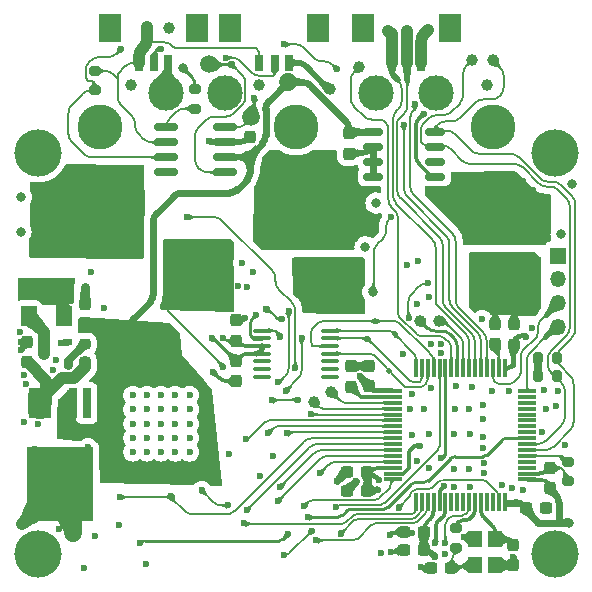
<source format=gbr>
%TF.GenerationSoftware,KiCad,Pcbnew,(7.0.0-0)*%
%TF.CreationDate,2023-03-29T23:18:46+02:00*%
%TF.ProjectId,Nauthiluscontroller,4e617574-6869-46c7-9573-636f6e74726f,rev?*%
%TF.SameCoordinates,Original*%
%TF.FileFunction,Copper,L4,Bot*%
%TF.FilePolarity,Positive*%
%FSLAX46Y46*%
G04 Gerber Fmt 4.6, Leading zero omitted, Abs format (unit mm)*
G04 Created by KiCad (PCBNEW (7.0.0-0)) date 2023-03-29 23:18:46*
%MOMM*%
%LPD*%
G01*
G04 APERTURE LIST*
G04 Aperture macros list*
%AMRoundRect*
0 Rectangle with rounded corners*
0 $1 Rounding radius*
0 $2 $3 $4 $5 $6 $7 $8 $9 X,Y pos of 4 corners*
0 Add a 4 corners polygon primitive as box body*
4,1,4,$2,$3,$4,$5,$6,$7,$8,$9,$2,$3,0*
0 Add four circle primitives for the rounded corners*
1,1,$1+$1,$2,$3*
1,1,$1+$1,$4,$5*
1,1,$1+$1,$6,$7*
1,1,$1+$1,$8,$9*
0 Add four rect primitives between the rounded corners*
20,1,$1+$1,$2,$3,$4,$5,0*
20,1,$1+$1,$4,$5,$6,$7,0*
20,1,$1+$1,$6,$7,$8,$9,0*
20,1,$1+$1,$8,$9,$2,$3,0*%
G04 Aperture macros list end*
%TA.AperFunction,ComponentPad*%
%ADD10C,0.600000*%
%TD*%
%TA.AperFunction,ComponentPad*%
%ADD11C,2.600000*%
%TD*%
%TA.AperFunction,ConnectorPad*%
%ADD12C,3.800000*%
%TD*%
%TA.AperFunction,ComponentPad*%
%ADD13C,1.000000*%
%TD*%
%TA.AperFunction,ComponentPad*%
%ADD14C,3.000000*%
%TD*%
%TA.AperFunction,ComponentPad*%
%ADD15C,4.000000*%
%TD*%
%TA.AperFunction,ComponentPad*%
%ADD16R,1.350000X1.350000*%
%TD*%
%TA.AperFunction,ComponentPad*%
%ADD17O,1.350000X1.350000*%
%TD*%
%TA.AperFunction,SMDPad,CuDef*%
%ADD18RoundRect,0.237500X-0.237500X0.300000X-0.237500X-0.300000X0.237500X-0.300000X0.237500X0.300000X0*%
%TD*%
%TA.AperFunction,SMDPad,CuDef*%
%ADD19RoundRect,0.250000X-0.462500X-0.625000X0.462500X-0.625000X0.462500X0.625000X-0.462500X0.625000X0*%
%TD*%
%TA.AperFunction,SMDPad,CuDef*%
%ADD20RoundRect,0.225000X0.250000X-0.225000X0.250000X0.225000X-0.250000X0.225000X-0.250000X-0.225000X0*%
%TD*%
%TA.AperFunction,SMDPad,CuDef*%
%ADD21R,0.700000X0.600000*%
%TD*%
%TA.AperFunction,SMDPad,CuDef*%
%ADD22RoundRect,0.200000X0.200000X0.275000X-0.200000X0.275000X-0.200000X-0.275000X0.200000X-0.275000X0*%
%TD*%
%TA.AperFunction,SMDPad,CuDef*%
%ADD23RoundRect,0.200000X-0.275000X0.200000X-0.275000X-0.200000X0.275000X-0.200000X0.275000X0.200000X0*%
%TD*%
%TA.AperFunction,SMDPad,CuDef*%
%ADD24R,0.790000X2.520000*%
%TD*%
%TA.AperFunction,SMDPad,CuDef*%
%ADD25R,5.570000X6.230000*%
%TD*%
%TA.AperFunction,SMDPad,CuDef*%
%ADD26RoundRect,0.200000X-0.200000X-0.275000X0.200000X-0.275000X0.200000X0.275000X-0.200000X0.275000X0*%
%TD*%
%TA.AperFunction,SMDPad,CuDef*%
%ADD27RoundRect,0.237500X0.237500X-0.300000X0.237500X0.300000X-0.237500X0.300000X-0.237500X-0.300000X0*%
%TD*%
%TA.AperFunction,SMDPad,CuDef*%
%ADD28RoundRect,0.237500X-0.300000X-0.237500X0.300000X-0.237500X0.300000X0.237500X-0.300000X0.237500X0*%
%TD*%
%TA.AperFunction,SMDPad,CuDef*%
%ADD29RoundRect,0.100000X0.637500X0.100000X-0.637500X0.100000X-0.637500X-0.100000X0.637500X-0.100000X0*%
%TD*%
%TA.AperFunction,SMDPad,CuDef*%
%ADD30RoundRect,0.200000X0.275000X-0.200000X0.275000X0.200000X-0.275000X0.200000X-0.275000X-0.200000X0*%
%TD*%
%TA.AperFunction,SMDPad,CuDef*%
%ADD31RoundRect,0.150000X0.825000X0.150000X-0.825000X0.150000X-0.825000X-0.150000X0.825000X-0.150000X0*%
%TD*%
%TA.AperFunction,SMDPad,CuDef*%
%ADD32R,1.200000X1.400000*%
%TD*%
%TA.AperFunction,SMDPad,CuDef*%
%ADD33RoundRect,0.150000X0.675000X0.150000X-0.675000X0.150000X-0.675000X-0.150000X0.675000X-0.150000X0*%
%TD*%
%TA.AperFunction,SMDPad,CuDef*%
%ADD34C,1.500000*%
%TD*%
%TA.AperFunction,SMDPad,CuDef*%
%ADD35C,0.500000*%
%TD*%
%TA.AperFunction,ConnectorPad*%
%ADD36R,1.900000X2.400000*%
%TD*%
%TA.AperFunction,SMDPad,CuDef*%
%ADD37R,0.700000X1.450000*%
%TD*%
%TA.AperFunction,SMDPad,CuDef*%
%ADD38RoundRect,0.237500X0.300000X0.237500X-0.300000X0.237500X-0.300000X-0.237500X0.300000X-0.237500X0*%
%TD*%
%TA.AperFunction,SMDPad,CuDef*%
%ADD39RoundRect,0.075000X0.075000X-0.700000X0.075000X0.700000X-0.075000X0.700000X-0.075000X-0.700000X0*%
%TD*%
%TA.AperFunction,SMDPad,CuDef*%
%ADD40RoundRect,0.075000X0.700000X-0.075000X0.700000X0.075000X-0.700000X0.075000X-0.700000X-0.075000X0*%
%TD*%
%TA.AperFunction,ViaPad*%
%ADD41C,0.600000*%
%TD*%
%TA.AperFunction,ViaPad*%
%ADD42C,0.800000*%
%TD*%
%TA.AperFunction,Conductor*%
%ADD43C,0.200000*%
%TD*%
%TA.AperFunction,Conductor*%
%ADD44C,0.500000*%
%TD*%
%TA.AperFunction,Conductor*%
%ADD45C,0.300000*%
%TD*%
%TA.AperFunction,Conductor*%
%ADD46C,0.250000*%
%TD*%
%TA.AperFunction,Conductor*%
%ADD47C,0.600000*%
%TD*%
%TA.AperFunction,Conductor*%
%ADD48C,0.800000*%
%TD*%
%TA.AperFunction,Conductor*%
%ADD49C,1.000000*%
%TD*%
%TA.AperFunction,Conductor*%
%ADD50C,0.900000*%
%TD*%
%TA.AperFunction,Conductor*%
%ADD51C,0.400000*%
%TD*%
%TA.AperFunction,Conductor*%
%ADD52C,0.700000*%
%TD*%
%TA.AperFunction,Conductor*%
%ADD53C,1.500000*%
%TD*%
G04 APERTURE END LIST*
D10*
%TO.P,U3,49.1*%
%TO.N,N/C*%
X126223000Y-108022000D03*
%TO.P,U3,49.2*%
X126223000Y-106822000D03*
%TO.P,U3,49.3*%
X126223000Y-105622000D03*
%TO.P,U3,49.4*%
X126223000Y-104422000D03*
%TO.P,U3,49.5*%
X126223000Y-103222000D03*
%TO.P,U3,49.6*%
X127423000Y-108022000D03*
%TO.P,U3,49.7*%
X127423000Y-106822000D03*
%TO.P,U3,49.8*%
X127423000Y-105622000D03*
%TO.P,U3,49.9*%
X127423000Y-104422000D03*
%TO.P,U3,49.10*%
X127423000Y-103222000D03*
%TO.P,U3,49.11*%
X128623000Y-108022000D03*
%TO.P,U3,49.12*%
X128623000Y-106822000D03*
%TO.P,U3,49.13*%
X128623000Y-105622000D03*
%TO.P,U3,49.14*%
X128623000Y-104422000D03*
%TO.P,U3,49.15*%
X128623000Y-103222000D03*
%TO.P,U3,49.16*%
X129823000Y-108022000D03*
%TO.P,U3,49.17*%
X129823000Y-106822000D03*
%TO.P,U3,49.18*%
X129823000Y-105622000D03*
%TO.P,U3,49.19*%
X129823000Y-104422000D03*
%TO.P,U3,49.20*%
X129823000Y-103222000D03*
%TO.P,U3,49.21*%
X131023000Y-108022000D03*
%TO.P,U3,49.22*%
X131023000Y-106822000D03*
%TO.P,U3,49.23*%
X131023000Y-105622000D03*
%TO.P,U3,49.24*%
X131023000Y-104422000D03*
%TO.P,U3,49.25*%
X131023000Y-103222000D03*
%TD*%
D11*
%TO.P,U15,1,Pad*%
%TO.N,SHC*%
X156697360Y-80500000D03*
D12*
X156697360Y-80500000D03*
%TD*%
D11*
%TO.P,U13,1,Pad*%
%TO.N,SHA*%
X123400000Y-80500000D03*
D12*
X123400000Y-80500000D03*
%TD*%
D13*
%TO.P,U9,1,Power*%
%TO.N,+24V*%
X136870000Y-76950000D03*
%TD*%
%TO.P,U10,1,Power*%
%TO.N,GND*%
X142950000Y-77300000D03*
%TD*%
D14*
%TO.P,J4,1,Pin_1*%
%TO.N,GND*%
X146850000Y-77620000D03*
%TO.P,J4,2,Pin_2*%
%TO.N,+24V*%
X151850000Y-77620000D03*
%TD*%
D13*
%TO.P,U12,1,Power*%
%TO.N,+24V*%
X156220000Y-76950000D03*
%TD*%
D15*
%TO.P,H2,1*%
%TO.N,N/C*%
X118170000Y-116680000D03*
%TD*%
D13*
%TO.P,U8,1,Power*%
%TO.N,GND*%
X126080000Y-76950000D03*
%TD*%
D11*
%TO.P,U14,1,Pad*%
%TO.N,SHB*%
X140048680Y-80500000D03*
D12*
X140048680Y-80500000D03*
%TD*%
D15*
%TO.P,H1,1*%
%TO.N,N/C*%
X118170000Y-82680001D03*
%TD*%
%TO.P,H3,1*%
%TO.N,N/C*%
X161927359Y-82680001D03*
%TD*%
%TO.P,H4,1*%
%TO.N,N/C*%
X161927359Y-116680000D03*
%TD*%
D13*
%TO.P,U11,1,POWER*%
%TO.N,+3V3*%
X139360000Y-76700000D03*
%TD*%
%TO.P,J9,1,Pin_1*%
%TO.N,I2C1_SDA*%
X156720000Y-74860000D03*
%TD*%
%TO.P,J12,1,Pin_1*%
%TO.N,I2C1_SCL*%
X154980000Y-74800000D03*
%TD*%
D16*
%TO.P,J6,1,Pin_1*%
%TO.N,+3V3*%
X162229999Y-91399999D03*
D17*
%TO.P,J6,2,Pin_2*%
%TO.N,GND*%
X162229999Y-93399999D03*
%TO.P,J6,3,Pin_3*%
%TO.N,SWDIO*%
X162229999Y-95399999D03*
%TO.P,J6,4,Pin_4*%
%TO.N,SWCLK*%
X162229999Y-97399999D03*
%TD*%
D13*
%TO.P,J15,1,Pin_1*%
%TO.N,GND*%
X151180000Y-72320000D03*
%TD*%
%TO.P,J10,1,Pin_1*%
%TO.N,USART1_RX*%
X149470000Y-72350000D03*
%TD*%
%TO.P,J13,1,Pin_1*%
%TO.N,USART1_TX*%
X147850000Y-72360000D03*
%TD*%
%TO.P,J14,1,Pin_1*%
%TO.N,CAN_L*%
X129260000Y-72110000D03*
%TD*%
D14*
%TO.P,J1,1,Pin_1*%
%TO.N,GND*%
X129000000Y-77620000D03*
%TO.P,J1,2,Pin_2*%
%TO.N,+24V*%
X134000000Y-77620000D03*
%TD*%
D13*
%TO.P,J11,1,Pin_1*%
%TO.N,CAN_H*%
X127430000Y-72080000D03*
%TD*%
%TO.P,J21,1,Pin_1*%
%TO.N,USART3_TX*%
X141580000Y-103820000D03*
%TD*%
%TO.P,J2,1,Pin_1*%
%TO.N,DIR*%
X152150000Y-96900000D03*
%TD*%
%TO.P,J20,1,Pin_1*%
%TO.N,USART3_RX*%
X143040000Y-102930000D03*
%TD*%
%TO.P,J19,1,Pin_1*%
%TO.N,RS485_CTRL*%
X145380000Y-75440000D03*
%TD*%
%TO.P,J3,1,Pin_1*%
%TO.N,STEP*%
X150550000Y-96900000D03*
%TD*%
D18*
%TO.P,C21,1*%
%TO.N,GND*%
X117220000Y-98702500D03*
%TO.P,C21,2*%
%TO.N,Net-(U1-CLT)*%
X117220000Y-100427500D03*
%TD*%
%TO.P,C20,1*%
%TO.N,GND*%
X122195000Y-95527500D03*
%TO.P,C20,2*%
%TO.N,+3V3*%
X122195000Y-97252500D03*
%TD*%
D19*
%TO.P,F1,1*%
%TO.N,Net-(Q1-D)*%
X117407500Y-96515000D03*
%TO.P,F1,2*%
%TO.N,+24V*%
X120382500Y-96515000D03*
%TD*%
D20*
%TO.P,FB1,1*%
%TO.N,Net-(U1-CLT)*%
X122170000Y-100415000D03*
%TO.P,FB1,2*%
%TO.N,Net-(Q1-S)*%
X122170000Y-98865000D03*
%TD*%
D21*
%TO.P,Q1,1,G*%
%TO.N,GND*%
X120719999Y-98739999D03*
%TO.P,Q1,2,S*%
%TO.N,Net-(Q1-S)*%
X120719999Y-100639999D03*
%TO.P,Q1,3,D*%
%TO.N,Net-(Q1-D)*%
X118719999Y-99689999D03*
%TD*%
D22*
%TO.P,R6,1*%
%TO.N,I2C1_SDA*%
X162175000Y-100050000D03*
%TO.P,R6,2*%
%TO.N,+3V3*%
X160525000Y-100050000D03*
%TD*%
D18*
%TO.P,C22,1*%
%TO.N,+3V3*%
X144510000Y-81027500D03*
%TO.P,C22,2*%
%TO.N,GND*%
X144510000Y-82752500D03*
%TD*%
%TO.P,C25,1*%
%TO.N,+3V3*%
X134970000Y-100307500D03*
%TO.P,C25,2*%
%TO.N,GND*%
X134970000Y-102032500D03*
%TD*%
D23*
%TO.P,R15,1*%
%TO.N,CAN_H*%
X123000000Y-75740000D03*
%TO.P,R15,2*%
%TO.N,CAN_L*%
X123000000Y-77390000D03*
%TD*%
D24*
%TO.P,U1,1,CLT*%
%TO.N,Net-(U1-CLT)*%
X117749999Y-103894999D03*
%TO.P,U1,2,VIN*%
X118889999Y-103894999D03*
D25*
%TO.P,U1,3,GND*%
%TO.N,GND*%
X120029999Y-110714999D03*
D24*
%TO.P,U1,4,VOUT*%
%TO.N,+3V3*%
X121169999Y-103894999D03*
%TO.P,U1,5,NC*%
%TO.N,unconnected-(U1-NC-Pad5)*%
X122309999Y-103894999D03*
%TD*%
D26*
%TO.P,R9,1*%
%TO.N,+3V3*%
X160525000Y-101600000D03*
%TO.P,R9,2*%
%TO.N,I2C1_SCL*%
X162175000Y-101600000D03*
%TD*%
D27*
%TO.P,C11,1*%
%TO.N,GND*%
X158450000Y-117612500D03*
%TO.P,C11,2*%
%TO.N,HSE_IN*%
X158450000Y-115887500D03*
%TD*%
D23*
%TO.P,R4,1*%
%TO.N,HSE_OUT*%
X153600000Y-114475000D03*
%TO.P,R4,2*%
%TO.N,Net-(C12-Pad2)*%
X153600000Y-116125000D03*
%TD*%
D28*
%TO.P,C12,1*%
%TO.N,GND*%
X151450000Y-117875000D03*
%TO.P,C12,2*%
%TO.N,Net-(C12-Pad2)*%
X153175000Y-117875000D03*
%TD*%
D29*
%TO.P,U6,1,~{CSn}*%
%TO.N,CS2_ENC*%
X142910473Y-97740707D03*
%TO.P,U6,2,CLK*%
%TO.N,CLK2_ENC*%
X142910473Y-98390707D03*
%TO.P,U6,3,MISO*%
%TO.N,MISO2_ENC*%
X142910473Y-99040707D03*
%TO.P,U6,4,MOSI*%
%TO.N,MOSI2_ENC*%
X142910473Y-99690707D03*
%TO.P,U6,5,TEST*%
%TO.N,unconnected-(U6-TEST-Pad5)*%
X142910473Y-100340707D03*
%TO.P,U6,6,TEST*%
%TO.N,unconnected-(U6-TEST-Pad6)*%
X142910473Y-100990707D03*
%TO.P,U6,7,TEST*%
%TO.N,unconnected-(U6-TEST-Pad7)*%
X142910473Y-101640707D03*
%TO.P,U6,8,TEST*%
%TO.N,unconnected-(U6-TEST-Pad8)*%
X137185473Y-101640707D03*
%TO.P,U6,9,TEST*%
%TO.N,unconnected-(U6-TEST-Pad9)*%
X137185473Y-100990707D03*
%TO.P,U6,10,TEST*%
%TO.N,unconnected-(U6-TEST-Pad10)*%
X137185473Y-100340707D03*
%TO.P,U6,11,VDD5V*%
%TO.N,+3V3*%
X137185473Y-99690707D03*
%TO.P,U6,12,VDD3V*%
X137185473Y-99040707D03*
%TO.P,U6,13,GND*%
%TO.N,GND*%
X137185473Y-98390707D03*
%TO.P,U6,14,PWM*%
%TO.N,PWM_ENC*%
X137185473Y-97740707D03*
%TD*%
D30*
%TO.P,R14,1*%
%TO.N,Net-(U5-Rs)*%
X131490000Y-78940000D03*
%TO.P,R14,2*%
%TO.N,GND*%
X131490000Y-77290000D03*
%TD*%
D18*
%TO.P,C24,1*%
%TO.N,GND*%
X136140000Y-81340000D03*
%TO.P,C24,2*%
%TO.N,+3V3*%
X136140000Y-83065000D03*
%TD*%
D31*
%TO.P,U5,1,D*%
%TO.N,CAN_TX*%
X134015000Y-80525000D03*
%TO.P,U5,2,GND*%
%TO.N,GND*%
X134015000Y-81795000D03*
%TO.P,U5,3,VCC*%
%TO.N,+3V3*%
X134015000Y-83065000D03*
%TO.P,U5,4,R*%
%TO.N,CAN_RX*%
X134015000Y-84335000D03*
%TO.P,U5,5,Vref*%
%TO.N,unconnected-(U5-Vref-Pad5)*%
X129065000Y-84335000D03*
%TO.P,U5,6,CANL*%
%TO.N,CAN_L*%
X129065000Y-83065000D03*
%TO.P,U5,7,CANH*%
%TO.N,CAN_H*%
X129065000Y-81795000D03*
%TO.P,U5,8,Rs*%
%TO.N,Net-(U5-Rs)*%
X129065000Y-80525000D03*
%TD*%
D27*
%TO.P,C26,1*%
%TO.N,+3V3*%
X134970000Y-98612500D03*
%TO.P,C26,2*%
%TO.N,GND*%
X134970000Y-96887500D03*
%TD*%
D32*
%TO.P,HSE1,1,1*%
%TO.N,HSE_IN*%
X156899999Y-115389999D03*
%TO.P,HSE1,2,2*%
%TO.N,GND*%
X156899999Y-117589999D03*
%TO.P,HSE1,3,3*%
%TO.N,Net-(C12-Pad2)*%
X155199999Y-117589999D03*
%TO.P,HSE1,4,4*%
%TO.N,GND*%
X155199999Y-115389999D03*
%TD*%
D33*
%TO.P,U4,1,SDA*%
%TO.N,I2C1_SDA*%
X151835000Y-80895000D03*
%TO.P,U4,2,SCL*%
%TO.N,I2C1_SCL*%
X151835000Y-82165000D03*
%TO.P,U4,3,O.S.*%
%TO.N,unconnected-(U4-O.S.-Pad3)*%
X151835000Y-83435000D03*
%TO.P,U4,4,GND*%
%TO.N,GND*%
X151835000Y-84705000D03*
%TO.P,U4,5,A2*%
X146585000Y-84705000D03*
%TO.P,U4,6,A1*%
X146585000Y-83435000D03*
%TO.P,U4,7,A0*%
X146585000Y-82165000D03*
%TO.P,U4,8,+Vs*%
%TO.N,+3V3*%
X146585000Y-80895000D03*
%TD*%
D34*
%TO.P,J7,1,Pin_1*%
%TO.N,CAN_RX*%
X132650000Y-75200000D03*
%TD*%
%TO.P,J8,1,Pin_1*%
%TO.N,CAN_TX*%
X136200000Y-79620000D03*
%TD*%
D18*
%TO.P,C6,1*%
%TO.N,GND*%
X161500000Y-109373500D03*
%TO.P,C6,2*%
%TO.N,+3V3*%
X161500000Y-111098500D03*
%TD*%
D35*
%TO.P,TP15,1,1*%
%TO.N,CLK2_ENC*%
X146110000Y-98460000D03*
%TD*%
D28*
%TO.P,C7,1*%
%TO.N,GND*%
X149150000Y-114800000D03*
%TO.P,C7,2*%
%TO.N,+3V3*%
X150875000Y-114800000D03*
%TD*%
D36*
%TO.P,J16,*%
%TO.N,*%
X124248999Y-72114999D03*
X131674999Y-72114999D03*
D37*
%TO.P,J16,1,Pin_1*%
%TO.N,CAN_H*%
X126711999Y-75049999D03*
%TO.P,J16,2,Pin_2*%
%TO.N,CAN_L*%
X128011999Y-75049999D03*
%TO.P,J16,3,Pin_3*%
%TO.N,GND*%
X129211999Y-75049999D03*
%TD*%
D36*
%TO.P,J17,*%
%TO.N,*%
X145673999Y-72114999D03*
X153099999Y-72114999D03*
D37*
%TO.P,J17,1,Pin_1*%
%TO.N,USART1_TX*%
X148136999Y-75049999D03*
%TO.P,J17,2,Pin_2*%
%TO.N,USART1_RX*%
X149436999Y-75049999D03*
%TO.P,J17,3,Pin_3*%
%TO.N,GND*%
X150636999Y-75049999D03*
%TD*%
D28*
%TO.P,C2,1*%
%TO.N,GND*%
X144325000Y-109700000D03*
%TO.P,C2,2*%
%TO.N,+3V3*%
X146050000Y-109700000D03*
%TD*%
D38*
%TO.P,C1,1*%
%TO.N,GND*%
X161212500Y-112750000D03*
%TO.P,C1,2*%
%TO.N,+3V3*%
X159487500Y-112750000D03*
%TD*%
D18*
%TO.P,C10,1*%
%TO.N,GND*%
X156900000Y-97175000D03*
%TO.P,C10,2*%
%TO.N,Net-(U2-VCAP_2)*%
X156900000Y-98900000D03*
%TD*%
D30*
%TO.P,R3,1*%
%TO.N,GND*%
X163050000Y-110500000D03*
%TO.P,R3,2*%
%TO.N,Net-(U2-BOOT0)*%
X163050000Y-108850000D03*
%TD*%
D39*
%TO.P,U2,1,VBAT*%
%TO.N,+3V3*%
X157690707Y-112274293D03*
%TO.P,U2,2,PC13*%
%TO.N,LOOP_PIN*%
X157190707Y-112274293D03*
%TO.P,U2,3,PC14*%
%TO.N,unconnected-(U2-PC14-Pad3)*%
X156690707Y-112274293D03*
%TO.P,U2,4,PC15*%
%TO.N,unconnected-(U2-PC15-Pad4)*%
X156190707Y-112274293D03*
%TO.P,U2,5,PH0*%
%TO.N,HSE_IN*%
X155690707Y-112274293D03*
%TO.P,U2,6,PH1*%
%TO.N,HSE_OUT*%
X155190707Y-112274293D03*
%TO.P,U2,7,NRST*%
%TO.N,RESET*%
X154690707Y-112274293D03*
%TO.P,U2,8,PC0*%
%TO.N,unconnected-(U2-PC0-Pad8)*%
X154190707Y-112274293D03*
%TO.P,U2,9,PC1*%
%TO.N,unconnected-(U2-PC1-Pad9)*%
X153690707Y-112274293D03*
%TO.P,U2,10,PC2*%
%TO.N,unconnected-(U2-PC2-Pad10)*%
X153190707Y-112274293D03*
%TO.P,U2,11,PC3*%
%TO.N,ENA_GATE*%
X152690707Y-112274293D03*
%TO.P,U2,12,VSSA*%
%TO.N,GND*%
X152190707Y-112274293D03*
%TO.P,U2,13,VDDA*%
%TO.N,+3V3*%
X151690707Y-112274293D03*
%TO.P,U2,14,PA0*%
%TO.N,INL_B*%
X151190707Y-112274293D03*
%TO.P,U2,15,PA1*%
%TO.N,INH_B*%
X150690707Y-112274293D03*
%TO.P,U2,16,PA2*%
%TO.N,INL_C*%
X150190707Y-112274293D03*
D40*
%TO.P,U2,17,PA3*%
%TO.N,INH_C*%
X148265707Y-110349293D03*
%TO.P,U2,18,VSS*%
%TO.N,GND*%
X148265707Y-109849293D03*
%TO.P,U2,19,VDD*%
%TO.N,+3V3*%
X148265707Y-109349293D03*
%TO.P,U2,20,PA4*%
%TO.N,CS1_DRV*%
X148265707Y-108849293D03*
%TO.P,U2,21,PA5*%
%TO.N,CLK1_DRV*%
X148265707Y-108349293D03*
%TO.P,U2,22,PA6*%
%TO.N,MISO1_DRV*%
X148265707Y-107849293D03*
%TO.P,U2,23,PA7*%
%TO.N,MOSI1_DRV*%
X148265707Y-107349293D03*
%TO.P,U2,24,PC4*%
%TO.N,nMFAULT*%
X148265707Y-106849293D03*
%TO.P,U2,25,PC5*%
%TO.N,SENSE_C*%
X148265707Y-106349293D03*
%TO.P,U2,26,PB0*%
%TO.N,SENSE_B*%
X148265707Y-105849293D03*
%TO.P,U2,27,PB1*%
%TO.N,SENSE_A*%
X148265707Y-105349293D03*
%TO.P,U2,28,PB2*%
%TO.N,BLUE_LED*%
X148265707Y-104849293D03*
%TO.P,U2,29,PB10*%
%TO.N,USART3_TX*%
X148265707Y-104349293D03*
%TO.P,U2,30,PB11*%
%TO.N,USART3_RX*%
X148265707Y-103849293D03*
%TO.P,U2,31,VCAP_1*%
%TO.N,Net-(U2-VCAP_1)*%
X148265707Y-103349293D03*
%TO.P,U2,32,VDD*%
%TO.N,+3V3*%
X148265707Y-102849293D03*
D39*
%TO.P,U2,33,PB12*%
%TO.N,CS2_ENC*%
X150190707Y-100924293D03*
%TO.P,U2,34,PB13*%
%TO.N,CLK2_ENC*%
X150690707Y-100924293D03*
%TO.P,U2,35,PB14*%
%TO.N,MOSI2_ENC*%
X151190707Y-100924293D03*
%TO.P,U2,36,PB15*%
%TO.N,MISO2_ENC*%
X151690707Y-100924293D03*
%TO.P,U2,37,PC6*%
%TO.N,INL_A*%
X152190707Y-100924293D03*
%TO.P,U2,38,PC7*%
%TO.N,INH_A*%
X152690707Y-100924293D03*
%TO.P,U2,39,PC8*%
%TO.N,RS485_CTRL*%
X153190707Y-100924293D03*
%TO.P,U2,40,PC9*%
%TO.N,STEP*%
X153690707Y-100924293D03*
%TO.P,U2,41,PA8*%
%TO.N,DIR*%
X154190707Y-100924293D03*
%TO.P,U2,42,PA9*%
%TO.N,USART1_TX*%
X154690707Y-100924293D03*
%TO.P,U2,43,PA10*%
%TO.N,USART1_RX*%
X155190707Y-100924293D03*
%TO.P,U2,44,PA11*%
%TO.N,CAN_RX*%
X155690707Y-100924293D03*
%TO.P,U2,45,PA12*%
%TO.N,CAN_TX*%
X156190707Y-100924293D03*
%TO.P,U2,46,PA13*%
%TO.N,SWDIO*%
X156690707Y-100924293D03*
%TO.P,U2,47,VCAP_2*%
%TO.N,Net-(U2-VCAP_2)*%
X157190707Y-100924293D03*
%TO.P,U2,48,VDD*%
%TO.N,+3V3*%
X157690707Y-100924293D03*
D40*
%TO.P,U2,49,PA14*%
%TO.N,SWCLK*%
X159615707Y-102849293D03*
%TO.P,U2,50,PA15*%
%TO.N,unconnected-(U2-PA15-Pad50)*%
X159615707Y-103349293D03*
%TO.P,U2,51,PC10*%
%TO.N,unconnected-(U2-PC10-Pad51)*%
X159615707Y-103849293D03*
%TO.P,U2,52,PC11*%
%TO.N,unconnected-(U2-PC11-Pad52)*%
X159615707Y-104349293D03*
%TO.P,U2,53,PC12*%
%TO.N,unconnected-(U2-PC12-Pad53)*%
X159615707Y-104849293D03*
%TO.P,U2,54,PD2*%
%TO.N,unconnected-(U2-PD2-Pad54)*%
X159615707Y-105349293D03*
%TO.P,U2,55,PB3*%
%TO.N,unconnected-(U2-PB3-Pad55)*%
X159615707Y-105849293D03*
%TO.P,U2,56,PB4*%
%TO.N,unconnected-(U2-PB4-Pad56)*%
X159615707Y-106349293D03*
%TO.P,U2,57,PB5*%
%TO.N,RGB_PIN*%
X159615707Y-106849293D03*
%TO.P,U2,58,PB6*%
%TO.N,I2C1_SCL*%
X159615707Y-107349293D03*
%TO.P,U2,59,PB7*%
%TO.N,I2C1_SDA*%
X159615707Y-107849293D03*
%TO.P,U2,60,BOOT0*%
%TO.N,Net-(U2-BOOT0)*%
X159615707Y-108349293D03*
%TO.P,U2,61,PB8*%
%TO.N,unconnected-(U2-PB8-Pad61)*%
X159615707Y-108849293D03*
%TO.P,U2,62,PB9*%
%TO.N,unconnected-(U2-PB9-Pad62)*%
X159615707Y-109349293D03*
%TO.P,U2,63,VSS*%
%TO.N,GND*%
X159615707Y-109849293D03*
%TO.P,U2,64,VDD*%
%TO.N,+3V3*%
X159615707Y-110349293D03*
%TD*%
D28*
%TO.P,C5,1*%
%TO.N,GND*%
X149150000Y-116350000D03*
%TO.P,C5,2*%
%TO.N,+3V3*%
X150875000Y-116350000D03*
%TD*%
D18*
%TO.P,C4,1*%
%TO.N,GND*%
X158500000Y-97200000D03*
%TO.P,C4,2*%
%TO.N,+3V3*%
X158500000Y-98925000D03*
%TD*%
D35*
%TO.P,TP14,1,1*%
%TO.N,MISO2_ENC*%
X146760000Y-96940000D03*
%TD*%
D18*
%TO.P,C9,1*%
%TO.N,GND*%
X144690000Y-100765000D03*
%TO.P,C9,2*%
%TO.N,Net-(U2-VCAP_1)*%
X144690000Y-102490000D03*
%TD*%
D35*
%TO.P,TP16,1,1*%
%TO.N,CS2_ENC*%
X148410000Y-98060000D03*
%TD*%
D36*
%TO.P,J18,*%
%TO.N,*%
X134461999Y-72114999D03*
X141887999Y-72114999D03*
D37*
%TO.P,J18,1,Pin_1*%
%TO.N,CAN_H*%
X136924999Y-75049999D03*
%TO.P,J18,2,Pin_2*%
%TO.N,CAN_L*%
X138224999Y-75049999D03*
%TO.P,J18,3,Pin_3*%
%TO.N,GND*%
X139424999Y-75049999D03*
%TD*%
D18*
%TO.P,C3,1*%
%TO.N,GND*%
X146190000Y-100720000D03*
%TO.P,C3,2*%
%TO.N,+3V3*%
X146190000Y-102445000D03*
%TD*%
D35*
%TO.P,TP13,1,1*%
%TO.N,MOSI2_ENC*%
X147940000Y-101180000D03*
%TD*%
D28*
%TO.P,C8,1*%
%TO.N,GND*%
X144350000Y-111300000D03*
%TO.P,C8,2*%
%TO.N,+3V3*%
X146075000Y-111300000D03*
%TD*%
D41*
%TO.N,+24V*%
X119620000Y-85750000D03*
X119620000Y-86550000D03*
X123620000Y-90550000D03*
X124420000Y-88950000D03*
X122020000Y-89750000D03*
X122020000Y-90550000D03*
X125220000Y-89750000D03*
X119620000Y-90550000D03*
X119620000Y-89750000D03*
X122820000Y-89750000D03*
X121220000Y-88950000D03*
X120420000Y-89750000D03*
X125220000Y-88950000D03*
X122820000Y-88950000D03*
X124420000Y-89750000D03*
X123620000Y-88950000D03*
X119620000Y-88950000D03*
X120420000Y-88950000D03*
X122020000Y-88950000D03*
X123620000Y-89750000D03*
X121220000Y-90550000D03*
X125220000Y-90550000D03*
X122820000Y-90550000D03*
X120420000Y-90550000D03*
X124420000Y-90550000D03*
X121220000Y-89750000D03*
X154480000Y-87440000D03*
X158480000Y-86640000D03*
X159280000Y-85040000D03*
X156880000Y-85840000D03*
X156880000Y-86640000D03*
X160080000Y-85840000D03*
X154480000Y-86640000D03*
X154480000Y-85840000D03*
X157680000Y-85840000D03*
X156080000Y-85040000D03*
X155280000Y-85840000D03*
X160960000Y-87590000D03*
X157680000Y-85040000D03*
X159280000Y-85840000D03*
X158480000Y-85040000D03*
X157680000Y-87440000D03*
X159280000Y-87440000D03*
X156880000Y-87440000D03*
X158480000Y-87440000D03*
X154480000Y-85040000D03*
X155280000Y-85040000D03*
X156880000Y-85040000D03*
X159280000Y-88240000D03*
X158480000Y-89840000D03*
X159280000Y-89040000D03*
X157680000Y-88240000D03*
X156080000Y-88240000D03*
X154480000Y-89840000D03*
X157680000Y-89040000D03*
X155280000Y-89040000D03*
X156880000Y-89040000D03*
X156880000Y-89840000D03*
X158480000Y-88240000D03*
X154480000Y-89040000D03*
X160080000Y-88240000D03*
X160080000Y-89040000D03*
X154480000Y-88240000D03*
X155280000Y-88240000D03*
X156880000Y-88240000D03*
X158480000Y-89040000D03*
X156080000Y-89840000D03*
X160080000Y-89840000D03*
X157680000Y-89840000D03*
X155280000Y-89840000D03*
X159280000Y-89840000D03*
X156080000Y-89040000D03*
X158480000Y-85840000D03*
X155280000Y-87440000D03*
X156080000Y-86640000D03*
X160080000Y-86640000D03*
X157680000Y-86640000D03*
X155280000Y-86640000D03*
X156080000Y-87440000D03*
X159280000Y-86640000D03*
X156080000Y-85840000D03*
X160080000Y-87440000D03*
X145010000Y-89160000D03*
X122820000Y-86550000D03*
X145010000Y-85960000D03*
X150900000Y-104400000D03*
X122020000Y-86550000D03*
X155920000Y-108980000D03*
X142610000Y-86760000D03*
X139410000Y-89960000D03*
X142610000Y-85160000D03*
X141010000Y-86760000D03*
X142620000Y-89920000D03*
X141010000Y-88360000D03*
X122020000Y-85750000D03*
X150360000Y-91810000D03*
X143410000Y-85160000D03*
X144210000Y-89960000D03*
X145010000Y-88360000D03*
X117145600Y-102236676D03*
X150290000Y-108760000D03*
X140210000Y-85960000D03*
X142610000Y-85960000D03*
X123620000Y-86550000D03*
X118820000Y-94850000D03*
X125220000Y-87350000D03*
X141810000Y-86760000D03*
X143410000Y-85960000D03*
X155800000Y-96800000D03*
X124420000Y-86550000D03*
X143420000Y-89920000D03*
X125220000Y-88150000D03*
X144210000Y-88360000D03*
X141810000Y-89960000D03*
X141010000Y-87560000D03*
X144210000Y-85960000D03*
X141810000Y-87560000D03*
X162050000Y-104100000D03*
X154700000Y-104350000D03*
X155880000Y-105200000D03*
X142610000Y-89160000D03*
X118810000Y-93860000D03*
X141810000Y-85160000D03*
X117020000Y-101480000D03*
X139410000Y-89160000D03*
X122820000Y-87350000D03*
X122020000Y-87350000D03*
X117910000Y-94680000D03*
X116920000Y-93880000D03*
X122820000Y-88150000D03*
X122660000Y-92740000D03*
X124420000Y-87350000D03*
X141010000Y-85960000D03*
X141010000Y-85160000D03*
X139410000Y-88360000D03*
X140210000Y-88360000D03*
X121220000Y-85750000D03*
X123620000Y-87350000D03*
X151270000Y-109410000D03*
X118230000Y-105620000D03*
X122020000Y-88150000D03*
X121220000Y-87350000D03*
X143410000Y-86760000D03*
X119440200Y-101041681D03*
X135490000Y-92020004D03*
X139410000Y-86760000D03*
X142650000Y-87560000D03*
X140210000Y-89960000D03*
X140210000Y-89160000D03*
X117870000Y-93870000D03*
X123620000Y-88150000D03*
X145010000Y-87560000D03*
X120420000Y-86550000D03*
X144210000Y-87560000D03*
X116950000Y-94730000D03*
X153500000Y-104350000D03*
X152320000Y-98880000D03*
X139410000Y-85960000D03*
X119690000Y-94900000D03*
X149465000Y-92185000D03*
X120710000Y-93670000D03*
X122820000Y-85750000D03*
X145010000Y-89960000D03*
X145010000Y-86760000D03*
X141810000Y-89160000D03*
X136390000Y-92770000D03*
X143410000Y-88360000D03*
X140210000Y-86760000D03*
X153400000Y-109500000D03*
X139410000Y-85160000D03*
X119620000Y-87350000D03*
X143390000Y-87550000D03*
X120420000Y-85750000D03*
X144210000Y-86760000D03*
X152310000Y-99680000D03*
X121220000Y-88150000D03*
X140210000Y-87560000D03*
X120420000Y-87350000D03*
X151430000Y-98910000D03*
X120420000Y-88150000D03*
X144210000Y-89160000D03*
X121220000Y-86550000D03*
X124420000Y-85750000D03*
X125220000Y-86550000D03*
X154700000Y-109500000D03*
X125220000Y-85750000D03*
X141810000Y-88360000D03*
X142610000Y-88360000D03*
X141010000Y-89160000D03*
X117040000Y-105510000D03*
X149700000Y-104400000D03*
X124420000Y-88150000D03*
X155910000Y-104000000D03*
X123620000Y-85750000D03*
X143410000Y-89160000D03*
X149100000Y-99690000D03*
X119620000Y-88150000D03*
X141010000Y-89960000D03*
X161222000Y-104399500D03*
X155950000Y-109760000D03*
X140210000Y-85160000D03*
X160000000Y-97500000D03*
X141810000Y-85960000D03*
X139410000Y-87560000D03*
%TO.N,SLA*%
X139966823Y-100908751D03*
X130809998Y-88130000D03*
%TO.N,SLB*%
X137490000Y-95900000D03*
X139175000Y-102825000D03*
X140524500Y-98360489D03*
X138867313Y-96790000D03*
%TO.N,SLC*%
X151250000Y-93750000D03*
X149600000Y-96639498D03*
%TO.N,CAN_L*%
X128575000Y-73889998D03*
X125200000Y-73930000D03*
X134100000Y-74634990D03*
D42*
%TO.N,GHC*%
X146530000Y-94480000D03*
D41*
X148090000Y-88125500D03*
%TO.N,BLUE_LED*%
X141280000Y-104800500D03*
%TO.N,nMFAULT*%
X129489072Y-111770798D03*
X125100000Y-111835050D03*
%TO.N,CAN_RX*%
X143470000Y-75590000D03*
X139020000Y-73510000D03*
X149150500Y-80310519D03*
X134590000Y-75210000D03*
%TO.N,CAN_TX*%
X150070000Y-78580000D03*
X136510000Y-78060000D03*
%TO.N,LOOP_PIN*%
X148720500Y-112730500D03*
%TO.N,INH_A*%
X152308767Y-108548767D03*
%TO.N,INL_A*%
X138980000Y-116730000D03*
X143399798Y-112700000D03*
X141400000Y-114670000D03*
%TO.N,INH_B*%
X143813590Y-114933590D03*
%TO.N,INL_B*%
X141750000Y-115500000D03*
%TO.N,INH_C*%
X140710000Y-112610000D03*
%TO.N,INL_C*%
X135650000Y-114069511D03*
%TO.N,PWM_ENC*%
X138700000Y-98250000D03*
%TO.N,ENA_GATE*%
X151844096Y-115729335D03*
%TO.N,SENSE_A*%
X135791393Y-106921500D03*
%TO.N,SENSE_B*%
X137680000Y-106421500D03*
%TO.N,SENSE_C*%
X139250000Y-106450000D03*
D42*
%TO.N,+3V3*%
X128547500Y-97875000D03*
D41*
X132910000Y-98359979D03*
X133420000Y-110210000D03*
X145468556Y-101608556D03*
X147040500Y-110350000D03*
X151840000Y-116880000D03*
X123000000Y-115120000D03*
X133860000Y-98359979D03*
X152650000Y-116650000D03*
X119960000Y-114570000D03*
X159550000Y-98300000D03*
X123800000Y-110280000D03*
X125090002Y-114179998D03*
D42*
X163150000Y-114000000D03*
D41*
X160550000Y-100850000D03*
D42*
X124820000Y-110080000D03*
D41*
X147011444Y-111211444D03*
D42*
X123880000Y-109270000D03*
X124250000Y-100040000D03*
D41*
X160550000Y-114000000D03*
D42*
X132540000Y-109680000D03*
D41*
%TO.N,CS1_DRV*%
X142075000Y-109825000D03*
%TO.N,CLK1_DRV*%
X138525000Y-112175000D03*
X134292840Y-112540010D03*
X132050000Y-111259990D03*
%TO.N,MISO1_DRV*%
X138700000Y-111000000D03*
%TO.N,MOSI1_DRV*%
X135850000Y-112970511D03*
%TO.N,GND*%
X142790000Y-93100000D03*
X142790000Y-94700000D03*
X141990000Y-93900000D03*
X144390000Y-93900000D03*
X142790000Y-93900000D03*
X141990000Y-94700000D03*
X143590000Y-93900000D03*
X144390000Y-92300000D03*
X141990000Y-93100000D03*
X143590000Y-94700000D03*
X142790000Y-92300000D03*
X144390000Y-94700000D03*
X144390000Y-93100000D03*
X141990000Y-92300000D03*
X143590000Y-92300000D03*
X141190000Y-94700000D03*
X141190000Y-92300000D03*
X141190000Y-93900000D03*
X141190000Y-93100000D03*
X143590000Y-93100000D03*
X132620000Y-92920000D03*
X130220000Y-92920000D03*
X130220000Y-93720000D03*
X130220000Y-92120000D03*
X130220000Y-94520000D03*
X132620000Y-92120000D03*
X131020000Y-92120000D03*
X133420000Y-92920000D03*
X133420000Y-94520000D03*
X131820000Y-92120000D03*
X133420000Y-95320000D03*
X132620000Y-94520000D03*
X131020000Y-92920000D03*
X133420000Y-92120000D03*
X132620000Y-93720000D03*
X131820000Y-95320000D03*
X130220000Y-95320000D03*
X131020000Y-95320000D03*
X132620000Y-95320000D03*
X131020000Y-94520000D03*
X131820000Y-93720000D03*
X133420000Y-93720000D03*
X131020000Y-93720000D03*
X131820000Y-94520000D03*
X131820000Y-92920000D03*
X156940000Y-94700000D03*
X159340000Y-93100000D03*
X156940000Y-93900000D03*
X156940000Y-93100000D03*
X160140000Y-93100000D03*
X158540000Y-92300000D03*
X157740000Y-93100000D03*
X160140000Y-92300000D03*
X160140000Y-94700000D03*
X158540000Y-93900000D03*
X160140000Y-95500000D03*
X156940000Y-92300000D03*
X156940000Y-95500000D03*
X157740000Y-92300000D03*
X159340000Y-92300000D03*
X159340000Y-94700000D03*
X158540000Y-95500000D03*
X157740000Y-94700000D03*
X158540000Y-94700000D03*
X160140000Y-93900000D03*
X158540000Y-93100000D03*
X145150000Y-110500000D03*
X138050000Y-108400000D03*
X162848441Y-110500000D03*
X159340000Y-95520000D03*
X158450000Y-116874500D03*
D42*
X116880000Y-114140000D03*
X146820000Y-86950000D03*
D41*
X138525000Y-102125000D03*
X154780000Y-106520000D03*
X159250000Y-111250000D03*
X118850000Y-110810000D03*
D42*
X130440000Y-75510000D03*
D41*
X120130000Y-98800000D03*
X123809998Y-95860002D03*
X151470000Y-102580000D03*
X151270000Y-106510000D03*
X137980000Y-103650000D03*
X157710000Y-93880000D03*
X146180000Y-100797500D03*
D42*
X162490000Y-89570000D03*
D41*
X133850000Y-100790000D03*
X155860000Y-106780000D03*
X156650000Y-102850000D03*
X139417323Y-96100000D03*
X149830000Y-103080000D03*
X127330000Y-117510000D03*
X150520000Y-107524500D03*
X145330000Y-82700000D03*
X117920000Y-107790000D03*
X120650000Y-109940000D03*
D42*
X116770000Y-86450000D03*
D41*
X162250000Y-102850000D03*
X152550000Y-110900000D03*
X161222000Y-112624500D03*
X141190000Y-95500000D03*
X148050000Y-116450000D03*
X136990000Y-110080002D03*
X133035000Y-101255000D03*
D42*
X145900000Y-90650000D03*
D41*
X122159503Y-94059505D03*
X143590000Y-95500000D03*
X142790000Y-95500000D03*
X135120000Y-93940000D03*
X135730000Y-96665010D03*
X156900000Y-117590000D03*
X153550000Y-102462000D03*
X149890000Y-106550000D03*
X122460000Y-107640000D03*
X154233962Y-115216292D03*
X150874967Y-79367921D03*
X150282082Y-95490498D03*
X141990000Y-95500000D03*
X153450000Y-106470000D03*
X143550000Y-110450000D03*
D42*
X121160000Y-114910000D03*
D41*
X154750000Y-111000000D03*
X149888000Y-114850000D03*
X116650000Y-97850000D03*
X155910000Y-107670000D03*
X157770000Y-95490000D03*
X162848441Y-107442000D03*
X157450000Y-110800000D03*
D42*
X116730000Y-89370000D03*
D41*
X116750000Y-98700000D03*
X132711741Y-81708259D03*
X116740000Y-99360000D03*
X159320000Y-93910000D03*
X153450000Y-110950000D03*
X151302491Y-94917500D03*
X150600000Y-117800000D03*
X136687818Y-96385370D03*
X134350000Y-108200000D03*
X128995019Y-95076696D03*
X158350000Y-111050000D03*
X160900000Y-106300000D03*
X144390000Y-95500000D03*
D42*
X163398667Y-85360000D03*
D41*
X154950000Y-102500000D03*
X140240000Y-103600000D03*
X119690000Y-100270000D03*
X147975000Y-115050000D03*
X158100000Y-102850000D03*
X161000000Y-102750000D03*
X135889998Y-94010000D03*
X147200000Y-116600000D03*
X122080000Y-117820000D03*
%TO.N,RESET*%
X152650000Y-115750000D03*
%TO.N,RGB_PIN*%
X139350000Y-114990000D03*
X126811431Y-115748569D03*
X141040000Y-113550000D03*
%TD*%
D43*
%TO.N,CAN_RX*%
X143470000Y-75570000D02*
X143470000Y-75590000D01*
X143132894Y-75232894D02*
X143470000Y-75570000D01*
X143132900Y-75232888D02*
G75*
G03*
X142425787Y-74940001I-707100J-707112D01*
G01*
X142244215Y-74940001D02*
X142425787Y-74940001D01*
X140672893Y-73782893D02*
X141537108Y-74647108D01*
X140672900Y-73782886D02*
G75*
G03*
X139965786Y-73490000I-707100J-707114D01*
G01*
X139040000Y-73490000D02*
X139965786Y-73490000D01*
X141537101Y-74647115D02*
G75*
G03*
X142244215Y-74940001I707099J707115D01*
G01*
X139020000Y-73510000D02*
X139040000Y-73490000D01*
%TO.N,MISO2_ENC*%
X142277107Y-96940005D02*
G75*
G03*
X141923553Y-97086447I-7J-499995D01*
G01*
X141426443Y-97583551D02*
G75*
G03*
X141280000Y-97937107I353557J-353549D01*
G01*
X141280005Y-98662893D02*
G75*
G03*
X141426447Y-99016447I499995J-7D01*
G01*
X151690702Y-100210104D02*
G75*
G03*
X151544260Y-99856550I-500002J4D01*
G01*
X148774154Y-97086448D02*
G75*
G03*
X148420603Y-96940000I-353554J-353552D01*
G01*
D44*
%TO.N,+3V3*%
X151840000Y-116880000D02*
X151410000Y-116450000D01*
X151410000Y-116450000D02*
X151362500Y-116450000D01*
D43*
%TO.N,CS2_ENC*%
X148236449Y-97886443D02*
G75*
G03*
X147882893Y-97740000I-353549J-353557D01*
G01*
X150190695Y-100047814D02*
G75*
G03*
X150044260Y-99694260I-499995J14D01*
G01*
D45*
%TO.N,Net-(U2-VCAP_1)*%
X144690000Y-102490000D02*
X145550000Y-103350000D01*
D46*
X145550707Y-103349293D02*
X145550000Y-103350000D01*
D45*
X148265707Y-103349293D02*
X145550707Y-103349293D01*
%TO.N,HSE_IN*%
X156900000Y-114707107D02*
X156900000Y-115201471D01*
D47*
X158098947Y-115536447D02*
X158450000Y-115887500D01*
D45*
X155690000Y-112275000D02*
X155690000Y-113082893D01*
X155836447Y-113436447D02*
X156753554Y-114353554D01*
D47*
X156980000Y-115390000D02*
X157745393Y-115390000D01*
D45*
X155690005Y-113082893D02*
G75*
G03*
X155836447Y-113436447I499995J-7D01*
G01*
D47*
X158098950Y-115536444D02*
G75*
G03*
X157745393Y-115390000I-353550J-353556D01*
G01*
D45*
X156899995Y-114707107D02*
G75*
G03*
X156753554Y-114353554I-499995J7D01*
G01*
D43*
%TO.N,Net-(U2-VCAP_2)*%
X157190000Y-100925000D02*
X157190000Y-99190000D01*
D48*
%TO.N,+24V*%
X120382500Y-95422500D02*
X119870000Y-94910000D01*
X120382500Y-96515000D02*
X120382500Y-95422500D01*
D43*
%TO.N,SLA*%
X139975000Y-96069214D02*
X139975000Y-100900574D01*
X130809998Y-88130000D02*
X133085786Y-88130000D01*
X138592893Y-94272893D02*
X139682107Y-95362107D01*
X138300000Y-93344214D02*
X138300000Y-93565786D01*
X133792893Y-88422893D02*
X138007107Y-92637107D01*
X139975000Y-100900574D02*
X139966823Y-100908751D01*
X133792900Y-88422886D02*
G75*
G03*
X133085786Y-88130000I-707100J-707114D01*
G01*
X138300010Y-93565786D02*
G75*
G03*
X138592893Y-94272893I999990J-14D01*
G01*
X138299990Y-93344214D02*
G75*
G03*
X138007107Y-92637107I-999990J14D01*
G01*
X139974990Y-96069214D02*
G75*
G03*
X139682107Y-95362107I-999990J14D01*
G01*
%TO.N,Net-(C12-Pad2)*%
X155522500Y-117700000D02*
X153350000Y-117700000D01*
X153600000Y-116492500D02*
X153396446Y-116696054D01*
X153250000Y-117049607D02*
X153250000Y-117800000D01*
X153396443Y-116696051D02*
G75*
G03*
X153250000Y-117049607I353557J-353549D01*
G01*
%TO.N,SLB*%
X138515000Y-96790000D02*
X138867313Y-96790000D01*
X137490000Y-95900000D02*
X137625000Y-95900000D01*
X140524500Y-98360489D02*
X140475000Y-98409989D01*
X140223930Y-101776070D02*
X139175000Y-102825000D01*
X140520000Y-98445439D02*
X140520000Y-101065786D01*
X140520000Y-101065786D02*
X140516823Y-101068963D01*
X137625000Y-95900000D02*
X138515000Y-96790000D01*
X140223953Y-101776093D02*
G75*
G03*
X140516823Y-101068963I-707153J707093D01*
G01*
%TO.N,SLC*%
X150407107Y-94042893D02*
X149832893Y-94617107D01*
X149540000Y-96579498D02*
X149600000Y-96639498D01*
X151250000Y-93750000D02*
X151114214Y-93750000D01*
X149540000Y-95324214D02*
X149540000Y-96579498D01*
X149832886Y-94617100D02*
G75*
G03*
X149540000Y-95324214I707114J-707100D01*
G01*
X151114214Y-93750010D02*
G75*
G03*
X150407107Y-94042893I-14J-999990D01*
G01*
D49*
%TO.N,Net-(U1-CLT)*%
X118890000Y-101983998D02*
X117333502Y-100427500D01*
X118890000Y-103895000D02*
X118890000Y-103150000D01*
X117333502Y-100427500D02*
X117220000Y-100427500D01*
X121255000Y-101780000D02*
X122170000Y-100865000D01*
X122170000Y-100415000D02*
X122170000Y-100865000D01*
D50*
X118510000Y-104710000D02*
X118110000Y-104710000D01*
D49*
X118890000Y-103895000D02*
X118890000Y-101983998D01*
X120260000Y-101780000D02*
X121255000Y-101780000D01*
X118890000Y-103150000D02*
X120260000Y-101780000D01*
D43*
%TO.N,CAN_H*%
X136973000Y-74544214D02*
X136973000Y-75055000D01*
X124930000Y-77938794D02*
X124930000Y-76430000D01*
X126410000Y-80375786D02*
X126410000Y-80247222D01*
X124930000Y-76430000D02*
X124532893Y-76032893D01*
X126117107Y-79540115D02*
X125222893Y-78645901D01*
X127122107Y-81502107D02*
X126702893Y-81082893D01*
D49*
X126757000Y-74534212D02*
X126757000Y-75065000D01*
D43*
X127049893Y-73780107D02*
X127490004Y-73339996D01*
D49*
X127430000Y-72080000D02*
X127430000Y-73032784D01*
D43*
X129576895Y-73632889D02*
X129774006Y-73830000D01*
X136673000Y-73830000D02*
X136680107Y-73837107D01*
X124930000Y-76020000D02*
X125592107Y-75357893D01*
X129065000Y-81795000D02*
X127829214Y-81795000D01*
X123825786Y-75740000D02*
X123000000Y-75740000D01*
X127490004Y-73339996D02*
X127490004Y-72189996D01*
X129774006Y-73830000D02*
X136673000Y-73830000D01*
D49*
X127137107Y-73739891D02*
X127049893Y-73827105D01*
D43*
X126757000Y-75065000D02*
X126757000Y-74487214D01*
X127490004Y-73339996D02*
X128869788Y-73339996D01*
X124930000Y-76430000D02*
X124930000Y-76020000D01*
X126299214Y-75065000D02*
X126757000Y-75065000D01*
X136972990Y-74544214D02*
G75*
G03*
X136680107Y-73837107I-999990J14D01*
G01*
D49*
X127137115Y-73739899D02*
G75*
G03*
X127430000Y-73032784I-707115J707099D01*
G01*
D43*
X124930004Y-77938794D02*
G75*
G03*
X125222893Y-78645901I999996J-6D01*
G01*
X124532900Y-76032886D02*
G75*
G03*
X123825786Y-75740000I-707100J-707114D01*
G01*
X126409984Y-80247222D02*
G75*
G03*
X126117106Y-79540116I-999984J22D01*
G01*
X126299214Y-75065010D02*
G75*
G03*
X125592107Y-75357893I-14J-999990D01*
G01*
D49*
X127049887Y-73827099D02*
G75*
G03*
X126757000Y-74534212I707113J-707101D01*
G01*
D43*
X127122100Y-81502114D02*
G75*
G03*
X127829214Y-81795000I707100J707114D01*
G01*
X126410010Y-80375786D02*
G75*
G03*
X126702893Y-81082893I999990J-14D01*
G01*
X127049886Y-73780100D02*
G75*
G03*
X126757000Y-74487214I707114J-707100D01*
G01*
X129576902Y-73632882D02*
G75*
G03*
X128869788Y-73339996I-707102J-707118D01*
G01*
%TO.N,CAN_L*%
X123000000Y-76800000D02*
X122790000Y-76590000D01*
X129065000Y-83065000D02*
X122759214Y-83065000D01*
X122522893Y-75017107D02*
X122667107Y-74872893D01*
X136287105Y-75894107D02*
X135320881Y-74927883D01*
X124842893Y-74287107D02*
X125200000Y-73930000D01*
X138273000Y-75055000D02*
X138273000Y-75980000D01*
X122460000Y-76590000D02*
X122230000Y-76360000D01*
X122790000Y-76590000D02*
X122460000Y-76590000D01*
X120770000Y-81075786D02*
X120770000Y-79314214D01*
X134613774Y-74634990D02*
X134100000Y-74634990D01*
X128057000Y-74140000D02*
X128057000Y-75065000D01*
X122230000Y-76360000D02*
X122230000Y-75724214D01*
X123374214Y-74580000D02*
X124135786Y-74580000D01*
X121062893Y-78607107D02*
X121987107Y-77682893D01*
X138066000Y-76187000D02*
X136994212Y-76187000D01*
X122052107Y-82772107D02*
X121062893Y-81782893D01*
X138273000Y-75980000D02*
X138066000Y-76187000D01*
X123000000Y-77390000D02*
X123000000Y-76800000D01*
X128575000Y-73889998D02*
X128307002Y-73889998D01*
X128307002Y-73889998D02*
X128057000Y-74140000D01*
X122694214Y-77390000D02*
X123000000Y-77390000D01*
X122694214Y-77390010D02*
G75*
G03*
X121987107Y-77682893I-14J-999990D01*
G01*
X122052100Y-82772114D02*
G75*
G03*
X122759214Y-83065000I707100J707114D01*
G01*
X120770010Y-81075786D02*
G75*
G03*
X121062893Y-81782893I999990J-14D01*
G01*
X122522886Y-75017100D02*
G75*
G03*
X122230000Y-75724214I707114J-707100D01*
G01*
X136287099Y-75894113D02*
G75*
G03*
X136994212Y-76187000I707101J707113D01*
G01*
X123374214Y-74580010D02*
G75*
G03*
X122667107Y-74872893I-14J-999990D01*
G01*
X124135786Y-74579990D02*
G75*
G03*
X124842893Y-74287107I14J999990D01*
G01*
X135320896Y-74927868D02*
G75*
G03*
X134613774Y-74634990I-707096J-707132D01*
G01*
X121062886Y-78607100D02*
G75*
G03*
X120770000Y-79314214I707114J-707100D01*
G01*
D51*
%TO.N,SWDIO*%
X161210000Y-96410000D02*
X162220000Y-95400000D01*
D43*
X156836447Y-102046447D02*
X156893554Y-102103554D01*
X158496447Y-102103553D02*
X158903554Y-101696446D01*
X156690000Y-100925000D02*
X156690000Y-101692893D01*
X159050000Y-101342893D02*
X159050000Y-99827107D01*
X157247107Y-102250000D02*
X158142893Y-102250000D01*
X160550000Y-97912893D02*
X160550000Y-97277107D01*
X160696447Y-96923553D02*
X161210000Y-96410000D01*
X159196447Y-99473553D02*
X160403554Y-98266446D01*
X160403557Y-98266449D02*
G75*
G03*
X160550000Y-97912893I-353557J353549D01*
G01*
X158142893Y-102249995D02*
G75*
G03*
X158496447Y-102103553I7J499995D01*
G01*
X156690005Y-101692893D02*
G75*
G03*
X156836447Y-102046447I499995J-7D01*
G01*
X158903557Y-101696449D02*
G75*
G03*
X159050000Y-101342893I-353557J353549D01*
G01*
X156893551Y-102103557D02*
G75*
G03*
X157247107Y-102250000I353549J353557D01*
G01*
X160696444Y-96923550D02*
G75*
G03*
X160550000Y-97277107I353556J-353550D01*
G01*
X159196444Y-99473550D02*
G75*
G03*
X159050000Y-99827107I353556J-353550D01*
G01*
D51*
%TO.N,SWCLK*%
X162020000Y-97400000D02*
X161150000Y-98270000D01*
D43*
X159761447Y-99683527D02*
X161402461Y-98042513D01*
X159615000Y-100037081D02*
X159615000Y-102850000D01*
X159761457Y-99683537D02*
G75*
G03*
X159615000Y-100037081I353543J-353563D01*
G01*
%TO.N,GHC*%
X146610000Y-94400000D02*
X146530000Y-94480000D01*
X148090000Y-88125500D02*
X147962893Y-88252607D01*
X147377107Y-89972893D02*
X146902893Y-90447107D01*
X147670000Y-88959714D02*
X147670000Y-89265786D01*
X146610000Y-91154214D02*
X146610000Y-94400000D01*
X146902886Y-90447100D02*
G75*
G03*
X146610000Y-91154214I707114J-707100D01*
G01*
X147377114Y-89972900D02*
G75*
G03*
X147670000Y-89265786I-707114J707100D01*
G01*
X147962886Y-88252600D02*
G75*
G03*
X147670000Y-88959714I707114J-707100D01*
G01*
%TO.N,BLUE_LED*%
X141329500Y-104850000D02*
X148265000Y-104850000D01*
X141280000Y-104800500D02*
X141329500Y-104850000D01*
D45*
%TO.N,HSE_OUT*%
X155190000Y-112275000D02*
X155190000Y-113042893D01*
X153600000Y-114337107D02*
X153600000Y-114475000D01*
X155043553Y-113396447D02*
X154786446Y-113653554D01*
X153783553Y-113946447D02*
X153746446Y-113983554D01*
X154432893Y-113800000D02*
X154137107Y-113800000D01*
X155043556Y-113396450D02*
G75*
G03*
X155190000Y-113042893I-353556J353550D01*
G01*
X153746443Y-113983551D02*
G75*
G03*
X153600000Y-114337107I353557J-353549D01*
G01*
X154137107Y-113800005D02*
G75*
G03*
X153783553Y-113946447I-7J-499995D01*
G01*
X154432893Y-113799995D02*
G75*
G03*
X154786446Y-113653554I7J499995D01*
G01*
D49*
%TO.N,Net-(Q1-D)*%
X118720000Y-97827500D02*
X118720000Y-99690000D01*
X117407500Y-96515000D02*
X118720000Y-97827500D01*
D48*
%TO.N,Net-(Q1-S)*%
X120720000Y-100640000D02*
X120720000Y-100293968D01*
D52*
X120720000Y-100293968D02*
X120741032Y-100293968D01*
X120741032Y-100293968D02*
X122170000Y-98865000D01*
D43*
%TO.N,nMFAULT*%
X129489072Y-111899084D02*
X130597095Y-113007107D01*
X129489072Y-111770798D02*
X129489072Y-111899084D01*
X141412034Y-106850000D02*
X148265000Y-106850000D01*
X131304202Y-113300000D02*
X134133606Y-113300000D01*
X129489072Y-111770798D02*
X129424820Y-111835050D01*
X129424820Y-111835050D02*
X125100000Y-111835050D01*
X134840713Y-113007107D02*
X140704927Y-107142893D01*
X130597094Y-113007108D02*
G75*
G03*
X131304202Y-113300000I707106J707108D01*
G01*
X134133606Y-113300004D02*
G75*
G03*
X134840713Y-113007107I-6J1000004D01*
G01*
X141412034Y-106850024D02*
G75*
G03*
X140704927Y-107142893I-34J-999976D01*
G01*
%TO.N,CAN_RX*%
X149150500Y-80310519D02*
X149200000Y-80360019D01*
X134015000Y-84335000D02*
X132569214Y-84335000D01*
X153030000Y-90424214D02*
X153030000Y-95110760D01*
X134590000Y-75210000D02*
X132220000Y-75210000D01*
X135754998Y-77964788D02*
X135754998Y-76789212D01*
X149200000Y-80360019D02*
X149200000Y-85765786D01*
X131862107Y-84042107D02*
X131772893Y-83952893D01*
X155690000Y-98599188D02*
X155690000Y-100925000D01*
X153322893Y-95817867D02*
X155397107Y-97892081D01*
X133134214Y-79620000D02*
X134099786Y-79620000D01*
X149492893Y-86472893D02*
X152737107Y-89717107D01*
X131480000Y-83245786D02*
X131480000Y-81274214D01*
X134806893Y-79327107D02*
X135462105Y-78671895D01*
X135462105Y-76082105D02*
X134590000Y-75210000D01*
X131772893Y-80567107D02*
X132427107Y-79912893D01*
X135754990Y-76789212D02*
G75*
G03*
X135462105Y-76082105I-999990J12D01*
G01*
X134099786Y-79619990D02*
G75*
G03*
X134806893Y-79327107I14J999990D01*
G01*
X131862100Y-84042114D02*
G75*
G03*
X132569214Y-84335000I707100J707114D01*
G01*
X155690008Y-98599188D02*
G75*
G03*
X155397106Y-97892082I-1000008J-12D01*
G01*
X149200010Y-85765786D02*
G75*
G03*
X149492893Y-86472893I999990J-14D01*
G01*
X131772886Y-80567100D02*
G75*
G03*
X131480000Y-81274214I707114J-707100D01*
G01*
X153029990Y-90424214D02*
G75*
G03*
X152737107Y-89717107I-999990J14D01*
G01*
X131480010Y-83245786D02*
G75*
G03*
X131772893Y-83952893I999990J-14D01*
G01*
X133134214Y-79620010D02*
G75*
G03*
X132427107Y-79912893I-14J-999990D01*
G01*
X153030028Y-95110760D02*
G75*
G03*
X153322893Y-95817867I999972J-40D01*
G01*
X135462110Y-78671900D02*
G75*
G03*
X135754998Y-77964788I-707110J707100D01*
G01*
%TO.N,CAN_TX*%
X136510000Y-79065786D02*
X136510000Y-78060000D01*
X134015000Y-80525000D02*
X135050786Y-80525000D01*
X153842893Y-95842893D02*
X155882107Y-97882107D01*
X150070000Y-78580000D02*
X150070000Y-78989672D01*
X153550000Y-90204214D02*
X153550000Y-95135786D01*
X149992893Y-86232893D02*
X153257107Y-89497107D01*
X156175000Y-98589214D02*
X156175000Y-100910000D01*
X149700000Y-79773886D02*
X149700000Y-85525786D01*
X150070000Y-78989672D02*
X149992893Y-79066779D01*
X135757893Y-80232107D02*
X136217107Y-79772893D01*
X136217114Y-79772900D02*
G75*
G03*
X136510000Y-79065786I-707114J707100D01*
G01*
X149700010Y-85525786D02*
G75*
G03*
X149992893Y-86232893I999990J-14D01*
G01*
X149992900Y-79066786D02*
G75*
G03*
X149700000Y-79773886I707100J-707114D01*
G01*
X135050786Y-80524990D02*
G75*
G03*
X135757893Y-80232107I14J999990D01*
G01*
X156174990Y-98589214D02*
G75*
G03*
X155882107Y-97882107I-999990J14D01*
G01*
X153550010Y-95135786D02*
G75*
G03*
X153842893Y-95842893I999990J-14D01*
G01*
X153549990Y-90204214D02*
G75*
G03*
X153257107Y-89497107I-999990J14D01*
G01*
%TO.N,Net-(U2-BOOT0)*%
X162550000Y-108350000D02*
X163050000Y-108850000D01*
X159615000Y-108350000D02*
X162550000Y-108350000D01*
%TO.N,LOOP_PIN*%
X156147480Y-110496447D02*
X157043554Y-111392521D01*
X148720500Y-112730500D02*
X149644261Y-111806739D01*
X149790707Y-111439674D02*
X149922435Y-111307946D01*
X157190000Y-111746074D02*
X157190000Y-112275000D01*
X151657129Y-111015053D02*
X152175736Y-110496446D01*
X152529289Y-110350000D02*
X155793926Y-110350000D01*
X149790707Y-111453186D02*
X149790707Y-111439674D01*
X150275988Y-111161500D02*
X151303575Y-111161500D01*
X149644269Y-111806747D02*
G75*
G03*
X149790707Y-111453186I-353569J353547D01*
G01*
X151303575Y-111161482D02*
G75*
G03*
X151657129Y-111015053I25J499982D01*
G01*
X152529289Y-110349993D02*
G75*
G03*
X152175737Y-110496447I11J-500007D01*
G01*
X156147467Y-110496460D02*
G75*
G03*
X155793926Y-110350000I-353567J-353540D01*
G01*
X150275988Y-111161492D02*
G75*
G03*
X149922435Y-111307946I12J-500008D01*
G01*
X157190018Y-111746074D02*
G75*
G03*
X157043554Y-111392521I-500018J-26D01*
G01*
%TO.N,INH_A*%
X152680000Y-100935000D02*
X152690000Y-100925000D01*
D46*
X152690707Y-108166827D02*
X152308767Y-108548767D01*
X152690707Y-100924293D02*
X152690707Y-108166827D01*
D43*
%TO.N,INL_A*%
X139178524Y-116748515D02*
X138998515Y-116748515D01*
X141400000Y-114670000D02*
X139466447Y-116603553D01*
X152190000Y-107505075D02*
X152190000Y-100925000D01*
X143836905Y-112470000D02*
X147225075Y-112470000D01*
X138998515Y-116748515D02*
X138980000Y-116730000D01*
X147578629Y-112323553D02*
X152043554Y-107858628D01*
X143399798Y-112700000D02*
X143483352Y-112616446D01*
X139178520Y-116748492D02*
G75*
G03*
X139466447Y-116603553I-82120J521592D01*
G01*
X143836905Y-112470004D02*
G75*
G03*
X143483352Y-112616446I-5J-499996D01*
G01*
X147225075Y-112469982D02*
G75*
G03*
X147578629Y-112323553I25J499982D01*
G01*
X152043566Y-107858640D02*
G75*
G03*
X152190000Y-107505075I-353566J353540D01*
G01*
%TO.N,INH_B*%
X150126066Y-113573553D02*
X150543554Y-113156065D01*
X143813590Y-114933590D02*
X143818506Y-114933590D01*
X143818506Y-114933590D02*
X144931010Y-113821086D01*
X150690000Y-112802512D02*
X150690000Y-112275000D01*
X145237107Y-113720000D02*
X149772512Y-113720000D01*
X145237107Y-113720002D02*
G75*
G03*
X144931011Y-113821087I4593J-527898D01*
G01*
X150543548Y-113156059D02*
G75*
G03*
X150690000Y-112802512I-353548J353559D01*
G01*
X149772512Y-113720008D02*
G75*
G03*
X150126066Y-113573553I-12J500008D01*
G01*
%TO.N,INL_B*%
X149922512Y-114070000D02*
X146737107Y-114070000D01*
X151043553Y-113156066D02*
X150276065Y-113923554D01*
X151190000Y-112275000D02*
X151190000Y-112802512D01*
X144892893Y-115500000D02*
X141750000Y-115500000D01*
X146383553Y-114216447D02*
X145246446Y-115353554D01*
X149922512Y-114070008D02*
G75*
G03*
X150276065Y-113923554I-12J500008D01*
G01*
X144892893Y-115499995D02*
G75*
G03*
X145246446Y-115353554I7J499995D01*
G01*
X146737107Y-114070005D02*
G75*
G03*
X146383553Y-114216447I-7J-499995D01*
G01*
X151043547Y-113156060D02*
G75*
G03*
X151190000Y-112802512I-353547J353560D01*
G01*
%TO.N,INH_C*%
X146692893Y-112100000D02*
X141427107Y-112100000D01*
X141073553Y-112246447D02*
X140710000Y-112610000D01*
X148100000Y-110350000D02*
X148100000Y-110692893D01*
X147953553Y-111046447D02*
X147046446Y-111953554D01*
X146692893Y-112099995D02*
G75*
G03*
X147046446Y-111953554I7J499995D01*
G01*
X147953556Y-111046450D02*
G75*
G03*
X148100000Y-110692893I-353556J353550D01*
G01*
X141427107Y-112100005D02*
G75*
G03*
X141073553Y-112246447I-7J-499995D01*
G01*
%TO.N,INL_C*%
X143950015Y-114100000D02*
X135700000Y-114100000D01*
X150227323Y-112977323D02*
X150075694Y-113128952D01*
X144830675Y-113426447D02*
X144303568Y-113953554D01*
X149717539Y-113280000D02*
X145184229Y-113280000D01*
X150066371Y-113138036D02*
X150023496Y-113178734D01*
X150023496Y-113178734D02*
X149966877Y-113211428D01*
X135700000Y-114100000D02*
X135650000Y-114050000D01*
X149723853Y-113279837D02*
X149717539Y-113280000D01*
X149846292Y-113261385D02*
X149840427Y-113262957D01*
X149723853Y-113279833D02*
G75*
G03*
X149840427Y-113262956I-12853J499833D01*
G01*
X149846294Y-113261393D02*
G75*
G03*
X149966877Y-113211427I-129494J482993D01*
G01*
X145184229Y-113280021D02*
G75*
G03*
X144830675Y-113426447I-29J-499979D01*
G01*
X150066371Y-113138036D02*
G75*
G03*
X150075694Y-113128952I-340771J359036D01*
G01*
X143950015Y-114100010D02*
G75*
G03*
X144303567Y-113953553I-15J500010D01*
G01*
%TO.N,PWM_ENC*%
X138310000Y-97740000D02*
X138700000Y-98130000D01*
X137186180Y-97740000D02*
X138310000Y-97740000D01*
X138700000Y-98130000D02*
X138700000Y-98250000D01*
%TO.N,ENA_GATE*%
X151844096Y-115729335D02*
X151850000Y-115723431D01*
D45*
X152690000Y-113052893D02*
X152690000Y-112275000D01*
X151850000Y-115723431D02*
X151850000Y-114307107D01*
X151996447Y-113953553D02*
X152543554Y-113406446D01*
X152543557Y-113406449D02*
G75*
G03*
X152690000Y-113052893I-353557J353549D01*
G01*
X151996444Y-113953550D02*
G75*
G03*
X151850000Y-114307107I353556J-353550D01*
G01*
D43*
%TO.N,SENSE_A*%
X135791393Y-106921500D02*
X135792873Y-106920020D01*
X136144947Y-106775053D02*
X137423554Y-105496446D01*
X135792873Y-106920020D02*
X135857025Y-106920020D01*
X137777107Y-105350000D02*
X148265000Y-105350000D01*
X135857029Y-106920046D02*
G75*
G03*
X136144947Y-106775053I-82229J521646D01*
G01*
X137777107Y-105350005D02*
G75*
G03*
X137423554Y-105496446I-7J-499995D01*
G01*
%TO.N,SENSE_B*%
X138458607Y-105850000D02*
X148265000Y-105850000D01*
X137680000Y-106421500D02*
X138105054Y-105996446D01*
X138458607Y-105850005D02*
G75*
G03*
X138105054Y-105996446I-7J-499995D01*
G01*
%TO.N,SENSE_C*%
X139350000Y-106350000D02*
X148265000Y-106350000D01*
X139250000Y-106450000D02*
X139350000Y-106350000D01*
D46*
%TO.N,+3V3*%
X133966074Y-98466053D02*
X133860000Y-98359979D01*
D45*
X150875000Y-114639214D02*
X150875000Y-114800000D01*
D47*
X145460000Y-101600000D02*
X146250000Y-102390000D01*
D51*
X158400000Y-100660000D02*
X158400000Y-99125000D01*
D47*
X162287500Y-112300214D02*
X162287500Y-113812500D01*
D51*
X159314214Y-98150000D02*
X159400000Y-98150000D01*
D47*
X127950000Y-88534214D02*
X127950000Y-94646855D01*
X161500000Y-111098500D02*
X161994607Y-111593107D01*
X159487500Y-112750000D02*
X159330393Y-112592893D01*
D45*
X135104607Y-98747107D02*
X134970000Y-98612500D01*
D47*
X160550000Y-114000000D02*
X163150000Y-114000000D01*
D45*
X136686180Y-99690000D02*
X136001714Y-99690000D01*
D47*
X137752893Y-78307107D02*
X139360000Y-76700000D01*
D51*
X147011444Y-111211444D02*
X146163556Y-111211444D01*
D53*
X139360000Y-76700000D02*
X139350000Y-76700000D01*
D47*
X135052893Y-85797107D02*
X135847107Y-85002893D01*
X158623286Y-112300000D02*
X157860000Y-112300000D01*
X137460000Y-81215786D02*
X137460000Y-79014214D01*
D51*
X147040500Y-110350000D02*
X146933393Y-110242893D01*
X159400000Y-98150000D02*
X159550000Y-98300000D01*
D45*
X160685786Y-110350000D02*
X159715000Y-110350000D01*
X135294607Y-99982893D02*
X134970000Y-100307500D01*
D47*
X141242893Y-76982893D02*
X144217107Y-79957107D01*
D51*
X158282154Y-100777846D02*
X158400000Y-100660000D01*
D44*
X134015000Y-83065000D02*
X136140000Y-83065000D01*
D46*
X133022479Y-98359979D02*
X132910000Y-98359979D01*
D45*
X146419607Y-109642893D02*
X146112500Y-109950000D01*
X137186180Y-99040000D02*
X135811714Y-99040000D01*
D47*
X130374214Y-86090000D02*
X134345786Y-86090000D01*
D51*
X146226286Y-109950000D02*
X146112500Y-109950000D01*
D47*
X160550000Y-114000000D02*
X159487500Y-112937500D01*
X129770000Y-86300000D02*
X128242893Y-87827107D01*
D53*
X139350000Y-76700000D02*
X139340000Y-76690000D01*
D51*
X148115000Y-102800000D02*
X146550000Y-102800000D01*
D45*
X161437500Y-110687500D02*
X161392893Y-110642893D01*
D47*
X144642500Y-80895000D02*
X146585000Y-80895000D01*
D46*
X134970000Y-100307500D02*
X133022479Y-98359979D01*
D51*
X158500000Y-98925000D02*
X158500000Y-98550000D01*
D47*
X126000000Y-97425283D02*
X126000000Y-98250000D01*
D45*
X151397107Y-113702893D02*
X151167893Y-113932107D01*
D47*
X136140000Y-84295786D02*
X136140000Y-83065000D01*
X128330000Y-87720000D02*
X129667107Y-86382893D01*
D51*
X158500000Y-98550000D02*
X158607107Y-98442893D01*
D47*
X144510000Y-80664214D02*
X144510000Y-81027500D01*
D45*
X157690707Y-100924293D02*
X157928600Y-100924293D01*
D47*
X136140000Y-82950000D02*
X137167107Y-81922893D01*
X127657107Y-95353962D02*
X126292893Y-96718176D01*
X146112500Y-109950000D02*
X146112500Y-111262500D01*
D45*
X151690000Y-112275000D02*
X151690000Y-112995786D01*
D47*
X159487500Y-112937500D02*
X159487500Y-112750000D01*
D44*
X137186180Y-99190000D02*
X137186180Y-99040000D01*
D47*
X150850000Y-114825000D02*
X150850000Y-115912500D01*
X160525000Y-100050000D02*
X160525000Y-101600000D01*
X139340000Y-76690000D02*
X140535786Y-76690000D01*
D46*
X134970000Y-98612500D02*
X134319628Y-98612500D01*
D45*
X148265000Y-109350000D02*
X147126714Y-109350000D01*
D43*
X159300000Y-98050000D02*
X159550000Y-98300000D01*
D47*
X144510000Y-81027500D02*
X144642500Y-80895000D01*
X130374214Y-86090010D02*
G75*
G03*
X129667107Y-86382893I-14J-999990D01*
G01*
D51*
X157928600Y-100924295D02*
G75*
G03*
X158282154Y-100777846I0J499995D01*
G01*
D45*
X151397114Y-113702900D02*
G75*
G03*
X151690000Y-112995786I-707114J707100D01*
G01*
D47*
X128242886Y-87827100D02*
G75*
G03*
X127950000Y-88534214I707114J-707100D01*
G01*
X134345786Y-86089990D02*
G75*
G03*
X135052893Y-85797107I14J999990D01*
G01*
D45*
X147126714Y-109350010D02*
G75*
G03*
X146419607Y-109642893I-14J-999990D01*
G01*
D47*
X137752886Y-78307100D02*
G75*
G03*
X137460000Y-79014214I707114J-707100D01*
G01*
X127657129Y-95353984D02*
G75*
G03*
X127950000Y-94646855I-707129J707084D01*
G01*
X137167114Y-81922900D02*
G75*
G03*
X137460000Y-81215786I-707114J707100D01*
G01*
D45*
X135104600Y-98747114D02*
G75*
G03*
X135811714Y-99040000I707100J707114D01*
G01*
X151167886Y-113932100D02*
G75*
G03*
X150875000Y-114639214I707114J-707100D01*
G01*
D47*
X144509990Y-80664214D02*
G75*
G03*
X144217107Y-79957107I-999990J14D01*
G01*
D51*
X159314214Y-98150010D02*
G75*
G03*
X158607107Y-98442893I-14J-999990D01*
G01*
D44*
X136686180Y-99689980D02*
G75*
G03*
X137186180Y-99190000I20J499980D01*
G01*
D51*
X146933400Y-110242886D02*
G75*
G03*
X146226286Y-109950000I-707100J-707114D01*
G01*
D47*
X159330400Y-112592886D02*
G75*
G03*
X158623286Y-112300000I-707100J-707114D01*
G01*
D45*
X161392900Y-110642886D02*
G75*
G03*
X160685786Y-110350000I-707100J-707114D01*
G01*
X136001714Y-99690010D02*
G75*
G03*
X135294607Y-99982893I-14J-999990D01*
G01*
D47*
X162287490Y-112300214D02*
G75*
G03*
X161994607Y-111593107I-999990J14D01*
G01*
X126292902Y-96718185D02*
G75*
G03*
X126000000Y-97425283I707098J-707115D01*
G01*
D46*
X133966060Y-98466067D02*
G75*
G03*
X134319628Y-98612500I353540J353567D01*
G01*
D47*
X141242900Y-76982886D02*
G75*
G03*
X140535786Y-76690000I-707100J-707114D01*
G01*
X135847114Y-85002900D02*
G75*
G03*
X136140000Y-84295786I-707114J707100D01*
G01*
D43*
%TO.N,I2C1_SDA*%
X159615000Y-107850000D02*
X161131786Y-107850000D01*
X153912893Y-79737107D02*
X155187107Y-78462893D01*
X162170000Y-100065786D02*
X162170000Y-99974214D01*
X163247107Y-101557107D02*
X162462893Y-100772893D01*
X160657107Y-84837107D02*
X158892882Y-83072882D01*
X154857096Y-82487096D02*
X153472893Y-81102893D01*
X151835000Y-80495000D02*
X152007107Y-80322893D01*
X158185775Y-82779989D02*
X155564203Y-82779989D01*
X155894214Y-78170000D02*
X156595786Y-78170000D01*
X152765786Y-80810000D02*
X151480000Y-80810000D01*
X161838893Y-107557107D02*
X163247107Y-106148893D01*
X157327107Y-75467107D02*
X156720000Y-74860000D01*
X163690000Y-97625786D02*
X163690000Y-87074214D01*
X157302893Y-77877107D02*
X157327107Y-77852893D01*
X161745786Y-85130000D02*
X161364214Y-85130000D01*
X163397107Y-86367107D02*
X162452893Y-85422893D01*
X151835000Y-80895000D02*
X151835000Y-80495000D01*
X162462893Y-99267107D02*
X163397107Y-98332893D01*
X152714214Y-80030000D02*
X153205786Y-80030000D01*
X163540000Y-105441786D02*
X163540000Y-102264214D01*
X157620000Y-77145786D02*
X157620000Y-76174214D01*
X160657100Y-84837114D02*
G75*
G03*
X161364214Y-85130000I707100J707114D01*
G01*
X154857097Y-82487095D02*
G75*
G03*
X155564203Y-82779989I707103J707095D01*
G01*
X157327114Y-77852900D02*
G75*
G03*
X157620000Y-77145786I-707114J707100D01*
G01*
X153205786Y-80029990D02*
G75*
G03*
X153912893Y-79737107I14J999990D01*
G01*
X158892897Y-83072867D02*
G75*
G03*
X158185775Y-82779989I-707097J-707133D01*
G01*
X152714214Y-80030010D02*
G75*
G03*
X152007107Y-80322893I-14J-999990D01*
G01*
X162452900Y-85422886D02*
G75*
G03*
X161745786Y-85130000I-707100J-707114D01*
G01*
X156595786Y-78169990D02*
G75*
G03*
X157302893Y-77877107I14J999990D01*
G01*
X155894214Y-78170010D02*
G75*
G03*
X155187107Y-78462893I-14J-999990D01*
G01*
X161131786Y-107849990D02*
G75*
G03*
X161838893Y-107557107I14J999990D01*
G01*
X163397114Y-98332900D02*
G75*
G03*
X163690000Y-97625786I-707114J707100D01*
G01*
X163539990Y-102264214D02*
G75*
G03*
X163247107Y-101557107I-999990J14D01*
G01*
X157619990Y-76174214D02*
G75*
G03*
X157327107Y-75467107I-999990J14D01*
G01*
X163689990Y-87074214D02*
G75*
G03*
X163397107Y-86367107I-999990J14D01*
G01*
X162170010Y-100065786D02*
G75*
G03*
X162462893Y-100772893I999990J-14D01*
G01*
X163247114Y-106148900D02*
G75*
G03*
X163540000Y-105441786I-707114J707100D01*
G01*
X153472900Y-81102886D02*
G75*
G03*
X152765786Y-80810000I-707100J-707114D01*
G01*
X162462886Y-99267100D02*
G75*
G03*
X162170000Y-99974214I707114J-707100D01*
G01*
%TO.N,I2C1_SCL*%
X159615000Y-107350000D02*
X160485786Y-107350000D01*
X162932108Y-86532108D02*
X162242893Y-85842893D01*
X151835000Y-82165000D02*
X151424214Y-82165000D01*
X158525786Y-83640000D02*
X154814214Y-83640000D01*
X152425786Y-82080000D02*
X151480000Y-82080000D01*
X162814000Y-105021786D02*
X162814000Y-102898214D01*
X154107107Y-83347107D02*
X153132893Y-82372893D01*
X161535786Y-85550000D02*
X161264214Y-85550000D01*
X163225001Y-97460785D02*
X163225001Y-87239215D01*
X161642893Y-99457107D02*
X162932108Y-98167892D01*
X162521107Y-102191107D02*
X161642893Y-101312893D01*
X151932214Y-79502000D02*
X152493786Y-79502000D01*
X160557107Y-85257107D02*
X159232893Y-83932893D01*
X161192893Y-107057107D02*
X162521107Y-105728893D01*
X150590000Y-81745000D02*
X150590000Y-80844214D01*
X153200893Y-79209107D02*
X153885107Y-78524893D01*
X154470893Y-75309107D02*
X154980000Y-74800000D01*
X161350000Y-100605786D02*
X161350000Y-100164214D01*
X150882893Y-80137107D02*
X151225107Y-79794893D01*
X150717107Y-81872107D02*
X150590000Y-81745000D01*
X154178000Y-77817786D02*
X154178000Y-76016214D01*
X154470886Y-75309100D02*
G75*
G03*
X154178000Y-76016214I707114J-707100D01*
G01*
X161350010Y-100605786D02*
G75*
G03*
X161642893Y-101312893I999990J-14D01*
G01*
X150882886Y-80137100D02*
G75*
G03*
X150590000Y-80844214I707114J-707100D01*
G01*
X152493786Y-79501990D02*
G75*
G03*
X153200893Y-79209107I14J999990D01*
G01*
X160557100Y-85257114D02*
G75*
G03*
X161264214Y-85550000I707100J707114D01*
G01*
X162242900Y-85842886D02*
G75*
G03*
X161535786Y-85550000I-707100J-707114D01*
G01*
X162932115Y-98167899D02*
G75*
G03*
X163225001Y-97460785I-707115J707099D01*
G01*
X162521114Y-105728900D02*
G75*
G03*
X162814000Y-105021786I-707114J707100D01*
G01*
X153132900Y-82372886D02*
G75*
G03*
X152425786Y-82080000I-707100J-707114D01*
G01*
X159232900Y-83932886D02*
G75*
G03*
X158525786Y-83640000I-707100J-707114D01*
G01*
X160485786Y-107349990D02*
G75*
G03*
X161192893Y-107057107I14J999990D01*
G01*
X151932214Y-79502010D02*
G75*
G03*
X151225107Y-79794893I-14J-999990D01*
G01*
X163224990Y-87239215D02*
G75*
G03*
X162932108Y-86532108I-999990J15D01*
G01*
X150717100Y-81872114D02*
G75*
G03*
X151424214Y-82165000I707100J707114D01*
G01*
X161642886Y-99457100D02*
G75*
G03*
X161350000Y-100164214I707114J-707100D01*
G01*
X162813990Y-102898214D02*
G75*
G03*
X162521107Y-102191107I-999990J14D01*
G01*
X153885114Y-78524900D02*
G75*
G03*
X154178000Y-77817786I-707114J707100D01*
G01*
X154107100Y-83347114D02*
G75*
G03*
X154814214Y-83640000I707100J707114D01*
G01*
%TO.N,CS1_DRV*%
X142075000Y-109825000D02*
X142757107Y-109142893D01*
X143464214Y-108850000D02*
X148265000Y-108850000D01*
X143464214Y-108850010D02*
G75*
G03*
X142757107Y-109142893I-14J-999990D01*
G01*
%TO.N,CLK1_DRV*%
X148165000Y-108350000D02*
X142764214Y-108350000D01*
X142057107Y-108642893D02*
X138525000Y-112175000D01*
X133744234Y-112540010D02*
X134292840Y-112540010D01*
X132050000Y-111259990D02*
X133037127Y-112247117D01*
X142764214Y-108350010D02*
G75*
G03*
X142057107Y-108642893I-14J-999990D01*
G01*
X133037108Y-112247136D02*
G75*
G03*
X133744234Y-112540010I707092J707136D01*
G01*
%TO.N,MISO1_DRV*%
X142264214Y-107850000D02*
X148265000Y-107850000D01*
X138700000Y-111000000D02*
X141557107Y-108142893D01*
X142264214Y-107850010D02*
G75*
G03*
X141557107Y-108142893I-14J-999990D01*
G01*
%TO.N,MOSI1_DRV*%
X141864214Y-107350000D02*
X148265000Y-107350000D01*
X137800000Y-111000000D02*
X141157107Y-107642893D01*
X135850000Y-112970511D02*
X137800000Y-111020511D01*
X137800000Y-111020511D02*
X137800000Y-111000000D01*
X141864214Y-107350010D02*
G75*
G03*
X141157107Y-107642893I-14J-999990D01*
G01*
%TO.N,CS2_ENC*%
X150044260Y-99694260D02*
X148236446Y-97886446D01*
X147882893Y-97740000D02*
X146444307Y-97740000D01*
X146444307Y-97740000D02*
X146443600Y-97740707D01*
X150190707Y-100924293D02*
X150190707Y-100047814D01*
X146443600Y-97740707D02*
X142910473Y-97740707D01*
%TO.N,CLK2_ENC*%
X150690707Y-100924293D02*
X150690707Y-101722186D01*
X149683553Y-101983553D02*
X146237153Y-98537153D01*
X145883600Y-98390707D02*
X142910473Y-98390707D01*
X150544260Y-102075740D02*
X150490000Y-102130000D01*
X150690000Y-100925000D02*
X150690000Y-101452512D01*
X150490000Y-102130000D02*
X150037107Y-102130000D01*
X150544268Y-102075748D02*
G75*
G03*
X150690707Y-101722186I-353568J353548D01*
G01*
X149683550Y-101983556D02*
G75*
G03*
X150037107Y-102130000I353550J353556D01*
G01*
X146237151Y-98537155D02*
G75*
G03*
X145883600Y-98390707I-353551J-353545D01*
G01*
%TO.N,MISO2_ENC*%
X151544260Y-99856550D02*
X151107710Y-99420000D01*
X141426447Y-99016447D02*
X141480000Y-99070000D01*
X141923553Y-97086447D02*
X141426446Y-97583554D01*
X142881180Y-99070000D02*
X142910473Y-99040707D01*
X151690707Y-100924293D02*
X151690707Y-100210104D01*
X141280000Y-97937107D02*
X141280000Y-98662893D01*
X146760000Y-96940000D02*
X142277107Y-96940000D01*
X141480000Y-99070000D02*
X142881180Y-99070000D01*
X151107710Y-99420000D02*
X148774156Y-97086446D01*
X148420603Y-96940000D02*
X146760000Y-96940000D01*
%TO.N,MOSI2_ENC*%
X151190707Y-100924293D02*
X151190707Y-101874368D01*
X149260000Y-102480000D02*
X146616446Y-99836446D01*
X149310000Y-102530000D02*
X149260000Y-102480000D01*
X150535075Y-102530000D02*
X149310000Y-102530000D01*
X151044260Y-102227922D02*
X150888628Y-102383554D01*
X151190000Y-100925000D02*
X151190000Y-101552893D01*
X146262893Y-99690000D02*
X142911180Y-99690000D01*
X151044277Y-102227939D02*
G75*
G03*
X151190707Y-101874368I-353577J353539D01*
G01*
X150535075Y-102529982D02*
G75*
G03*
X150888628Y-102383554I25J499982D01*
G01*
X146616449Y-99836443D02*
G75*
G03*
X146262893Y-99690000I-353549J-353557D01*
G01*
D45*
%TO.N,GND*%
X161500000Y-109373500D02*
X161316393Y-109557107D01*
D44*
X129175000Y-75147000D02*
X129175000Y-77281000D01*
D45*
X150472894Y-83612894D02*
X151480000Y-84620000D01*
D46*
X135507510Y-96887500D02*
X135730000Y-96665010D01*
X117220000Y-98880000D02*
X116740000Y-99360000D01*
D45*
X134214214Y-102020000D02*
X135050000Y-102020000D01*
D51*
X158500000Y-97200000D02*
X158500000Y-96300000D01*
D43*
X162459500Y-109373500D02*
X162750000Y-109664000D01*
D53*
X121160000Y-111845000D02*
X121160000Y-114910000D01*
D46*
X136448680Y-98437500D02*
X136167804Y-98156624D01*
D44*
X139473000Y-75055000D02*
X140160786Y-75055000D01*
D47*
X146585000Y-82165000D02*
X146585000Y-83435000D01*
D44*
X145330000Y-82700000D02*
X144562500Y-82700000D01*
D46*
X131197107Y-76267107D02*
X130440000Y-75510000D01*
D44*
X146342893Y-82407107D02*
X146585000Y-82165000D01*
D43*
X148225000Y-114800000D02*
X149287500Y-114800000D01*
D46*
X136167804Y-98156624D02*
X136167804Y-97319598D01*
D44*
X140867893Y-75347893D02*
X142700000Y-77180000D01*
D45*
X149576777Y-108003223D02*
X150055500Y-107524500D01*
X150874967Y-79367921D02*
X150472894Y-79769994D01*
D43*
X139417323Y-100918463D02*
X139417323Y-96100000D01*
X150600000Y-117800000D02*
X151375000Y-117800000D01*
X128995019Y-95076696D02*
X128995019Y-95473105D01*
D51*
X154233962Y-115216292D02*
X155418792Y-115216292D01*
D48*
X122159503Y-94059505D02*
X122159503Y-95492003D01*
D43*
X129287912Y-96180212D02*
X133850000Y-100742300D01*
D46*
X134970000Y-96887500D02*
X135507510Y-96887500D01*
D51*
X156900000Y-97175000D02*
X156900000Y-96300000D01*
D44*
X120660000Y-98800000D02*
X120720000Y-98740000D01*
D43*
X138625000Y-102125000D02*
X139124430Y-101625570D01*
D45*
X150055500Y-107524500D02*
X150520000Y-107524500D01*
X160609286Y-109850000D02*
X159615000Y-109850000D01*
D49*
X150919893Y-72580107D02*
X151180000Y-72320000D01*
D47*
X158450000Y-116874500D02*
X158450000Y-117612500D01*
D44*
X136012893Y-81467107D02*
X136140000Y-81340000D01*
D47*
X144300000Y-109700000D02*
X143550000Y-110450000D01*
D45*
X133035000Y-101255000D02*
X133507107Y-101727107D01*
X149576777Y-109343553D02*
X149576777Y-108003223D01*
D43*
X140240000Y-103600000D02*
X138030000Y-103600000D01*
X148050000Y-116450000D02*
X149050000Y-116450000D01*
D47*
X144350000Y-111300000D02*
X145150000Y-110500000D01*
X156900000Y-117590000D02*
X158427500Y-117590000D01*
D46*
X137186180Y-98437500D02*
X136448680Y-98437500D01*
D43*
X161500000Y-109373500D02*
X162459500Y-109373500D01*
D47*
X146585000Y-84705000D02*
X146585000Y-83435000D01*
D45*
X152482893Y-110967107D02*
X152550000Y-110900000D01*
D47*
X144690000Y-100765000D02*
X146147500Y-100765000D01*
D44*
X134015000Y-81795000D02*
X132798482Y-81795000D01*
D45*
X148265000Y-109850000D02*
X149070330Y-109850000D01*
X150180001Y-80477101D02*
X150180001Y-82905787D01*
X152190000Y-112275000D02*
X152190000Y-111674214D01*
D46*
X136460697Y-96612491D02*
X136687818Y-96385370D01*
X131490000Y-77290000D02*
X131490000Y-76974214D01*
D45*
X149070330Y-109850000D02*
X149576777Y-109343553D01*
D43*
X138030000Y-103600000D02*
X137980000Y-103650000D01*
D44*
X120130000Y-98800000D02*
X120660000Y-98800000D01*
D43*
X162750000Y-109664000D02*
X162750000Y-110275000D01*
X147975000Y-115050000D02*
X148225000Y-114800000D01*
D49*
X116880000Y-114140000D02*
X120030000Y-110990000D01*
D44*
X134050000Y-81760000D02*
X135305786Y-81760000D01*
X145330000Y-82700000D02*
X145635786Y-82700000D01*
D43*
X138525000Y-102125000D02*
X138625000Y-102125000D01*
X133850000Y-100742300D02*
X133850000Y-100790000D01*
D49*
X150627000Y-75095000D02*
X150627000Y-73287214D01*
D44*
X132798482Y-81795000D02*
X132711741Y-81708259D01*
X145635786Y-82699990D02*
G75*
G03*
X146342893Y-82407107I14J999990D01*
G01*
D45*
X152482886Y-110967100D02*
G75*
G03*
X152190000Y-111674214I707114J-707100D01*
G01*
X133507100Y-101727114D02*
G75*
G03*
X134214214Y-102020000I707100J707114D01*
G01*
D43*
X128995010Y-95473105D02*
G75*
G03*
X129287912Y-96180212I999990J5D01*
G01*
D46*
X131489990Y-76974214D02*
G75*
G03*
X131197107Y-76267107I-999990J14D01*
G01*
D45*
X160609286Y-109849990D02*
G75*
G03*
X161316393Y-109557107I14J999990D01*
G01*
D46*
X136460699Y-96612493D02*
G75*
G03*
X136167804Y-97319598I707101J-707107D01*
G01*
D45*
X150472894Y-79769994D02*
G75*
G03*
X150180001Y-80477101I707106J-707106D01*
G01*
D44*
X140867900Y-75347886D02*
G75*
G03*
X140160786Y-75055000I-707100J-707114D01*
G01*
D49*
X150919886Y-72580100D02*
G75*
G03*
X150627000Y-73287214I707114J-707100D01*
G01*
D44*
X135305786Y-81759990D02*
G75*
G03*
X136012893Y-81467107I14J999990D01*
G01*
D43*
X139124453Y-101625593D02*
G75*
G03*
X139417323Y-100918463I-707153J707093D01*
G01*
D45*
X150180010Y-82905787D02*
G75*
G03*
X150472894Y-83612894I999990J-13D01*
G01*
D43*
%TO.N,RESET*%
X152836447Y-113803553D02*
X153093554Y-113546446D01*
X152690000Y-115710000D02*
X152690000Y-114157107D01*
X154446066Y-113253553D02*
X154543554Y-113156065D01*
X152650000Y-115750000D02*
X152690000Y-115710000D01*
X154690000Y-112802512D02*
X154690000Y-112275000D01*
X153447107Y-113400000D02*
X154092512Y-113400000D01*
X152836444Y-113803550D02*
G75*
G03*
X152690000Y-114157107I353556J-353550D01*
G01*
X154092512Y-113400008D02*
G75*
G03*
X154446066Y-113253553I-12J500008D01*
G01*
X154543548Y-113156059D02*
G75*
G03*
X154690000Y-112802512I-353548J353559D01*
G01*
X153447107Y-113400005D02*
G75*
G03*
X153093554Y-113546446I-7J-499995D01*
G01*
%TO.N,USART1_TX*%
X148543393Y-86983393D02*
X151557107Y-89997107D01*
X148640000Y-76530000D02*
X148697107Y-76587107D01*
X151850000Y-95147809D02*
X151850000Y-95450000D01*
X154690000Y-98704214D02*
X154690000Y-100925000D01*
X151852491Y-95145318D02*
X151850000Y-95147809D01*
D44*
X148127000Y-75095000D02*
X148127000Y-75602786D01*
D43*
X151850000Y-95450000D02*
X154397107Y-97997107D01*
X148697107Y-79020870D02*
X148543393Y-79174584D01*
X148250500Y-79881691D02*
X148250500Y-86276286D01*
D49*
X148127000Y-72637000D02*
X147850000Y-72360000D01*
D43*
X148990000Y-77294214D02*
X148990000Y-78313763D01*
D44*
X148419893Y-76309893D02*
X148640000Y-76530000D01*
D43*
X151852491Y-94689682D02*
X151852491Y-95145318D01*
D49*
X148127000Y-75095000D02*
X148127000Y-72637000D01*
D43*
X151850000Y-94687191D02*
X151852491Y-94689682D01*
X151850000Y-90704214D02*
X151850000Y-94687191D01*
X148697125Y-79020888D02*
G75*
G03*
X148990000Y-78313763I-707125J707088D01*
G01*
X148543398Y-79174589D02*
G75*
G03*
X148250500Y-79881691I707102J-707111D01*
G01*
X154689990Y-98704214D02*
G75*
G03*
X154397107Y-97997107I-999990J14D01*
G01*
D44*
X148127010Y-75602786D02*
G75*
G03*
X148419893Y-76309893I999990J-14D01*
G01*
D43*
X148250510Y-86276286D02*
G75*
G03*
X148543393Y-86983393I999990J-14D01*
G01*
X148989990Y-77294214D02*
G75*
G03*
X148697107Y-76587107I-999990J14D01*
G01*
X151849990Y-90704214D02*
G75*
G03*
X151557107Y-89997107I-999990J14D01*
G01*
%TO.N,USART1_RX*%
X149470000Y-76540000D02*
X149470000Y-78680483D01*
X155190000Y-98704214D02*
X155190000Y-100925000D01*
X149177107Y-79387590D02*
X148671084Y-79893613D01*
X148600500Y-80064018D02*
X148600500Y-85846286D01*
X152752893Y-95852893D02*
X154897107Y-97997107D01*
D49*
X149427000Y-72393000D02*
X149470000Y-72350000D01*
D43*
X148893393Y-86553393D02*
X152167107Y-89827107D01*
X152460000Y-90534214D02*
X152460000Y-95145786D01*
D49*
X149427000Y-75095000D02*
X149427000Y-72393000D01*
D44*
X149470000Y-75083000D02*
X149470000Y-76540000D01*
D43*
X152460010Y-95145786D02*
G75*
G03*
X152752893Y-95852893I999990J-14D01*
G01*
X148671073Y-79893602D02*
G75*
G03*
X148600500Y-80064018I170427J-170398D01*
G01*
X152459990Y-90534214D02*
G75*
G03*
X152167107Y-89827107I-999990J14D01*
G01*
X155189990Y-98704214D02*
G75*
G03*
X154897107Y-97997107I-999990J14D01*
G01*
X149177115Y-79387598D02*
G75*
G03*
X149470000Y-78680483I-707115J707098D01*
G01*
X148600510Y-85846286D02*
G75*
G03*
X148893393Y-86553393I999990J-14D01*
G01*
%TO.N,Net-(U5-Rs)*%
X129065000Y-80525000D02*
X129065000Y-80479214D01*
X129357893Y-79772107D02*
X129897107Y-79232893D01*
X130604214Y-78940000D02*
X131490000Y-78940000D01*
X129357886Y-79772100D02*
G75*
G03*
X129065000Y-80479214I707114J-707100D01*
G01*
X130604214Y-78940010D02*
G75*
G03*
X129897107Y-79232893I-14J-999990D01*
G01*
%TO.N,RS485_CTRL*%
X148493553Y-87683553D02*
X148152893Y-87342893D01*
X147567107Y-80037107D02*
X147546446Y-80016446D01*
X150244872Y-98062188D02*
X148786446Y-96603762D01*
X152234131Y-98208635D02*
X150598426Y-98208635D01*
X147192893Y-79870000D02*
X146464214Y-79870000D01*
X153190000Y-100925000D02*
X153190000Y-99164504D01*
X147860000Y-86635786D02*
X147860000Y-80744214D01*
X144660000Y-78065786D02*
X144660000Y-76574214D01*
X145757107Y-79577107D02*
X144952893Y-78772893D01*
X153043553Y-98810950D02*
X152587684Y-98355081D01*
X148640000Y-96250209D02*
X148640000Y-88037107D01*
X144952893Y-75867107D02*
X145380000Y-75440000D01*
X147859990Y-80744214D02*
G75*
G03*
X147567107Y-80037107I-999990J14D01*
G01*
X147860010Y-86635786D02*
G75*
G03*
X148152893Y-87342893I999990J-14D01*
G01*
X152587661Y-98355104D02*
G75*
G03*
X152234131Y-98208635I-353561J-353496D01*
G01*
X148639995Y-88037107D02*
G75*
G03*
X148493553Y-87683553I-499995J7D01*
G01*
X144952886Y-75867100D02*
G75*
G03*
X144660000Y-76574214I707114J-707100D01*
G01*
X153189997Y-99164504D02*
G75*
G03*
X153043553Y-98810950I-499997J4D01*
G01*
X148639994Y-96250209D02*
G75*
G03*
X148786446Y-96603762I500006J9D01*
G01*
X145757100Y-79577114D02*
G75*
G03*
X146464214Y-79870000I707100J707114D01*
G01*
X147546449Y-80016443D02*
G75*
G03*
X147192893Y-79870000I-353549J-353557D01*
G01*
X150244852Y-98062208D02*
G75*
G03*
X150598426Y-98208635I353548J353608D01*
G01*
X144660010Y-78065786D02*
G75*
G03*
X144952893Y-78772893I999990J-14D01*
G01*
%TO.N,DIR*%
X154158704Y-98678711D02*
X154101334Y-98516529D01*
X154190000Y-98934214D02*
X154188130Y-98848206D01*
X154017638Y-98366232D02*
X152551406Y-96900000D01*
X154190000Y-100925000D02*
X154190000Y-98934214D01*
X154188130Y-98848206D02*
X154158704Y-98678711D01*
X154101334Y-98516529D02*
X154017638Y-98366232D01*
X152551406Y-96900000D02*
X152263173Y-96900000D01*
D46*
%TO.N,STEP*%
X152385786Y-97780000D02*
X151844214Y-97780000D01*
X151137107Y-97487107D02*
X150550000Y-96900000D01*
X153690000Y-100925000D02*
X153690000Y-99084214D01*
X153397107Y-98377107D02*
X153092893Y-98072893D01*
X153092900Y-98072886D02*
G75*
G03*
X152385786Y-97780000I-707100J-707114D01*
G01*
X153689990Y-99084214D02*
G75*
G03*
X153397107Y-98377107I-999990J14D01*
G01*
X151137100Y-97487114D02*
G75*
G03*
X151844214Y-97780000I707100J707114D01*
G01*
D43*
%TO.N,USART3_RX*%
X143813553Y-103703553D02*
X143040000Y-102930000D01*
X148265000Y-103850000D02*
X144167107Y-103850000D01*
X143813550Y-103703556D02*
G75*
G03*
X144167107Y-103850000I353550J353556D01*
G01*
%TO.N,USART3_TX*%
X141963553Y-104203553D02*
X141580000Y-103820000D01*
X148265000Y-104350000D02*
X142317107Y-104350000D01*
X141963550Y-104203556D02*
G75*
G03*
X142317107Y-104350000I353550J353556D01*
G01*
D46*
%TO.N,RGB_PIN*%
X147494675Y-112845000D02*
X144840000Y-112845000D01*
X126811431Y-115748569D02*
X126863554Y-115696446D01*
X150866393Y-110596500D02*
X150157389Y-110596500D01*
X148453391Y-112093391D02*
X147848228Y-112698554D01*
X159615707Y-106849293D02*
X157847814Y-106849293D01*
X155877893Y-108405000D02*
X153472107Y-108405000D01*
X144840000Y-112845000D02*
X144682107Y-112845000D01*
X144328553Y-112991447D02*
X143936446Y-113383554D01*
X149803835Y-110742947D02*
X148453391Y-112093391D01*
X127217107Y-115550000D02*
X138582893Y-115550000D01*
X138936447Y-115403553D02*
X139350000Y-114990000D01*
X141060000Y-113530000D02*
X141040000Y-113550000D01*
X153118553Y-108551447D02*
X151219946Y-110450054D01*
X157494260Y-106995740D02*
X156231446Y-108258554D01*
X143582893Y-113530000D02*
X141060000Y-113530000D01*
X143582893Y-113529995D02*
G75*
G03*
X143936446Y-113383554I7J499995D01*
G01*
X153472107Y-108405005D02*
G75*
G03*
X153118553Y-108551447I-7J-499995D01*
G01*
X150866393Y-110596495D02*
G75*
G03*
X151219946Y-110450054I7J499995D01*
G01*
X144682107Y-112845005D02*
G75*
G03*
X144328553Y-112991447I-7J-499995D01*
G01*
X147494675Y-112844982D02*
G75*
G03*
X147848228Y-112698554I25J499982D01*
G01*
X138582893Y-115549995D02*
G75*
G03*
X138936447Y-115403553I7J499995D01*
G01*
X157847814Y-106849305D02*
G75*
G03*
X157494260Y-106995740I-14J-499995D01*
G01*
X150157389Y-110596493D02*
G75*
G03*
X149803836Y-110742948I11J-500007D01*
G01*
X127217107Y-115550005D02*
G75*
G03*
X126863554Y-115696446I-7J-499995D01*
G01*
X155877893Y-108404995D02*
G75*
G03*
X156231446Y-108258554I7J499995D01*
G01*
%TD*%
%TA.AperFunction,Conductor*%
%TO.N,Net-(U1-CLT)*%
G36*
X119188058Y-102656632D02*
G01*
X119234107Y-102702136D01*
X119251482Y-102764500D01*
X119278482Y-105032500D01*
X119262107Y-105096132D01*
X119215923Y-105142868D01*
X119152491Y-105160000D01*
X118963481Y-105160000D01*
X118908813Y-105147523D01*
X118867057Y-105114224D01*
X118866111Y-105112719D01*
X118737281Y-104983889D01*
X118731287Y-104980123D01*
X118731285Y-104980121D01*
X118589006Y-104890721D01*
X118589003Y-104890719D01*
X118583015Y-104886957D01*
X118576339Y-104884621D01*
X118576335Y-104884619D01*
X118417724Y-104829119D01*
X118417720Y-104829118D01*
X118411047Y-104826783D01*
X118230000Y-104806384D01*
X118222971Y-104807176D01*
X118055981Y-104825991D01*
X118055979Y-104825991D01*
X118048953Y-104826783D01*
X118042280Y-104829117D01*
X118042275Y-104829119D01*
X117883664Y-104884619D01*
X117883656Y-104884622D01*
X117876985Y-104886957D01*
X117871000Y-104890717D01*
X117870995Y-104890720D01*
X117767610Y-104955681D01*
X117714682Y-104974201D01*
X117658960Y-104967922D01*
X117611480Y-104938088D01*
X117552289Y-104878897D01*
X117547281Y-104873889D01*
X117410862Y-104788171D01*
X117367500Y-104742213D01*
X117351900Y-104680987D01*
X117358143Y-103107769D01*
X117368789Y-103057581D01*
X117398564Y-103015794D01*
X117442523Y-102989346D01*
X117498615Y-102969719D01*
X117652881Y-102872787D01*
X117781711Y-102743957D01*
X117809982Y-102698963D01*
X117855720Y-102655722D01*
X117916669Y-102640000D01*
X119125491Y-102640000D01*
X119188058Y-102656632D01*
G37*
%TD.AperFunction*%
%TD*%
%TA.AperFunction,Conductor*%
%TO.N,+3V3*%
G36*
X121904586Y-96573173D02*
G01*
X121907787Y-96573500D01*
X121983095Y-96573499D01*
X121992589Y-96573859D01*
X129335341Y-97131200D01*
X129378391Y-97142339D01*
X129414894Y-97167743D01*
X130161715Y-97914564D01*
X130186218Y-97949148D01*
X130197867Y-97989901D01*
X130398965Y-99820580D01*
X130400000Y-99830000D01*
X130406176Y-99837182D01*
X130406178Y-99837186D01*
X132232781Y-101961564D01*
X132773899Y-102590897D01*
X132889342Y-102725159D01*
X132909488Y-102757378D01*
X132919113Y-102794137D01*
X133755011Y-110747394D01*
X133742499Y-110816711D01*
X133694737Y-110868482D01*
X133626650Y-110886527D01*
X132824595Y-110867097D01*
X132765366Y-110850666D01*
X132720960Y-110808171D01*
X132686111Y-110752709D01*
X132557281Y-110623879D01*
X132551287Y-110620113D01*
X132551285Y-110620111D01*
X132409006Y-110530711D01*
X132409003Y-110530709D01*
X132403015Y-110526947D01*
X132396339Y-110524611D01*
X132396335Y-110524609D01*
X132237724Y-110469109D01*
X132237720Y-110469108D01*
X132231047Y-110466773D01*
X132050000Y-110446374D01*
X132042971Y-110447166D01*
X131875981Y-110465981D01*
X131875979Y-110465981D01*
X131868953Y-110466773D01*
X131862280Y-110469107D01*
X131862275Y-110469109D01*
X131703664Y-110524609D01*
X131703656Y-110524612D01*
X131696985Y-110526947D01*
X131691000Y-110530707D01*
X131690993Y-110530711D01*
X131548714Y-110620111D01*
X131548707Y-110620116D01*
X131542719Y-110623879D01*
X131537714Y-110628883D01*
X131537710Y-110628887D01*
X131418894Y-110747703D01*
X131418890Y-110747707D01*
X131413889Y-110752709D01*
X131410128Y-110758694D01*
X131410122Y-110758702D01*
X131402354Y-110771064D01*
X131355276Y-110815031D01*
X131292620Y-110829984D01*
X123565800Y-110642805D01*
X123506265Y-110626199D01*
X123461790Y-110583279D01*
X123443076Y-110524373D01*
X123439579Y-110465981D01*
X123323724Y-108531207D01*
X123323500Y-108523677D01*
X123323500Y-108022000D01*
X125409384Y-108022000D01*
X125429783Y-108203047D01*
X125432118Y-108209720D01*
X125432119Y-108209724D01*
X125487619Y-108368335D01*
X125487621Y-108368339D01*
X125489957Y-108375015D01*
X125586889Y-108529281D01*
X125715719Y-108658111D01*
X125869985Y-108755043D01*
X126041953Y-108815217D01*
X126223000Y-108835616D01*
X126404047Y-108815217D01*
X126576015Y-108755043D01*
X126730281Y-108658111D01*
X126735290Y-108653101D01*
X126740815Y-108648696D01*
X126741798Y-108649929D01*
X126790389Y-108621875D01*
X126855611Y-108621875D01*
X126904201Y-108649929D01*
X126905185Y-108648696D01*
X126910710Y-108653102D01*
X126915719Y-108658111D01*
X127069985Y-108755043D01*
X127241953Y-108815217D01*
X127423000Y-108835616D01*
X127604047Y-108815217D01*
X127776015Y-108755043D01*
X127930281Y-108658111D01*
X127935290Y-108653101D01*
X127940815Y-108648696D01*
X127941798Y-108649929D01*
X127990389Y-108621875D01*
X128055611Y-108621875D01*
X128104201Y-108649929D01*
X128105185Y-108648696D01*
X128110710Y-108653102D01*
X128115719Y-108658111D01*
X128269985Y-108755043D01*
X128441953Y-108815217D01*
X128623000Y-108835616D01*
X128804047Y-108815217D01*
X128976015Y-108755043D01*
X129130281Y-108658111D01*
X129135290Y-108653101D01*
X129140815Y-108648696D01*
X129141798Y-108649929D01*
X129190389Y-108621875D01*
X129255611Y-108621875D01*
X129304201Y-108649929D01*
X129305185Y-108648696D01*
X129310710Y-108653102D01*
X129315719Y-108658111D01*
X129469985Y-108755043D01*
X129641953Y-108815217D01*
X129823000Y-108835616D01*
X130004047Y-108815217D01*
X130176015Y-108755043D01*
X130330281Y-108658111D01*
X130335290Y-108653101D01*
X130340815Y-108648696D01*
X130341798Y-108649929D01*
X130390389Y-108621875D01*
X130455611Y-108621875D01*
X130504201Y-108649929D01*
X130505185Y-108648696D01*
X130510710Y-108653102D01*
X130515719Y-108658111D01*
X130669985Y-108755043D01*
X130841953Y-108815217D01*
X131023000Y-108835616D01*
X131204047Y-108815217D01*
X131376015Y-108755043D01*
X131530281Y-108658111D01*
X131659111Y-108529281D01*
X131756043Y-108375015D01*
X131816217Y-108203047D01*
X131836616Y-108022000D01*
X131816217Y-107840953D01*
X131756043Y-107668985D01*
X131659111Y-107514719D01*
X131654103Y-107509711D01*
X131649696Y-107504185D01*
X131650929Y-107503201D01*
X131622875Y-107454611D01*
X131622875Y-107389389D01*
X131650929Y-107340798D01*
X131649696Y-107339815D01*
X131654101Y-107334290D01*
X131659111Y-107329281D01*
X131756043Y-107175015D01*
X131816217Y-107003047D01*
X131836616Y-106822000D01*
X131816217Y-106640953D01*
X131756043Y-106468985D01*
X131659111Y-106314719D01*
X131654103Y-106309711D01*
X131649696Y-106304185D01*
X131650929Y-106303201D01*
X131622875Y-106254611D01*
X131622875Y-106189389D01*
X131650929Y-106140798D01*
X131649696Y-106139815D01*
X131654101Y-106134290D01*
X131659111Y-106129281D01*
X131756043Y-105975015D01*
X131816217Y-105803047D01*
X131836616Y-105622000D01*
X131816217Y-105440953D01*
X131756043Y-105268985D01*
X131659111Y-105114719D01*
X131654103Y-105109711D01*
X131649696Y-105104185D01*
X131650929Y-105103201D01*
X131622875Y-105054611D01*
X131622875Y-104989389D01*
X131650929Y-104940798D01*
X131649696Y-104939815D01*
X131654101Y-104934290D01*
X131659111Y-104929281D01*
X131756043Y-104775015D01*
X131816217Y-104603047D01*
X131836616Y-104422000D01*
X131816217Y-104240953D01*
X131756043Y-104068985D01*
X131659111Y-103914719D01*
X131654103Y-103909711D01*
X131649696Y-103904185D01*
X131650929Y-103903201D01*
X131622875Y-103854611D01*
X131622875Y-103789389D01*
X131650929Y-103740798D01*
X131649696Y-103739815D01*
X131654101Y-103734290D01*
X131659111Y-103729281D01*
X131756043Y-103575015D01*
X131816217Y-103403047D01*
X131836616Y-103222000D01*
X131816217Y-103040953D01*
X131756043Y-102868985D01*
X131699162Y-102778459D01*
X131662878Y-102720714D01*
X131662877Y-102720713D01*
X131659111Y-102714719D01*
X131530281Y-102585889D01*
X131524287Y-102582123D01*
X131524285Y-102582121D01*
X131382006Y-102492721D01*
X131382003Y-102492719D01*
X131376015Y-102488957D01*
X131369339Y-102486621D01*
X131369335Y-102486619D01*
X131210724Y-102431119D01*
X131210720Y-102431118D01*
X131204047Y-102428783D01*
X131023000Y-102408384D01*
X131015971Y-102409176D01*
X130848981Y-102427991D01*
X130848979Y-102427991D01*
X130841953Y-102428783D01*
X130835280Y-102431117D01*
X130835275Y-102431119D01*
X130676664Y-102486619D01*
X130676656Y-102486622D01*
X130669985Y-102488957D01*
X130664000Y-102492717D01*
X130663993Y-102492721D01*
X130521714Y-102582121D01*
X130521707Y-102582126D01*
X130515719Y-102585889D01*
X130510712Y-102590895D01*
X130505185Y-102595304D01*
X130504201Y-102594070D01*
X130455611Y-102622125D01*
X130390389Y-102622125D01*
X130341798Y-102594070D01*
X130340815Y-102595304D01*
X130335288Y-102590896D01*
X130330281Y-102585889D01*
X130324287Y-102582123D01*
X130324285Y-102582121D01*
X130182006Y-102492721D01*
X130182003Y-102492719D01*
X130176015Y-102488957D01*
X130169339Y-102486621D01*
X130169335Y-102486619D01*
X130010724Y-102431119D01*
X130010720Y-102431118D01*
X130004047Y-102428783D01*
X129823000Y-102408384D01*
X129815971Y-102409176D01*
X129648981Y-102427991D01*
X129648979Y-102427991D01*
X129641953Y-102428783D01*
X129635280Y-102431117D01*
X129635275Y-102431119D01*
X129476664Y-102486619D01*
X129476656Y-102486622D01*
X129469985Y-102488957D01*
X129464000Y-102492717D01*
X129463993Y-102492721D01*
X129321714Y-102582121D01*
X129321707Y-102582126D01*
X129315719Y-102585889D01*
X129310712Y-102590895D01*
X129305185Y-102595304D01*
X129304201Y-102594070D01*
X129255611Y-102622125D01*
X129190389Y-102622125D01*
X129141798Y-102594070D01*
X129140815Y-102595304D01*
X129135288Y-102590896D01*
X129130281Y-102585889D01*
X129124287Y-102582123D01*
X129124285Y-102582121D01*
X128982006Y-102492721D01*
X128982003Y-102492719D01*
X128976015Y-102488957D01*
X128969339Y-102486621D01*
X128969335Y-102486619D01*
X128810724Y-102431119D01*
X128810720Y-102431118D01*
X128804047Y-102428783D01*
X128623000Y-102408384D01*
X128615971Y-102409176D01*
X128448981Y-102427991D01*
X128448979Y-102427991D01*
X128441953Y-102428783D01*
X128435280Y-102431117D01*
X128435275Y-102431119D01*
X128276664Y-102486619D01*
X128276656Y-102486622D01*
X128269985Y-102488957D01*
X128264000Y-102492717D01*
X128263993Y-102492721D01*
X128121714Y-102582121D01*
X128121707Y-102582126D01*
X128115719Y-102585889D01*
X128110712Y-102590895D01*
X128105185Y-102595304D01*
X128104201Y-102594070D01*
X128055611Y-102622125D01*
X127990389Y-102622125D01*
X127941798Y-102594070D01*
X127940815Y-102595304D01*
X127935288Y-102590896D01*
X127930281Y-102585889D01*
X127924287Y-102582123D01*
X127924285Y-102582121D01*
X127782006Y-102492721D01*
X127782003Y-102492719D01*
X127776015Y-102488957D01*
X127769339Y-102486621D01*
X127769335Y-102486619D01*
X127610724Y-102431119D01*
X127610720Y-102431118D01*
X127604047Y-102428783D01*
X127423000Y-102408384D01*
X127415971Y-102409176D01*
X127248981Y-102427991D01*
X127248979Y-102427991D01*
X127241953Y-102428783D01*
X127235280Y-102431117D01*
X127235275Y-102431119D01*
X127076664Y-102486619D01*
X127076656Y-102486622D01*
X127069985Y-102488957D01*
X127064000Y-102492717D01*
X127063993Y-102492721D01*
X126921714Y-102582121D01*
X126921707Y-102582126D01*
X126915719Y-102585889D01*
X126910712Y-102590895D01*
X126905185Y-102595304D01*
X126904201Y-102594070D01*
X126855611Y-102622125D01*
X126790389Y-102622125D01*
X126741798Y-102594070D01*
X126740815Y-102595304D01*
X126735288Y-102590896D01*
X126730281Y-102585889D01*
X126724287Y-102582123D01*
X126724285Y-102582121D01*
X126582006Y-102492721D01*
X126582003Y-102492719D01*
X126576015Y-102488957D01*
X126569339Y-102486621D01*
X126569335Y-102486619D01*
X126410724Y-102431119D01*
X126410720Y-102431118D01*
X126404047Y-102428783D01*
X126223000Y-102408384D01*
X126215971Y-102409176D01*
X126048981Y-102427991D01*
X126048979Y-102427991D01*
X126041953Y-102428783D01*
X126035280Y-102431117D01*
X126035275Y-102431119D01*
X125876664Y-102486619D01*
X125876656Y-102486622D01*
X125869985Y-102488957D01*
X125864000Y-102492717D01*
X125863993Y-102492721D01*
X125721714Y-102582121D01*
X125721707Y-102582126D01*
X125715719Y-102585889D01*
X125710714Y-102590893D01*
X125710710Y-102590897D01*
X125591897Y-102709710D01*
X125591893Y-102709714D01*
X125586889Y-102714719D01*
X125583126Y-102720707D01*
X125583121Y-102720714D01*
X125493721Y-102862993D01*
X125493717Y-102863000D01*
X125489957Y-102868985D01*
X125487622Y-102875656D01*
X125487619Y-102875664D01*
X125432119Y-103034275D01*
X125432117Y-103034280D01*
X125429783Y-103040953D01*
X125409384Y-103222000D01*
X125429783Y-103403047D01*
X125432118Y-103409720D01*
X125432119Y-103409724D01*
X125487619Y-103568335D01*
X125487621Y-103568339D01*
X125489957Y-103575015D01*
X125493719Y-103581003D01*
X125493721Y-103581006D01*
X125518175Y-103619925D01*
X125586889Y-103729281D01*
X125591896Y-103734288D01*
X125596304Y-103739815D01*
X125595070Y-103740798D01*
X125623125Y-103789389D01*
X125623125Y-103854611D01*
X125595070Y-103903201D01*
X125596304Y-103904185D01*
X125591895Y-103909712D01*
X125586889Y-103914719D01*
X125583126Y-103920707D01*
X125583121Y-103920714D01*
X125493721Y-104062993D01*
X125493717Y-104063000D01*
X125489957Y-104068985D01*
X125487622Y-104075656D01*
X125487619Y-104075664D01*
X125432119Y-104234275D01*
X125432117Y-104234280D01*
X125429783Y-104240953D01*
X125428991Y-104247979D01*
X125428991Y-104247981D01*
X125423808Y-104293980D01*
X125409384Y-104422000D01*
X125429783Y-104603047D01*
X125432118Y-104609720D01*
X125432119Y-104609724D01*
X125487619Y-104768335D01*
X125487621Y-104768339D01*
X125489957Y-104775015D01*
X125586889Y-104929281D01*
X125591896Y-104934288D01*
X125596304Y-104939815D01*
X125595070Y-104940798D01*
X125623125Y-104989389D01*
X125623125Y-105054611D01*
X125595070Y-105103201D01*
X125596304Y-105104185D01*
X125591895Y-105109712D01*
X125586889Y-105114719D01*
X125583126Y-105120707D01*
X125583121Y-105120714D01*
X125493721Y-105262993D01*
X125493717Y-105263000D01*
X125489957Y-105268985D01*
X125487622Y-105275656D01*
X125487619Y-105275664D01*
X125432119Y-105434275D01*
X125432117Y-105434280D01*
X125429783Y-105440953D01*
X125428991Y-105447979D01*
X125428991Y-105447981D01*
X125420464Y-105523659D01*
X125409384Y-105622000D01*
X125429783Y-105803047D01*
X125432118Y-105809720D01*
X125432119Y-105809724D01*
X125487619Y-105968335D01*
X125487621Y-105968339D01*
X125489957Y-105975015D01*
X125586889Y-106129281D01*
X125591896Y-106134288D01*
X125596304Y-106139815D01*
X125595070Y-106140798D01*
X125623125Y-106189389D01*
X125623125Y-106254611D01*
X125595070Y-106303201D01*
X125596304Y-106304185D01*
X125591895Y-106309712D01*
X125586889Y-106314719D01*
X125583126Y-106320707D01*
X125583121Y-106320714D01*
X125493721Y-106462993D01*
X125493717Y-106463000D01*
X125489957Y-106468985D01*
X125487622Y-106475656D01*
X125487619Y-106475664D01*
X125432119Y-106634275D01*
X125432117Y-106634280D01*
X125429783Y-106640953D01*
X125409384Y-106822000D01*
X125429783Y-107003047D01*
X125432118Y-107009720D01*
X125432119Y-107009724D01*
X125487619Y-107168335D01*
X125487621Y-107168339D01*
X125489957Y-107175015D01*
X125493719Y-107181003D01*
X125493721Y-107181006D01*
X125561104Y-107288246D01*
X125586889Y-107329281D01*
X125591896Y-107334288D01*
X125596304Y-107339815D01*
X125595070Y-107340798D01*
X125623125Y-107389389D01*
X125623125Y-107454611D01*
X125595070Y-107503201D01*
X125596304Y-107504185D01*
X125591895Y-107509712D01*
X125586889Y-107514719D01*
X125583126Y-107520707D01*
X125583121Y-107520714D01*
X125493721Y-107662993D01*
X125493717Y-107663000D01*
X125489957Y-107668985D01*
X125487622Y-107675656D01*
X125487619Y-107675664D01*
X125432119Y-107834275D01*
X125432117Y-107834280D01*
X125429783Y-107840953D01*
X125409384Y-108022000D01*
X123323500Y-108022000D01*
X123323500Y-107554731D01*
X123323500Y-107551362D01*
X123316989Y-107490799D01*
X123265889Y-107353796D01*
X123264223Y-107351571D01*
X123257447Y-107327981D01*
X123255092Y-107328688D01*
X123250876Y-107314643D01*
X123250000Y-107300000D01*
X123243571Y-107299221D01*
X123223300Y-107288246D01*
X123197701Y-107262708D01*
X123183659Y-107243950D01*
X123178261Y-107236739D01*
X123171049Y-107231340D01*
X123171048Y-107231339D01*
X123165288Y-107227027D01*
X123134111Y-107193196D01*
X123099878Y-107138714D01*
X123099877Y-107138713D01*
X123096111Y-107132719D01*
X122967281Y-107003889D01*
X122961287Y-107000123D01*
X122961285Y-107000121D01*
X122819006Y-106910721D01*
X122819003Y-106910719D01*
X122813015Y-106906957D01*
X122806339Y-106904621D01*
X122806335Y-106904619D01*
X122647724Y-106849119D01*
X122647720Y-106849118D01*
X122641047Y-106846783D01*
X122460000Y-106826384D01*
X122452971Y-106827176D01*
X122285981Y-106845991D01*
X122285979Y-106845991D01*
X122278953Y-106846783D01*
X122272280Y-106849117D01*
X122272275Y-106849119D01*
X122113664Y-106904619D01*
X122113656Y-106904622D01*
X122106985Y-106906957D01*
X122101000Y-106910717D01*
X122100993Y-106910721D01*
X121958714Y-107000121D01*
X121958707Y-107000126D01*
X121952719Y-107003889D01*
X121947714Y-107008893D01*
X121947710Y-107008897D01*
X121902013Y-107054595D01*
X121861136Y-107081909D01*
X121812918Y-107091500D01*
X121534990Y-107091500D01*
X121519850Y-107090587D01*
X119892238Y-106893585D01*
X119835404Y-106871918D01*
X119795342Y-106826152D01*
X119781388Y-106766953D01*
X119811191Y-104340987D01*
X119823094Y-104294866D01*
X119820955Y-104293980D01*
X119823322Y-104288263D01*
X119826241Y-104282804D01*
X119883908Y-104092701D01*
X119898500Y-103944547D01*
X119898500Y-103619925D01*
X119908091Y-103571707D01*
X119935405Y-103530829D01*
X120640831Y-102825404D01*
X120681708Y-102798091D01*
X120729926Y-102788500D01*
X121199263Y-102788500D01*
X121211612Y-102789107D01*
X121248836Y-102792773D01*
X121248837Y-102792773D01*
X121255000Y-102793380D01*
X121261163Y-102792773D01*
X121261165Y-102792773D01*
X121268151Y-102792085D01*
X121336229Y-102804472D01*
X121387500Y-102850942D01*
X121406500Y-102917478D01*
X121406500Y-105203638D01*
X121406859Y-105206985D01*
X121406860Y-105206988D01*
X121412168Y-105256367D01*
X121412169Y-105256373D01*
X121413011Y-105264201D01*
X121415762Y-105271578D01*
X121415763Y-105271580D01*
X121460962Y-105392763D01*
X121460964Y-105392766D01*
X121464111Y-105401204D01*
X121469508Y-105408414D01*
X121469510Y-105408417D01*
X121546340Y-105511049D01*
X121551739Y-105518261D01*
X121668796Y-105605889D01*
X121805799Y-105656989D01*
X121866362Y-105663500D01*
X122750269Y-105663500D01*
X122753638Y-105663500D01*
X122814201Y-105656989D01*
X122951204Y-105605889D01*
X123068261Y-105518261D01*
X123155889Y-105401204D01*
X123206989Y-105264201D01*
X123213500Y-105203638D01*
X123213500Y-102586362D01*
X123206989Y-102525799D01*
X123155889Y-102388796D01*
X123068261Y-102271739D01*
X123061049Y-102266340D01*
X122958417Y-102189510D01*
X122958414Y-102189508D01*
X122951204Y-102184111D01*
X122942766Y-102180964D01*
X122942763Y-102180962D01*
X122821580Y-102135763D01*
X122821578Y-102135762D01*
X122814201Y-102133011D01*
X122806373Y-102132169D01*
X122806367Y-102132168D01*
X122756988Y-102126860D01*
X122756985Y-102126859D01*
X122753638Y-102126500D01*
X122750269Y-102126500D01*
X122638925Y-102126500D01*
X122581722Y-102112767D01*
X122536989Y-102074561D01*
X122514476Y-102020211D01*
X122519092Y-101961564D01*
X122549829Y-101911405D01*
X122723837Y-101737396D01*
X122843713Y-101617519D01*
X122852843Y-101609243D01*
X122886568Y-101581568D01*
X123012595Y-101428004D01*
X123106241Y-101252804D01*
X123163908Y-101062701D01*
X123178500Y-100914547D01*
X123183380Y-100865000D01*
X123179106Y-100821615D01*
X123178500Y-100809266D01*
X123178500Y-100368545D01*
X123178500Y-100365453D01*
X123163908Y-100217299D01*
X123158925Y-100200872D01*
X123153500Y-100164297D01*
X123153500Y-100144334D01*
X123153500Y-100141128D01*
X123143236Y-100040664D01*
X123089302Y-99877899D01*
X122999285Y-99731960D01*
X122994091Y-99726766D01*
X122989546Y-99721018D01*
X122991063Y-99719817D01*
X122963808Y-99672611D01*
X122963808Y-99607389D01*
X122991063Y-99560182D01*
X122989546Y-99558982D01*
X122994090Y-99553234D01*
X122999285Y-99548040D01*
X123089302Y-99402101D01*
X123143236Y-99239336D01*
X123153500Y-99138872D01*
X123153500Y-98591128D01*
X123143236Y-98490664D01*
X123089302Y-98327899D01*
X122999285Y-98181960D01*
X122878040Y-98060715D01*
X122790603Y-98006783D01*
X122738343Y-97974548D01*
X122738342Y-97974547D01*
X122732101Y-97970698D01*
X122725139Y-97968391D01*
X122725137Y-97968390D01*
X122575861Y-97918926D01*
X122575859Y-97918925D01*
X122569336Y-97916764D01*
X122562499Y-97916065D01*
X122562497Y-97916065D01*
X122472056Y-97906825D01*
X122472050Y-97906824D01*
X122468872Y-97906500D01*
X121871128Y-97906500D01*
X121867950Y-97906824D01*
X121867943Y-97906825D01*
X121777502Y-97916065D01*
X121777498Y-97916065D01*
X121770664Y-97916764D01*
X121764146Y-97918923D01*
X121764131Y-97918927D01*
X121745603Y-97925067D01*
X121687437Y-97930091D01*
X121633250Y-97908357D01*
X121594677Y-97864532D01*
X121580000Y-97808031D01*
X121571341Y-97382414D01*
X121577708Y-97340231D01*
X121592887Y-97294426D01*
X121603500Y-97190545D01*
X121603499Y-96828941D01*
X121612400Y-96782426D01*
X121637842Y-96742486D01*
X121764344Y-96608395D01*
X121812033Y-96576780D01*
X121868796Y-96569517D01*
X121904586Y-96573173D01*
G37*
%TD.AperFunction*%
%TD*%
%TA.AperFunction,Conductor*%
%TO.N,+24V*%
G36*
X158659327Y-84275178D02*
G01*
X158706220Y-84294601D01*
X158734705Y-84311046D01*
X158796019Y-84358092D01*
X158808412Y-84368961D01*
X160074589Y-85635137D01*
X160074592Y-85635141D01*
X160126810Y-85687359D01*
X160126833Y-85687389D01*
X160126830Y-85687393D01*
X160201379Y-85761940D01*
X160368663Y-85890298D01*
X160551269Y-85995723D01*
X160746074Y-86076411D01*
X160949744Y-86130982D01*
X161158795Y-86158501D01*
X161264223Y-86158500D01*
X161461905Y-86158500D01*
X161461909Y-86158501D01*
X161477217Y-86158500D01*
X161540160Y-86175345D01*
X161586274Y-86221382D01*
X161603223Y-86284299D01*
X161608063Y-89324196D01*
X161601898Y-89363328D01*
X161598498Y-89373791D01*
X161598496Y-89373798D01*
X161596458Y-89380072D01*
X161595768Y-89386631D01*
X161595767Y-89386639D01*
X161584770Y-89491274D01*
X161576496Y-89570000D01*
X161577186Y-89576565D01*
X161595767Y-89753362D01*
X161595768Y-89753370D01*
X161596458Y-89759928D01*
X161598497Y-89766205D01*
X161598498Y-89766207D01*
X161602683Y-89779087D01*
X161608849Y-89817819D01*
X161609286Y-90092053D01*
X161594647Y-90151200D01*
X161553966Y-90196563D01*
X161496757Y-90217532D01*
X161453753Y-90222155D01*
X161445799Y-90223011D01*
X161438423Y-90225761D01*
X161438419Y-90225763D01*
X161317236Y-90270962D01*
X161317230Y-90270965D01*
X161308796Y-90274111D01*
X161301588Y-90279506D01*
X161301582Y-90279510D01*
X161198950Y-90356340D01*
X161198946Y-90356343D01*
X161191739Y-90361739D01*
X161186343Y-90368946D01*
X161186340Y-90368950D01*
X161109510Y-90471583D01*
X161109508Y-90471585D01*
X161108807Y-90472522D01*
X161108803Y-90472527D01*
X161104111Y-90478796D01*
X161103317Y-90478202D01*
X161062745Y-90520168D01*
X160998181Y-90537682D01*
X154284023Y-90512250D01*
X154221225Y-90495211D01*
X154175301Y-90449113D01*
X154158500Y-90386251D01*
X154158500Y-90164476D01*
X154158500Y-90164329D01*
X154158493Y-90164280D01*
X154158490Y-90164178D01*
X154158490Y-90151200D01*
X154158491Y-90098796D01*
X154130972Y-89889746D01*
X154076402Y-89686077D01*
X153995714Y-89491274D01*
X153927887Y-89373791D01*
X153892358Y-89312250D01*
X153892357Y-89312249D01*
X153890290Y-89308668D01*
X153761932Y-89141386D01*
X153715590Y-89095043D01*
X153715585Y-89095036D01*
X150985061Y-86364512D01*
X150958337Y-86325035D01*
X150948194Y-86278461D01*
X150932802Y-85640190D01*
X150950287Y-85573056D01*
X151000662Y-85525352D01*
X151068652Y-85511545D01*
X151089186Y-85513160D01*
X151093498Y-85513500D01*
X152574033Y-85513500D01*
X152576502Y-85513500D01*
X152613831Y-85510562D01*
X152773601Y-85464145D01*
X152916807Y-85379453D01*
X153034453Y-85261807D01*
X153119145Y-85118601D01*
X153165562Y-84958831D01*
X153168500Y-84921502D01*
X153168500Y-84488498D01*
X153165562Y-84451169D01*
X153161358Y-84436701D01*
X153158394Y-84378970D01*
X153181523Y-84325989D01*
X153225877Y-84288914D01*
X153282117Y-84275547D01*
X158610874Y-84265587D01*
X158659327Y-84275178D01*
G37*
%TD.AperFunction*%
%TD*%
%TA.AperFunction,Conductor*%
%TO.N,+24V*%
G36*
X125619258Y-83691850D02*
G01*
X127075592Y-83699358D01*
X127137858Y-83716188D01*
X127183636Y-83761624D01*
X127200933Y-83823761D01*
X127252282Y-87880337D01*
X127242703Y-87930144D01*
X127235378Y-87947830D01*
X127235375Y-87947838D01*
X127233796Y-87951651D01*
X127172440Y-88180645D01*
X127171901Y-88184731D01*
X127171900Y-88184742D01*
X127142037Y-88411599D01*
X127141499Y-88415689D01*
X127141499Y-88419810D01*
X127141499Y-88419811D01*
X127141500Y-88488808D01*
X127141500Y-91522553D01*
X127124512Y-91585738D01*
X127078130Y-91631885D01*
X127014860Y-91648551D01*
X117585991Y-91600640D01*
X117523079Y-91583441D01*
X117477195Y-91537090D01*
X117460633Y-91474011D01*
X117468345Y-89941275D01*
X117485224Y-89878912D01*
X117564527Y-89741556D01*
X117623542Y-89559928D01*
X117643504Y-89370000D01*
X117623542Y-89180072D01*
X117564527Y-88998444D01*
X117490927Y-88870966D01*
X117474051Y-88807339D01*
X117482831Y-87062145D01*
X117489095Y-87023543D01*
X117506179Y-86990121D01*
X117509040Y-86986944D01*
X117604527Y-86821556D01*
X117663542Y-86639928D01*
X117683504Y-86450000D01*
X117663542Y-86260072D01*
X117604527Y-86078444D01*
X117509040Y-85913056D01*
X117509504Y-85912787D01*
X117495023Y-85884284D01*
X117488955Y-85845019D01*
X117491911Y-85257560D01*
X117504967Y-85202341D01*
X117540933Y-85158446D01*
X117592512Y-85134786D01*
X117649242Y-85136158D01*
X117699025Y-85148941D01*
X118012179Y-85188501D01*
X118323862Y-85188501D01*
X118327821Y-85188501D01*
X118640975Y-85148941D01*
X118946702Y-85070444D01*
X119240179Y-84954248D01*
X119516779Y-84802185D01*
X119772140Y-84616655D01*
X120002233Y-84400583D01*
X120203432Y-84157376D01*
X120372562Y-83890870D01*
X120444443Y-83738112D01*
X120491209Y-83685206D01*
X120559094Y-83665767D01*
X125619258Y-83691850D01*
G37*
%TD.AperFunction*%
%TD*%
%TA.AperFunction,Conductor*%
%TO.N,+24V*%
G36*
X143463317Y-82477066D02*
G01*
X143509566Y-82523200D01*
X143526500Y-82586291D01*
X143526500Y-83099006D01*
X143526500Y-83099025D01*
X143526501Y-83102212D01*
X143526825Y-83105389D01*
X143526826Y-83105397D01*
X143532616Y-83162081D01*
X143536938Y-83204381D01*
X143539097Y-83210898D01*
X143539099Y-83210905D01*
X143589483Y-83362956D01*
X143591791Y-83369920D01*
X143683342Y-83518346D01*
X143806654Y-83641658D01*
X143955080Y-83733209D01*
X144120619Y-83788062D01*
X144222787Y-83798500D01*
X144797212Y-83798499D01*
X144899381Y-83788062D01*
X145064920Y-83733209D01*
X145095627Y-83714268D01*
X145150134Y-83696048D01*
X145207064Y-83703930D01*
X145254571Y-83736276D01*
X145282771Y-83786356D01*
X145298643Y-83840988D01*
X145300855Y-83848601D01*
X145304890Y-83855424D01*
X145304891Y-83855426D01*
X145381509Y-83984980D01*
X145381511Y-83984982D01*
X145385547Y-83991807D01*
X145388479Y-83994739D01*
X145410960Y-84042509D01*
X145410962Y-84097480D01*
X145388482Y-84145257D01*
X145385547Y-84148193D01*
X145381510Y-84155018D01*
X145381510Y-84155019D01*
X145304891Y-84284573D01*
X145304888Y-84284578D01*
X145300855Y-84291399D01*
X145298644Y-84299007D01*
X145298643Y-84299011D01*
X145256232Y-84444992D01*
X145256231Y-84444997D01*
X145254438Y-84451169D01*
X145251500Y-84488498D01*
X145251500Y-84921502D01*
X145254438Y-84958831D01*
X145256231Y-84965004D01*
X145256232Y-84965007D01*
X145295723Y-85100938D01*
X145300855Y-85118601D01*
X145385547Y-85261807D01*
X145503193Y-85379453D01*
X145646399Y-85464145D01*
X145806169Y-85510562D01*
X145843498Y-85513500D01*
X146532516Y-85513500D01*
X146546623Y-85514292D01*
X146585000Y-85518616D01*
X146592029Y-85517824D01*
X146623377Y-85514292D01*
X146637484Y-85513500D01*
X147125500Y-85513500D01*
X147188500Y-85530381D01*
X147234619Y-85576500D01*
X147251500Y-85639500D01*
X147251500Y-85957325D01*
X147239226Y-86011570D01*
X147204794Y-86055246D01*
X147154914Y-86079844D01*
X147099305Y-86080571D01*
X146985804Y-86056446D01*
X146921943Y-86042872D01*
X146921940Y-86042871D01*
X146915487Y-86041500D01*
X146724513Y-86041500D01*
X146718060Y-86042871D01*
X146718056Y-86042872D01*
X146544168Y-86079833D01*
X146544161Y-86079835D01*
X146537712Y-86081206D01*
X146531682Y-86083890D01*
X146531681Y-86083891D01*
X146369278Y-86156197D01*
X146369275Y-86156198D01*
X146363248Y-86158882D01*
X146357907Y-86162762D01*
X146357906Y-86162763D01*
X146214091Y-86267250D01*
X146214083Y-86267256D01*
X146208747Y-86271134D01*
X146204330Y-86276039D01*
X146204325Y-86276044D01*
X146091896Y-86400910D01*
X146080960Y-86413056D01*
X146077661Y-86418769D01*
X146077658Y-86418774D01*
X146000092Y-86553123D01*
X145985473Y-86578444D01*
X145983434Y-86584718D01*
X145983430Y-86584728D01*
X145928497Y-86753794D01*
X145928495Y-86753801D01*
X145926458Y-86760072D01*
X145906496Y-86950000D01*
X145926458Y-87139928D01*
X145928495Y-87146200D01*
X145928497Y-87146205D01*
X145983430Y-87315271D01*
X145983433Y-87315278D01*
X145985473Y-87321556D01*
X146080960Y-87486944D01*
X146208747Y-87628866D01*
X146363248Y-87741118D01*
X146537712Y-87818794D01*
X146724513Y-87858500D01*
X146908884Y-87858500D01*
X146915487Y-87858500D01*
X147102288Y-87818794D01*
X147121460Y-87810257D01*
X147189620Y-87800503D01*
X147252732Y-87828035D01*
X147291947Y-87884632D01*
X147295075Y-87944260D01*
X147296783Y-87944452D01*
X147296783Y-87944453D01*
X147276610Y-88123492D01*
X147276610Y-88123493D01*
X147276384Y-88125500D01*
X147276081Y-88125465D01*
X147260297Y-88184376D01*
X147224277Y-88246769D01*
X147222698Y-88250579D01*
X147222695Y-88250587D01*
X147145168Y-88437759D01*
X147145162Y-88437774D01*
X147143589Y-88441574D01*
X147142522Y-88445555D01*
X147142521Y-88445559D01*
X147090086Y-88641255D01*
X147090083Y-88641266D01*
X147089018Y-88645244D01*
X147088480Y-88649327D01*
X147088478Y-88649340D01*
X147062037Y-88850204D01*
X147062036Y-88850212D01*
X147061499Y-88854295D01*
X147061500Y-88919829D01*
X147061500Y-89191905D01*
X147061499Y-89191909D01*
X147061499Y-89191916D01*
X147061499Y-89191917D01*
X147061499Y-89257539D01*
X147060421Y-89273984D01*
X147050325Y-89350676D01*
X147041813Y-89382447D01*
X147015399Y-89446219D01*
X146998952Y-89474706D01*
X146951906Y-89536019D01*
X146941038Y-89548411D01*
X146591438Y-89898011D01*
X146541279Y-89928749D01*
X146482632Y-89933365D01*
X146428282Y-89910852D01*
X146362093Y-89862762D01*
X146362089Y-89862760D01*
X146356752Y-89858882D01*
X146182288Y-89781206D01*
X146175835Y-89779834D01*
X146175831Y-89779833D01*
X146001943Y-89742872D01*
X146001940Y-89742871D01*
X145995487Y-89741500D01*
X145804513Y-89741500D01*
X145798060Y-89742871D01*
X145798056Y-89742872D01*
X145624168Y-89779833D01*
X145624161Y-89779835D01*
X145617712Y-89781206D01*
X145611682Y-89783890D01*
X145611681Y-89783891D01*
X145449278Y-89856197D01*
X145449275Y-89856198D01*
X145443248Y-89858882D01*
X145437907Y-89862762D01*
X145437906Y-89862763D01*
X145294091Y-89967250D01*
X145294083Y-89967256D01*
X145288747Y-89971134D01*
X145284330Y-89976039D01*
X145284325Y-89976044D01*
X145165379Y-90108148D01*
X145160960Y-90113056D01*
X145157661Y-90118769D01*
X145157658Y-90118774D01*
X145104348Y-90211110D01*
X145065473Y-90278444D01*
X145063434Y-90284718D01*
X145063430Y-90284728D01*
X145008497Y-90453794D01*
X145008495Y-90453801D01*
X145006458Y-90460072D01*
X144986496Y-90650000D01*
X144987186Y-90656565D01*
X144998765Y-90766739D01*
X144986744Y-90835059D01*
X144940385Y-90886663D01*
X144873739Y-90905909D01*
X137206186Y-90923163D01*
X137157815Y-90913626D01*
X137116807Y-90886258D01*
X136441659Y-90211110D01*
X136413908Y-90169163D01*
X136404775Y-90119708D01*
X136488633Y-85549493D01*
X136495674Y-85510218D01*
X136514644Y-85475116D01*
X136646950Y-85302688D01*
X136765484Y-85097376D01*
X136856204Y-84878349D01*
X136917560Y-84649355D01*
X136948501Y-84414311D01*
X136948500Y-84295775D01*
X136948500Y-84291399D01*
X136948500Y-83896019D01*
X136967259Y-83829872D01*
X137049803Y-83696048D01*
X137058209Y-83682420D01*
X137113062Y-83516881D01*
X137123500Y-83414713D01*
X137123499Y-83162080D01*
X137133090Y-83113863D01*
X137160401Y-83072989D01*
X137722167Y-82511223D01*
X137762895Y-82483973D01*
X137810937Y-82474322D01*
X138624456Y-82472280D01*
X138663552Y-82478397D01*
X138698825Y-82496342D01*
X138755590Y-82537584D01*
X139021163Y-82683585D01*
X139302941Y-82795149D01*
X139596480Y-82870516D01*
X139897150Y-82908500D01*
X140196251Y-82908500D01*
X140200210Y-82908500D01*
X140500880Y-82870516D01*
X140794419Y-82795149D01*
X141076197Y-82683585D01*
X141341770Y-82537584D01*
X141408414Y-82489164D01*
X141443378Y-82471321D01*
X141482140Y-82465106D01*
X143400186Y-82460291D01*
X143463317Y-82477066D01*
G37*
%TD.AperFunction*%
%TD*%
%TA.AperFunction,Conductor*%
%TO.N,GND*%
G36*
X133703559Y-89950158D02*
G01*
X134446066Y-89983306D01*
X134491244Y-89993876D01*
X134529536Y-90020085D01*
X134781918Y-90272467D01*
X134809310Y-90313533D01*
X134818822Y-90361972D01*
X134814995Y-91538728D01*
X134795684Y-91605352D01*
X134760722Y-91660994D01*
X134760715Y-91661007D01*
X134756957Y-91666989D01*
X134754623Y-91673657D01*
X134754619Y-91673667D01*
X134699119Y-91832279D01*
X134699117Y-91832284D01*
X134696783Y-91838957D01*
X134676384Y-92020004D01*
X134696783Y-92201051D01*
X134699118Y-92207724D01*
X134699119Y-92207728D01*
X134754619Y-92366340D01*
X134754622Y-92366347D01*
X134756957Y-92373019D01*
X134760719Y-92379006D01*
X134760720Y-92379008D01*
X134792567Y-92429693D01*
X134811878Y-92497138D01*
X134800418Y-96021359D01*
X134782892Y-96085055D01*
X134735546Y-96131128D01*
X134671396Y-96146913D01*
X128675610Y-96003014D01*
X128613134Y-95984688D01*
X128568147Y-95937621D01*
X128552661Y-95874382D01*
X128560486Y-95505041D01*
X128573451Y-95451991D01*
X128575504Y-95448435D01*
X128666220Y-95229403D01*
X128727570Y-95000404D01*
X128758505Y-94765356D01*
X128758500Y-94646819D01*
X128758500Y-90135177D01*
X128775124Y-90072624D01*
X128820608Y-90026577D01*
X128882952Y-90009187D01*
X129859855Y-89997183D01*
X133696407Y-89950044D01*
X133703559Y-89950158D01*
G37*
%TD.AperFunction*%
%TD*%
%TA.AperFunction,Conductor*%
%TO.N,GND*%
G36*
X144653227Y-91500134D02*
G01*
X145730474Y-91545019D01*
X145790866Y-91563358D01*
X145834789Y-91608684D01*
X145851220Y-91669624D01*
X145872981Y-93802299D01*
X145864848Y-93848137D01*
X145840626Y-93887893D01*
X145795383Y-93938141D01*
X145795372Y-93938155D01*
X145790960Y-93943056D01*
X145695473Y-94108444D01*
X145693434Y-94114718D01*
X145693430Y-94114728D01*
X145638497Y-94283794D01*
X145638495Y-94283801D01*
X145636458Y-94290072D01*
X145616496Y-94480000D01*
X145617186Y-94486565D01*
X145632835Y-94635462D01*
X145636458Y-94669928D01*
X145638495Y-94676200D01*
X145638497Y-94676205D01*
X145693430Y-94845271D01*
X145693433Y-94845278D01*
X145695473Y-94851556D01*
X145790960Y-95016944D01*
X145854590Y-95087612D01*
X145878351Y-95126166D01*
X145886945Y-95170634D01*
X145897492Y-96204214D01*
X145881044Y-96267756D01*
X145834870Y-96314404D01*
X145771499Y-96331500D01*
X142821742Y-96331500D01*
X142816899Y-96331407D01*
X140704657Y-96250158D01*
X140643724Y-96231720D01*
X140599582Y-96185847D01*
X140583500Y-96124251D01*
X140583500Y-96029476D01*
X140583500Y-96029329D01*
X140583493Y-96029280D01*
X140583490Y-96029178D01*
X140583490Y-95996783D01*
X140583491Y-95963796D01*
X140555972Y-95754746D01*
X140501402Y-95551077D01*
X140420714Y-95356274D01*
X140315290Y-95173668D01*
X140186932Y-95006386D01*
X140140589Y-94960042D01*
X140140584Y-94960035D01*
X139816011Y-94635461D01*
X139789343Y-94596116D01*
X139779150Y-94549693D01*
X139703378Y-91678022D01*
X139718919Y-91614000D01*
X139764647Y-91566572D01*
X139828059Y-91548706D01*
X144646777Y-91500032D01*
X144653227Y-91500134D01*
G37*
%TD.AperFunction*%
%TD*%
%TA.AperFunction,Conductor*%
%TO.N,GND*%
G36*
X160129503Y-91093171D02*
G01*
X160163542Y-91109584D01*
X160173987Y-91116728D01*
X160705128Y-91479973D01*
X160745441Y-91525181D01*
X160760000Y-91583977D01*
X160760000Y-95805840D01*
X160750409Y-95854058D01*
X160723095Y-95894935D01*
X160681411Y-95936618D01*
X160681403Y-95936626D01*
X160678709Y-95939321D01*
X160676365Y-95942312D01*
X160676356Y-95942323D01*
X160603923Y-96034776D01*
X160603919Y-96034782D01*
X160599225Y-96040774D01*
X160596098Y-96047719D01*
X160596097Y-96047723D01*
X160531740Y-96190717D01*
X160531738Y-96190722D01*
X160528611Y-96197671D01*
X160527237Y-96205167D01*
X160524969Y-96212446D01*
X160523947Y-96212127D01*
X160515866Y-96235526D01*
X160493404Y-96266045D01*
X160318415Y-96441035D01*
X160318413Y-96441037D01*
X160318409Y-96441039D01*
X160294577Y-96464872D01*
X160252837Y-96492539D01*
X160203617Y-96501763D01*
X156601742Y-96448446D01*
X156541844Y-96432284D01*
X156496920Y-96389496D01*
X156439878Y-96298714D01*
X156439877Y-96298713D01*
X156436111Y-96292719D01*
X156307281Y-96163889D01*
X156301287Y-96160123D01*
X156301285Y-96160121D01*
X156159006Y-96070721D01*
X156159003Y-96070719D01*
X156153015Y-96066957D01*
X156146339Y-96064621D01*
X156146335Y-96064619D01*
X155987724Y-96009119D01*
X155987720Y-96009118D01*
X155981047Y-96006783D01*
X155800000Y-95986384D01*
X155792971Y-95987176D01*
X155625981Y-96005991D01*
X155625979Y-96005991D01*
X155618953Y-96006783D01*
X155612280Y-96009117D01*
X155612275Y-96009119D01*
X155453664Y-96064619D01*
X155453656Y-96064622D01*
X155446985Y-96066957D01*
X155441000Y-96070717D01*
X155440993Y-96070721D01*
X155298714Y-96160121D01*
X155298707Y-96160126D01*
X155292719Y-96163889D01*
X155287714Y-96168893D01*
X155287710Y-96168897D01*
X155247672Y-96208935D01*
X155191188Y-96241546D01*
X155125966Y-96241546D01*
X155069483Y-96208934D01*
X154715676Y-95855127D01*
X154688408Y-95814360D01*
X154678771Y-95766269D01*
X154670236Y-91225945D01*
X154686990Y-91162931D01*
X154733001Y-91116728D01*
X154795945Y-91099711D01*
X160092130Y-91087589D01*
X160129503Y-91093171D01*
G37*
%TD.AperFunction*%
%TD*%
%TA.AperFunction,Conductor*%
%TO.N,+24V*%
G36*
X121277628Y-93276733D02*
G01*
X121323706Y-93322489D01*
X121340881Y-93385113D01*
X121342554Y-93622847D01*
X121328739Y-93675206D01*
X121330964Y-93676197D01*
X121328276Y-93682231D01*
X121324976Y-93687949D01*
X121322937Y-93694223D01*
X121322933Y-93694233D01*
X121268000Y-93863299D01*
X121267998Y-93863306D01*
X121265961Y-93869577D01*
X121265271Y-93876138D01*
X121265271Y-93876140D01*
X121251346Y-94008624D01*
X121251345Y-94008638D01*
X121251003Y-94011895D01*
X121251003Y-94015185D01*
X121251003Y-94967572D01*
X121244607Y-95007204D01*
X121221938Y-95075619D01*
X121221239Y-95082453D01*
X121221239Y-95082457D01*
X121214924Y-95144275D01*
X121211500Y-95177787D01*
X121211500Y-95180992D01*
X121211500Y-95180993D01*
X121211500Y-95349820D01*
X121196652Y-95409161D01*
X121155606Y-95454515D01*
X121098038Y-95475195D01*
X120357188Y-95549281D01*
X120342770Y-95549892D01*
X119680532Y-95540007D01*
X119680419Y-95540006D01*
X119680000Y-95540000D01*
X119679465Y-95540000D01*
X118615623Y-95540000D01*
X118554217Y-95524024D01*
X118508382Y-95480147D01*
X118472883Y-95422595D01*
X118469030Y-95416348D01*
X118343652Y-95290970D01*
X118337404Y-95287116D01*
X118198981Y-95201735D01*
X118198976Y-95201732D01*
X118192738Y-95197885D01*
X118185776Y-95195578D01*
X118185774Y-95195577D01*
X118030951Y-95144275D01*
X118030949Y-95144274D01*
X118024426Y-95142113D01*
X118017589Y-95141414D01*
X118017587Y-95141414D01*
X117923729Y-95131825D01*
X117923723Y-95131824D01*
X117920545Y-95131500D01*
X117917339Y-95131500D01*
X116897661Y-95131500D01*
X116897641Y-95131500D01*
X116894456Y-95131501D01*
X116891279Y-95131825D01*
X116891270Y-95131826D01*
X116797411Y-95141414D01*
X116797405Y-95141415D01*
X116790574Y-95142113D01*
X116635630Y-95193455D01*
X116576832Y-95198384D01*
X116522236Y-95176001D01*
X116483816Y-95131216D01*
X116470000Y-95073850D01*
X116470000Y-93386000D01*
X116486881Y-93323000D01*
X116533000Y-93276881D01*
X116596000Y-93260000D01*
X121214884Y-93260000D01*
X121277628Y-93276733D01*
G37*
%TD.AperFunction*%
%TD*%
%TA.AperFunction,Conductor*%
%TO.N,+3V3*%
G36*
X151600776Y-116286666D02*
G01*
X151701436Y-116380541D01*
X151701810Y-116380863D01*
X151784832Y-116446414D01*
X151785077Y-116446598D01*
X151859478Y-116500165D01*
X151859892Y-116500477D01*
X151942648Y-116565818D01*
X151943378Y-116566444D01*
X152043301Y-116659631D01*
X152046545Y-116664885D01*
X152046663Y-116671059D01*
X152043622Y-116676434D01*
X151840762Y-116880652D01*
X151840707Y-116880707D01*
X151636434Y-117083622D01*
X151631059Y-117086663D01*
X151624885Y-117086545D01*
X151619631Y-117083301D01*
X151526444Y-116983378D01*
X151525818Y-116982648D01*
X151460477Y-116899892D01*
X151460165Y-116899478D01*
X151406598Y-116825077D01*
X151406414Y-116824832D01*
X151340863Y-116741810D01*
X151340541Y-116741436D01*
X151246666Y-116640776D01*
X151243524Y-116632592D01*
X151246949Y-116624523D01*
X151584523Y-116286949D01*
X151592592Y-116283524D01*
X151600776Y-116286666D01*
G37*
%TD.AperFunction*%
%TD*%
%TA.AperFunction,Conductor*%
%TO.N,Net-(U2-VCAP_1)*%
G36*
X145165635Y-102299531D02*
G01*
X145169259Y-102304522D01*
X145244452Y-102503575D01*
X145244517Y-102503739D01*
X145323919Y-102694451D01*
X145324015Y-102694670D01*
X145403388Y-102865841D01*
X145403506Y-102866081D01*
X145482855Y-103017731D01*
X145483015Y-103018017D01*
X145557710Y-103142446D01*
X145559291Y-103149896D01*
X145555952Y-103156741D01*
X145357064Y-103355629D01*
X145349943Y-103358999D01*
X145342299Y-103357090D01*
X145191587Y-103256572D01*
X145191149Y-103256307D01*
X145032719Y-103170084D01*
X145032198Y-103169833D01*
X144873856Y-103103089D01*
X144873254Y-103102873D01*
X144714985Y-103055581D01*
X144714316Y-103055422D01*
X144568093Y-103029674D01*
X144562400Y-103026940D01*
X144558956Y-103021646D01*
X144558766Y-103015333D01*
X144687867Y-102495036D01*
X144690362Y-102490214D01*
X144694765Y-102487037D01*
X145153856Y-102297840D01*
X145159977Y-102297076D01*
X145165635Y-102299531D01*
G37*
%TD.AperFunction*%
%TD*%
%TA.AperFunction,Conductor*%
%TO.N,HSE_IN*%
G36*
X157502468Y-114798311D02*
G01*
X157507664Y-114803001D01*
X157548980Y-114873089D01*
X157549186Y-114873412D01*
X157598022Y-114944685D01*
X157598308Y-114945065D01*
X157647032Y-115004633D01*
X157647461Y-115005104D01*
X157696037Y-115052981D01*
X157696625Y-115053487D01*
X157740705Y-115086490D01*
X157744156Y-115090619D01*
X157745393Y-115095856D01*
X157745393Y-115684144D01*
X157744156Y-115689381D01*
X157740705Y-115693510D01*
X157696625Y-115726511D01*
X157696037Y-115727017D01*
X157647461Y-115774894D01*
X157647032Y-115775365D01*
X157598308Y-115834933D01*
X157598022Y-115835313D01*
X157549186Y-115906586D01*
X157548980Y-115906909D01*
X157507664Y-115976998D01*
X157502468Y-115981688D01*
X157495525Y-115982573D01*
X157489319Y-115979336D01*
X156907293Y-115398280D01*
X156904259Y-115393031D01*
X156904259Y-115386969D01*
X156907293Y-115381720D01*
X157489319Y-114800663D01*
X157495525Y-114797426D01*
X157502468Y-114798311D01*
G37*
%TD.AperFunction*%
%TD*%
%TA.AperFunction,Conductor*%
%TO.N,Net-(U2-VCAP_2)*%
G36*
X156909534Y-98905041D02*
G01*
X157368399Y-99195817D01*
X157372833Y-99200960D01*
X157373664Y-99207700D01*
X157358016Y-99297882D01*
X157357986Y-99298077D01*
X157341000Y-99417176D01*
X157324006Y-99557522D01*
X157324007Y-99557523D01*
X157323993Y-99557636D01*
X157306999Y-99719215D01*
X157306992Y-99719288D01*
X157290987Y-99891440D01*
X157287218Y-99899005D01*
X157279337Y-99902057D01*
X157095840Y-99902057D01*
X157090615Y-99900825D01*
X157086490Y-99897390D01*
X156982596Y-99759259D01*
X156982300Y-99758897D01*
X156875100Y-99638238D01*
X156874694Y-99637823D01*
X156767630Y-99539155D01*
X156767064Y-99538695D01*
X156660164Y-99461983D01*
X156659437Y-99461539D01*
X156564084Y-99412564D01*
X156559338Y-99408077D01*
X156557736Y-99401746D01*
X156559777Y-99395543D01*
X156893619Y-98908311D01*
X156900916Y-98903463D01*
X156909534Y-98905041D01*
G37*
%TD.AperFunction*%
%TD*%
%TA.AperFunction,Conductor*%
%TO.N,Net-(U2-VCAP_2)*%
G36*
X157287821Y-100001949D02*
G01*
X157291873Y-100008711D01*
X157298982Y-100044468D01*
X157298999Y-100044552D01*
X157307982Y-100086731D01*
X157308016Y-100086887D01*
X157316975Y-100125973D01*
X157316998Y-100126072D01*
X157325974Y-100162235D01*
X157326017Y-100162405D01*
X157334283Y-100192950D01*
X157334467Y-100198276D01*
X157202185Y-100867247D01*
X157198135Y-100874017D01*
X157190707Y-100876677D01*
X157183280Y-100874017D01*
X157179229Y-100867247D01*
X157046937Y-100198228D01*
X157047097Y-100192992D01*
X157055117Y-100162388D01*
X157055146Y-100162273D01*
X157063849Y-100126072D01*
X157072566Y-100086812D01*
X157081283Y-100044552D01*
X157081296Y-100044485D01*
X157088173Y-100008780D01*
X157092212Y-100001971D01*
X157099662Y-99999293D01*
X157280398Y-99999293D01*
X157287821Y-100001949D01*
G37*
%TD.AperFunction*%
%TD*%
%TA.AperFunction,Conductor*%
%TO.N,+24V*%
G36*
X120317716Y-94798247D02*
G01*
X120322890Y-94803075D01*
X120433525Y-94999560D01*
X120433634Y-94999747D01*
X120551775Y-95190831D01*
X120551909Y-95191036D01*
X120670007Y-95363328D01*
X120670190Y-95363581D01*
X120788254Y-95517101D01*
X120788463Y-95517356D01*
X120900967Y-95645809D01*
X120903821Y-95652499D01*
X120902170Y-95659583D01*
X120390439Y-96503775D01*
X120385458Y-96508276D01*
X120378823Y-96509299D01*
X120372718Y-96506505D01*
X119675160Y-95894527D01*
X119671770Y-95889413D01*
X119671435Y-95883286D01*
X119685902Y-95815620D01*
X119685946Y-95815395D01*
X119701843Y-95724849D01*
X119701876Y-95724650D01*
X119717766Y-95617959D01*
X119717797Y-95617736D01*
X119733700Y-95494777D01*
X119733721Y-95494605D01*
X119749176Y-95359381D01*
X119752527Y-95352437D01*
X120304422Y-94800542D01*
X120310705Y-94797286D01*
X120317716Y-94798247D01*
G37*
%TD.AperFunction*%
%TD*%
%TA.AperFunction,Conductor*%
%TO.N,SLA*%
G36*
X140072036Y-100313540D02*
G01*
X140075710Y-100321320D01*
X140083127Y-100435725D01*
X140083312Y-100436856D01*
X140106104Y-100522522D01*
X140106517Y-100523617D01*
X140142078Y-100595103D01*
X140142246Y-100595420D01*
X140188561Y-100677002D01*
X140188960Y-100677770D01*
X140238739Y-100782867D01*
X140239810Y-100789006D01*
X140237578Y-100794824D01*
X140232676Y-100798671D01*
X139971334Y-100907866D01*
X139966823Y-100908770D01*
X139962312Y-100907866D01*
X139701108Y-100798729D01*
X139696178Y-100794843D01*
X139693965Y-100788968D01*
X139695107Y-100782796D01*
X139746726Y-100677179D01*
X139747298Y-100676145D01*
X139797635Y-100595068D01*
X139797772Y-100594837D01*
X139837987Y-100524100D01*
X139838482Y-100522959D01*
X139865040Y-100437762D01*
X139865287Y-100436472D01*
X139874168Y-100321179D01*
X139877884Y-100313492D01*
X139885833Y-100310377D01*
X140064035Y-100310377D01*
X140072036Y-100313540D01*
G37*
%TD.AperFunction*%
%TD*%
%TA.AperFunction,Conductor*%
%TO.N,SLA*%
G36*
X130935915Y-87858177D02*
G01*
X131041637Y-87908992D01*
X131042530Y-87909470D01*
X131124153Y-87957813D01*
X131124432Y-87957969D01*
X131195814Y-87995814D01*
X131196947Y-87996271D01*
X131282678Y-88020892D01*
X131283882Y-88021105D01*
X131399121Y-88029233D01*
X131406857Y-88032927D01*
X131409998Y-88040904D01*
X131409998Y-88219096D01*
X131406857Y-88227073D01*
X131399121Y-88230767D01*
X131283882Y-88238892D01*
X131282678Y-88239105D01*
X131196947Y-88263727D01*
X131195814Y-88264184D01*
X131124431Y-88302028D01*
X131124153Y-88302184D01*
X131042529Y-88350527D01*
X131041636Y-88351005D01*
X130935915Y-88401822D01*
X130929760Y-88402926D01*
X130923915Y-88400703D01*
X130920050Y-88395788D01*
X130810882Y-88134511D01*
X130809978Y-88130000D01*
X130810882Y-88125489D01*
X130920050Y-87864211D01*
X130923915Y-87859296D01*
X130929760Y-87857073D01*
X130935915Y-87858177D01*
G37*
%TD.AperFunction*%
%TD*%
%TA.AperFunction,Conductor*%
%TO.N,Net-(C12-Pad2)*%
G36*
X153574370Y-117423213D02*
G01*
X153689897Y-117493134D01*
X153690535Y-117493469D01*
X153814170Y-117548975D01*
X153814915Y-117549250D01*
X153938436Y-117585399D01*
X153939282Y-117585580D01*
X154062735Y-117602415D01*
X154063621Y-117602467D01*
X154175567Y-117600238D01*
X154181515Y-117601727D01*
X154185893Y-117606019D01*
X154187500Y-117611936D01*
X154187500Y-117792633D01*
X154185701Y-117798867D01*
X154180856Y-117803184D01*
X154079641Y-117851682D01*
X154078887Y-117852115D01*
X153971306Y-117925144D01*
X153970721Y-117925597D01*
X153862972Y-118020253D01*
X153862538Y-118020676D01*
X153754665Y-118136978D01*
X153754347Y-118137352D01*
X153653745Y-118265902D01*
X153648762Y-118269599D01*
X153642590Y-118270229D01*
X153636964Y-118267614D01*
X153182973Y-117882609D01*
X153179518Y-117877610D01*
X153179036Y-117871551D01*
X153181659Y-117866069D01*
X153559431Y-117425605D01*
X153566462Y-117421669D01*
X153574370Y-117423213D01*
G37*
%TD.AperFunction*%
%TD*%
%TA.AperFunction,Conductor*%
%TO.N,Net-(C12-Pad2)*%
G36*
X154609533Y-117051218D02*
G01*
X155192336Y-117582108D01*
X155195607Y-117587212D01*
X155195884Y-117593268D01*
X155193093Y-117598650D01*
X154608738Y-118237995D01*
X154603255Y-118241369D01*
X154596817Y-118241331D01*
X154591374Y-118237894D01*
X154480171Y-118113325D01*
X154479813Y-118112958D01*
X154360224Y-118001375D01*
X154359749Y-118000978D01*
X154240301Y-117911879D01*
X154239672Y-117911470D01*
X154120394Y-117844819D01*
X154119574Y-117844441D01*
X154007624Y-117802834D01*
X154002093Y-117798545D01*
X154000000Y-117791867D01*
X154000000Y-117607106D01*
X154001700Y-117601033D01*
X154006305Y-117596724D01*
X154119618Y-117537844D01*
X154120348Y-117537393D01*
X154239708Y-117450933D01*
X154240263Y-117450477D01*
X154359785Y-117339428D01*
X154360191Y-117339012D01*
X154479847Y-117203340D01*
X154480141Y-117202977D01*
X154592281Y-117052865D01*
X154597388Y-117048972D01*
X154603781Y-117048362D01*
X154609533Y-117051218D01*
G37*
%TD.AperFunction*%
%TD*%
%TA.AperFunction,Conductor*%
%TO.N,Net-(C12-Pad2)*%
G36*
X153603050Y-116130570D02*
G01*
X153607962Y-116134556D01*
X153872881Y-116509298D01*
X153875020Y-116516468D01*
X153872377Y-116523468D01*
X153866033Y-116527435D01*
X153800173Y-116543091D01*
X153799308Y-116543370D01*
X153716965Y-116577256D01*
X153716224Y-116577624D01*
X153633753Y-116625897D01*
X153633160Y-116626293D01*
X153550539Y-116689014D01*
X153550081Y-116689400D01*
X153475421Y-116759055D01*
X153467237Y-116762198D01*
X153459167Y-116758773D01*
X153326640Y-116626246D01*
X153325049Y-116624265D01*
X153297419Y-116580944D01*
X153297176Y-116580593D01*
X153269031Y-116542795D01*
X153268697Y-116542386D01*
X153240663Y-116511047D01*
X153240191Y-116510575D01*
X153212314Y-116485683D01*
X153211663Y-116485179D01*
X153196704Y-116475187D01*
X153192252Y-116469580D01*
X153191901Y-116462428D01*
X153195782Y-116456412D01*
X153590988Y-116132264D01*
X153596781Y-116129724D01*
X153603050Y-116130570D01*
G37*
%TD.AperFunction*%
%TD*%
%TA.AperFunction,Conductor*%
%TO.N,Net-(C12-Pad2)*%
G36*
X153348945Y-117051328D02*
G01*
X153353257Y-117055985D01*
X153408506Y-117164160D01*
X153408682Y-117164481D01*
X153467062Y-117263479D01*
X153467299Y-117263849D01*
X153525600Y-117347429D01*
X153525946Y-117347877D01*
X153584112Y-117416013D01*
X153584619Y-117416536D01*
X153633197Y-117460705D01*
X153636602Y-117466241D01*
X153636528Y-117472739D01*
X153632998Y-117478195D01*
X153183120Y-117868947D01*
X153175118Y-117871809D01*
X153167291Y-117868501D01*
X152748059Y-117460751D01*
X152744699Y-117454424D01*
X152745657Y-117447325D01*
X152750573Y-117442115D01*
X152819013Y-117404429D01*
X152819722Y-117403968D01*
X152901759Y-117341667D01*
X152902292Y-117341209D01*
X152984488Y-117261627D01*
X152984880Y-117261207D01*
X153067184Y-117164336D01*
X153067482Y-117163956D01*
X153146498Y-117054460D01*
X153150657Y-117050891D01*
X153155986Y-117049607D01*
X153342837Y-117049607D01*
X153348945Y-117051328D01*
G37*
%TD.AperFunction*%
%TD*%
%TA.AperFunction,Conductor*%
%TO.N,SLB*%
G36*
X138860268Y-96493194D02*
G01*
X138865409Y-96497496D01*
X138867345Y-96503914D01*
X138868008Y-96785820D01*
X138867115Y-96790331D01*
X138864554Y-96794149D01*
X138663119Y-96994246D01*
X138655095Y-96997643D01*
X138646949Y-96994553D01*
X138564409Y-96918568D01*
X138563977Y-96918207D01*
X138494002Y-96865377D01*
X138493744Y-96865193D01*
X138430710Y-96822593D01*
X138430211Y-96822237D01*
X138360579Y-96769665D01*
X138359705Y-96768935D01*
X138278120Y-96693828D01*
X138274830Y-96688558D01*
X138274702Y-96682348D01*
X138277771Y-96676947D01*
X138403884Y-96550834D01*
X138410922Y-96547472D01*
X138418510Y-96549282D01*
X138496832Y-96599922D01*
X138500341Y-96600820D01*
X138574212Y-96595420D01*
X138576388Y-96594821D01*
X138653943Y-96555932D01*
X138654127Y-96555842D01*
X138745668Y-96511934D01*
X138748692Y-96510962D01*
X138853609Y-96492421D01*
X138860268Y-96493194D01*
G37*
%TD.AperFunction*%
%TD*%
%TA.AperFunction,Conductor*%
%TO.N,SLB*%
G36*
X139536263Y-102337736D02*
G01*
X139662263Y-102463736D01*
X139665683Y-102471597D01*
X139662825Y-102479680D01*
X139587085Y-102566911D01*
X139586383Y-102567915D01*
X139543172Y-102645945D01*
X139542697Y-102647064D01*
X139518966Y-102724352D01*
X139518906Y-102724567D01*
X139495363Y-102816504D01*
X139495070Y-102817473D01*
X139456244Y-102928171D01*
X139452672Y-102933304D01*
X139446968Y-102935865D01*
X139440759Y-102935122D01*
X139178815Y-102827563D01*
X139174986Y-102825013D01*
X139172436Y-102821184D01*
X139064877Y-102559240D01*
X139064134Y-102553031D01*
X139066694Y-102547327D01*
X139071827Y-102543755D01*
X139182527Y-102504926D01*
X139183498Y-102504633D01*
X139275419Y-102481094D01*
X139275645Y-102481031D01*
X139352934Y-102457300D01*
X139354053Y-102456825D01*
X139432082Y-102413614D01*
X139433086Y-102412912D01*
X139520319Y-102337174D01*
X139528402Y-102334316D01*
X139536263Y-102337736D01*
G37*
%TD.AperFunction*%
%TD*%
%TA.AperFunction,Conductor*%
%TO.N,SLB*%
G36*
X140529011Y-98361373D02*
G01*
X140790247Y-98470523D01*
X140795171Y-98474400D01*
X140797388Y-98480261D01*
X140796263Y-98486426D01*
X140745003Y-98592093D01*
X140744473Y-98593064D01*
X140695041Y-98674373D01*
X140694898Y-98674618D01*
X140655738Y-98745667D01*
X140655263Y-98746798D01*
X140629573Y-98832244D01*
X140629343Y-98833486D01*
X140620803Y-98948759D01*
X140617097Y-98956467D01*
X140609135Y-98959594D01*
X140430938Y-98959594D01*
X140422948Y-98956441D01*
X140419264Y-98948681D01*
X140411526Y-98833893D01*
X140411331Y-98832744D01*
X140387712Y-98747038D01*
X140387283Y-98745935D01*
X140350678Y-98674461D01*
X140350538Y-98674204D01*
X140303303Y-98592588D01*
X140302868Y-98591762D01*
X140252625Y-98486387D01*
X140251539Y-98480241D01*
X140253767Y-98474411D01*
X140258675Y-98470556D01*
X140519989Y-98361373D01*
X140524500Y-98360469D01*
X140529011Y-98361373D01*
G37*
%TD.AperFunction*%
%TD*%
%TA.AperFunction,Conductor*%
%TO.N,SLB*%
G36*
X137705062Y-95693891D02*
G01*
X137710330Y-95697391D01*
X137796610Y-95797614D01*
X137797805Y-95799277D01*
X137850504Y-95888091D01*
X137851010Y-95889040D01*
X137890281Y-95971693D01*
X137890535Y-95972169D01*
X137943637Y-96061663D01*
X137944228Y-96062486D01*
X138031964Y-96164398D01*
X138034789Y-96172467D01*
X138031370Y-96180304D01*
X137904795Y-96306879D01*
X137897356Y-96310276D01*
X137889510Y-96307972D01*
X137794842Y-96237100D01*
X137792806Y-96236124D01*
X137703858Y-96213334D01*
X137702303Y-96213154D01*
X137612099Y-96214992D01*
X137611610Y-96214991D01*
X137508423Y-96212780D01*
X137505624Y-96212379D01*
X137388010Y-96180624D01*
X137382432Y-96177230D01*
X137379541Y-96171376D01*
X137380237Y-96164884D01*
X137488393Y-95901483D01*
X137490970Y-95897626D01*
X137693217Y-95696723D01*
X137698742Y-95693645D01*
X137705062Y-95693891D01*
G37*
%TD.AperFunction*%
%TD*%
%TA.AperFunction,Conductor*%
%TO.N,SLC*%
G36*
X149637368Y-96054391D02*
G01*
X149641212Y-96061770D01*
X149654829Y-96177864D01*
X149655349Y-96179675D01*
X149693992Y-96261265D01*
X149694785Y-96262506D01*
X149749836Y-96328588D01*
X149749813Y-96328606D01*
X149749925Y-96328694D01*
X149812909Y-96406129D01*
X149814127Y-96407953D01*
X149871023Y-96513320D01*
X149872406Y-96519599D01*
X149870262Y-96525661D01*
X149865239Y-96529675D01*
X149604510Y-96638613D01*
X149599999Y-96639517D01*
X149595488Y-96638613D01*
X149333720Y-96529240D01*
X149328908Y-96525512D01*
X149326618Y-96519872D01*
X149327473Y-96513845D01*
X149370843Y-96412392D01*
X149370867Y-96412334D01*
X149404254Y-96331317D01*
X149404469Y-96330704D01*
X149425495Y-96258908D01*
X149425683Y-96258016D01*
X149436731Y-96172934D01*
X149436778Y-96172338D01*
X149439697Y-96062821D01*
X149443231Y-96054750D01*
X149451393Y-96051433D01*
X149629592Y-96051433D01*
X149637368Y-96054391D01*
G37*
%TD.AperFunction*%
%TD*%
%TA.AperFunction,Conductor*%
%TO.N,CAN_H*%
G36*
X128188917Y-81508482D02*
G01*
X129031953Y-81783878D01*
X129037791Y-81788130D01*
X129040020Y-81795000D01*
X129037791Y-81801870D01*
X129031953Y-81806122D01*
X128188917Y-82081517D01*
X128182948Y-82081859D01*
X128177588Y-82079208D01*
X128112149Y-82022065D01*
X128111668Y-82021688D01*
X128041531Y-81972351D01*
X128040932Y-81971983D01*
X127970927Y-81934624D01*
X127970181Y-81934291D01*
X127900325Y-81908874D01*
X127899436Y-81908628D01*
X127838685Y-81896838D01*
X127831887Y-81892795D01*
X127829214Y-81885352D01*
X127829214Y-81704648D01*
X127831887Y-81697205D01*
X127838685Y-81693162D01*
X127899436Y-81681370D01*
X127900325Y-81681124D01*
X127970181Y-81655707D01*
X127970927Y-81655374D01*
X128040932Y-81618015D01*
X128041531Y-81617647D01*
X128111668Y-81568310D01*
X128112149Y-81567933D01*
X128177588Y-81510791D01*
X128182948Y-81508140D01*
X128188917Y-81508482D01*
G37*
%TD.AperFunction*%
%TD*%
%TA.AperFunction,Conductor*%
%TO.N,CAN_H*%
G36*
X123360174Y-75363432D02*
G01*
X123446167Y-75445161D01*
X123446621Y-75445551D01*
X123540968Y-75518712D01*
X123541526Y-75519094D01*
X123635743Y-75575669D01*
X123636455Y-75576032D01*
X123730512Y-75616054D01*
X123731382Y-75616346D01*
X123816930Y-75637781D01*
X123823310Y-75641932D01*
X123825786Y-75649130D01*
X123825786Y-75830870D01*
X123823310Y-75838068D01*
X123816929Y-75842219D01*
X123731389Y-75863650D01*
X123730508Y-75863945D01*
X123636455Y-75903966D01*
X123635743Y-75904329D01*
X123541526Y-75960904D01*
X123540968Y-75961286D01*
X123446621Y-76034447D01*
X123446167Y-76034837D01*
X123360174Y-76116567D01*
X123354785Y-76119477D01*
X123348663Y-76119265D01*
X123343487Y-76115990D01*
X123006241Y-75747904D01*
X123003168Y-75740000D01*
X123006241Y-75732096D01*
X123343487Y-75364009D01*
X123348663Y-75360734D01*
X123354785Y-75360522D01*
X123360174Y-75363432D01*
G37*
%TD.AperFunction*%
%TD*%
%TA.AperFunction,Conductor*%
%TO.N,CAN_H*%
G36*
X127434497Y-72080872D02*
G01*
X127880487Y-72266573D01*
X127885422Y-72270451D01*
X127887643Y-72276322D01*
X127886510Y-72282495D01*
X127798183Y-72463930D01*
X127797633Y-72464931D01*
X127715313Y-72598988D01*
X127715160Y-72599248D01*
X127649639Y-72716385D01*
X127649148Y-72717536D01*
X127605942Y-72858785D01*
X127605705Y-72860042D01*
X127590821Y-73057246D01*
X127587110Y-73064944D01*
X127579154Y-73068065D01*
X127400317Y-73068065D01*
X127392580Y-73065142D01*
X127388710Y-73057833D01*
X127362810Y-72853105D01*
X127362214Y-72851176D01*
X127291507Y-72713498D01*
X127290653Y-72712261D01*
X127191181Y-72601960D01*
X127191007Y-72601762D01*
X127078976Y-72471767D01*
X127077596Y-72469783D01*
X126974371Y-72282776D01*
X126972932Y-72276469D01*
X126975065Y-72270362D01*
X126980117Y-72266321D01*
X127425503Y-72080872D01*
X127430000Y-72079973D01*
X127434497Y-72080872D01*
G37*
%TD.AperFunction*%
%TD*%
%TA.AperFunction,Conductor*%
%TO.N,CAN_H*%
G36*
X126377571Y-74727466D02*
G01*
X126704542Y-75041867D01*
X126707676Y-75047063D01*
X126707786Y-75053129D01*
X126704843Y-75058434D01*
X126377628Y-75396793D01*
X126370093Y-75400327D01*
X126362114Y-75397957D01*
X126357731Y-75390881D01*
X126349459Y-75348108D01*
X126349413Y-75347882D01*
X126349412Y-75347882D01*
X126336912Y-75290875D01*
X126336857Y-75290645D01*
X126324357Y-75241277D01*
X126324295Y-75241051D01*
X126311817Y-75199399D01*
X126311715Y-75199091D01*
X126299929Y-75166950D01*
X126299214Y-75162922D01*
X126299214Y-74967042D01*
X126299905Y-74963080D01*
X126311718Y-74930255D01*
X126311814Y-74929962D01*
X126324294Y-74887526D01*
X126324359Y-74887285D01*
X126336856Y-74837026D01*
X126336905Y-74836816D01*
X126349422Y-74778697D01*
X126349448Y-74778566D01*
X126357967Y-74733717D01*
X126362226Y-74726706D01*
X126370041Y-74724214D01*
X126377571Y-74727466D01*
G37*
%TD.AperFunction*%
%TD*%
%TA.AperFunction,Conductor*%
%TO.N,CAN_L*%
G36*
X128188542Y-82778360D02*
G01*
X129031953Y-83053878D01*
X129037791Y-83058130D01*
X129040020Y-83065000D01*
X129037791Y-83071870D01*
X129031953Y-83076122D01*
X128188542Y-83351639D01*
X128182870Y-83352038D01*
X128177679Y-83349716D01*
X128104310Y-83292048D01*
X128103823Y-83291704D01*
X128025844Y-83242330D01*
X128025250Y-83242001D01*
X127947386Y-83204599D01*
X127946675Y-83204313D01*
X127868919Y-83178847D01*
X127868098Y-83178642D01*
X127799687Y-83166692D01*
X127792743Y-83162695D01*
X127790000Y-83155167D01*
X127790000Y-82974833D01*
X127792743Y-82967305D01*
X127799686Y-82963308D01*
X127868100Y-82951355D01*
X127868919Y-82951151D01*
X127946675Y-82925685D01*
X127947386Y-82925399D01*
X128025250Y-82887997D01*
X128025844Y-82887668D01*
X128103823Y-82838294D01*
X128104310Y-82837950D01*
X128177679Y-82780283D01*
X128182870Y-82777961D01*
X128188542Y-82778360D01*
G37*
%TD.AperFunction*%
%TD*%
%TA.AperFunction,Conductor*%
%TO.N,CAN_L*%
G36*
X124934602Y-73820026D02*
G01*
X125196184Y-73927436D01*
X125200013Y-73929986D01*
X125202563Y-73933815D01*
X125309973Y-74195396D01*
X125310697Y-74201725D01*
X125307998Y-74207495D01*
X125302675Y-74210996D01*
X125212472Y-74239500D01*
X125210714Y-74239910D01*
X125131697Y-74251980D01*
X125131699Y-74251980D01*
X125131655Y-74251986D01*
X125063957Y-74262836D01*
X125062623Y-74263217D01*
X124995276Y-74291514D01*
X124993856Y-74292367D01*
X124921796Y-74351135D01*
X124913810Y-74353753D01*
X124906129Y-74350341D01*
X124779657Y-74223869D01*
X124776245Y-74216188D01*
X124778863Y-74208202D01*
X124837629Y-74136142D01*
X124838484Y-74134720D01*
X124866780Y-74067373D01*
X124867161Y-74066042D01*
X124878018Y-73998301D01*
X124890088Y-73919283D01*
X124890498Y-73917525D01*
X124919002Y-73827324D01*
X124922503Y-73822001D01*
X124928273Y-73819302D01*
X124934602Y-73820026D01*
G37*
%TD.AperFunction*%
%TD*%
%TA.AperFunction,Conductor*%
%TO.N,CAN_L*%
G36*
X138229671Y-75066716D02*
G01*
X138235830Y-75072861D01*
X138533872Y-75766762D01*
X138534464Y-75774253D01*
X138530377Y-75780558D01*
X138478474Y-75821577D01*
X138477885Y-75822109D01*
X138419132Y-75882835D01*
X138418726Y-75883301D01*
X138359830Y-75958502D01*
X138359533Y-75958914D01*
X138300528Y-76048610D01*
X138300327Y-76048938D01*
X138248762Y-76139870D01*
X138243584Y-76144677D01*
X138236583Y-76145626D01*
X138230312Y-76142372D01*
X138100566Y-76012626D01*
X138099125Y-76010875D01*
X138054927Y-75945045D01*
X138054673Y-75944695D01*
X138010012Y-75887906D01*
X138009673Y-75887514D01*
X137965139Y-75840592D01*
X137964640Y-75840123D01*
X137920277Y-75803046D01*
X137919590Y-75802551D01*
X137883974Y-75780545D01*
X137878891Y-75773866D01*
X137879590Y-75765501D01*
X138214546Y-75072387D01*
X138220972Y-75066523D01*
X138229671Y-75066716D01*
G37*
%TD.AperFunction*%
%TD*%
%TA.AperFunction,Conductor*%
%TO.N,CAN_L*%
G36*
X134226073Y-74363634D02*
G01*
X134312010Y-74407929D01*
X134313478Y-74408828D01*
X134379434Y-74456228D01*
X134379544Y-74456306D01*
X134436551Y-74496285D01*
X134437768Y-74496939D01*
X134507062Y-74524282D01*
X134508636Y-74524662D01*
X134603218Y-74533953D01*
X134610742Y-74537739D01*
X134613774Y-74545597D01*
X134613774Y-74724383D01*
X134610742Y-74732241D01*
X134603218Y-74736027D01*
X134508636Y-74745316D01*
X134507062Y-74745696D01*
X134437768Y-74773039D01*
X134436551Y-74773693D01*
X134379543Y-74813672D01*
X134379544Y-74813673D01*
X134379434Y-74813751D01*
X134313480Y-74861148D01*
X134312013Y-74862047D01*
X134226074Y-74906345D01*
X134219844Y-74907613D01*
X134213870Y-74905435D01*
X134209917Y-74900456D01*
X134100884Y-74639501D01*
X134099980Y-74634990D01*
X134100884Y-74630479D01*
X134209917Y-74369523D01*
X134213870Y-74364544D01*
X134219843Y-74362366D01*
X134226073Y-74363634D01*
G37*
%TD.AperFunction*%
%TD*%
%TA.AperFunction,Conductor*%
%TO.N,CAN_L*%
G36*
X128113286Y-73962942D02*
G01*
X128242614Y-74092270D01*
X128245274Y-74096378D01*
X128267846Y-74155626D01*
X128267971Y-74155931D01*
X128291355Y-74209580D01*
X128291510Y-74209909D01*
X128314852Y-74255745D01*
X128315066Y-74256127D01*
X128338317Y-74294098D01*
X128338658Y-74294595D01*
X128357608Y-74319279D01*
X128359966Y-74325209D01*
X128358861Y-74331495D01*
X128023871Y-75024677D01*
X128019227Y-75029696D01*
X128012570Y-75031261D01*
X128006175Y-75028838D01*
X128002227Y-75023255D01*
X127774429Y-74333424D01*
X127774470Y-74325965D01*
X127779009Y-74320047D01*
X127837569Y-74280657D01*
X127838211Y-74280157D01*
X127903933Y-74221119D01*
X127904387Y-74220662D01*
X127970257Y-74146628D01*
X127970592Y-74146215D01*
X128036577Y-74057160D01*
X128036811Y-74056821D01*
X128095135Y-73964945D01*
X128100367Y-73960477D01*
X128107206Y-73959722D01*
X128113286Y-73962942D01*
G37*
%TD.AperFunction*%
%TD*%
%TA.AperFunction,Conductor*%
%TO.N,CAN_L*%
G36*
X122924921Y-76588193D02*
G01*
X122930180Y-76592427D01*
X123003676Y-76699789D01*
X123003932Y-76700133D01*
X123085201Y-76801350D01*
X123085561Y-76801758D01*
X123166713Y-76885352D01*
X123167216Y-76885813D01*
X123248202Y-76951796D01*
X123248894Y-76952282D01*
X123318302Y-76993885D01*
X123322805Y-76998796D01*
X123323897Y-77005369D01*
X123321223Y-77011472D01*
X123007139Y-77383095D01*
X123000108Y-77387087D01*
X122992168Y-77385566D01*
X122552702Y-77120976D01*
X122548116Y-77115860D01*
X122547193Y-77109051D01*
X122550251Y-77102898D01*
X122588099Y-77063022D01*
X122588544Y-77062494D01*
X122636302Y-76998502D01*
X122636586Y-76998084D01*
X122684462Y-76920221D01*
X122684662Y-76919869D01*
X122732606Y-76828168D01*
X122732736Y-76827903D01*
X122779917Y-76724150D01*
X122782295Y-76720720D01*
X122912252Y-76590763D01*
X122918199Y-76587569D01*
X122924921Y-76588193D01*
G37*
%TD.AperFunction*%
%TD*%
%TA.AperFunction,Conductor*%
%TO.N,CAN_L*%
G36*
X128371210Y-73686153D02*
G01*
X128572241Y-73885848D01*
X128574802Y-73889666D01*
X128575695Y-73894177D01*
X128575030Y-74176830D01*
X128573210Y-74183069D01*
X128568341Y-74187374D01*
X128561926Y-74188417D01*
X128461728Y-74176307D01*
X128459708Y-74175880D01*
X128371818Y-74148978D01*
X128371537Y-74148899D01*
X128297297Y-74129830D01*
X128295096Y-74129698D01*
X128223960Y-74139127D01*
X128221352Y-74140163D01*
X128146962Y-74193720D01*
X128139183Y-74195887D01*
X128131853Y-74192498D01*
X128005671Y-74066316D01*
X128002244Y-74058092D01*
X128005602Y-74049839D01*
X128089112Y-73964921D01*
X128089243Y-73964787D01*
X128152936Y-73897416D01*
X128152977Y-73897372D01*
X128207351Y-73838608D01*
X128207437Y-73838516D01*
X128271087Y-73771193D01*
X128271247Y-73771027D01*
X128354622Y-73686250D01*
X128359861Y-73683173D01*
X128365936Y-73683138D01*
X128371210Y-73686153D01*
G37*
%TD.AperFunction*%
%TD*%
%TA.AperFunction,Conductor*%
%TO.N,SWDIO*%
G36*
X161617866Y-95146428D02*
G01*
X162226209Y-95397437D01*
X162230019Y-95399980D01*
X162232562Y-95403790D01*
X162483549Y-96012079D01*
X162484295Y-96018335D01*
X162481689Y-96024071D01*
X162476487Y-96027623D01*
X162208918Y-96118260D01*
X162207676Y-96118606D01*
X161995243Y-96165309D01*
X161995089Y-96165345D01*
X161815108Y-96211239D01*
X161813908Y-96211690D01*
X161632449Y-96303585D01*
X161631316Y-96304339D01*
X161421044Y-96483033D01*
X161412993Y-96485808D01*
X161405194Y-96482391D01*
X161137643Y-96214840D01*
X161134225Y-96207014D01*
X161137035Y-96198950D01*
X161316114Y-95990166D01*
X161316849Y-95989084D01*
X161411327Y-95809689D01*
X161411785Y-95808535D01*
X161461025Y-95630911D01*
X161461078Y-95630707D01*
X161510559Y-95420485D01*
X161510884Y-95419361D01*
X161602339Y-95153439D01*
X161605902Y-95148265D01*
X161611628Y-95145679D01*
X161617866Y-95146428D01*
G37*
%TD.AperFunction*%
%TD*%
%TA.AperFunction,Conductor*%
%TO.N,SWCLK*%
G36*
X161617352Y-97146215D02*
G01*
X162226209Y-97397437D01*
X162230019Y-97399980D01*
X162232562Y-97403790D01*
X162483312Y-98011504D01*
X162484027Y-98017946D01*
X162481204Y-98023781D01*
X162475708Y-98027217D01*
X162196276Y-98107006D01*
X162193827Y-98107431D01*
X161963787Y-98122459D01*
X161963485Y-98122475D01*
X161764013Y-98130343D01*
X161762511Y-98130601D01*
X161564182Y-98192152D01*
X161562357Y-98193100D01*
X161340858Y-98363850D01*
X161332963Y-98366260D01*
X161325442Y-98362857D01*
X161057891Y-98095306D01*
X161054465Y-98087215D01*
X161057638Y-98079021D01*
X161236327Y-97888879D01*
X161236753Y-97888371D01*
X161352594Y-97733206D01*
X161353098Y-97732404D01*
X161431378Y-97582034D01*
X161431624Y-97581499D01*
X161505126Y-97397418D01*
X161602011Y-97152724D01*
X161605666Y-97147827D01*
X161611291Y-97145441D01*
X161617352Y-97146215D01*
G37*
%TD.AperFunction*%
%TD*%
%TA.AperFunction,Conductor*%
%TO.N,SWCLK*%
G36*
X159713196Y-102551672D02*
G01*
X159717391Y-102557841D01*
X159725032Y-102585158D01*
X159725107Y-102585415D01*
X159735117Y-102618216D01*
X159735160Y-102618350D01*
X159745184Y-102648213D01*
X159745243Y-102648380D01*
X159755238Y-102675176D01*
X159755325Y-102675396D01*
X159762327Y-102692083D01*
X159763023Y-102698840D01*
X159759848Y-102704846D01*
X159623997Y-102841927D01*
X159618741Y-102844985D01*
X159612660Y-102844993D01*
X159607396Y-102841946D01*
X159470851Y-102704816D01*
X159467665Y-102698834D01*
X159468331Y-102692088D01*
X159475236Y-102675397D01*
X159475315Y-102675196D01*
X159485175Y-102648385D01*
X159485245Y-102648186D01*
X159495116Y-102618363D01*
X159495158Y-102618231D01*
X159505043Y-102585379D01*
X159505093Y-102585207D01*
X159512631Y-102557882D01*
X159516822Y-102551685D01*
X159523910Y-102549293D01*
X159706124Y-102549293D01*
X159713196Y-102551672D01*
G37*
%TD.AperFunction*%
%TD*%
%TA.AperFunction,Conductor*%
%TO.N,GHC*%
G36*
X146706912Y-93699149D02*
G01*
X146710521Y-93707067D01*
X146717589Y-93858376D01*
X146717697Y-93859258D01*
X146740310Y-93972172D01*
X146740609Y-93973181D01*
X146778280Y-94067987D01*
X146778469Y-94068412D01*
X146831343Y-94175880D01*
X146831508Y-94176230D01*
X146894594Y-94315948D01*
X146895561Y-94322038D01*
X146893298Y-94327773D01*
X146888433Y-94331562D01*
X146534502Y-94479123D01*
X146530000Y-94480024D01*
X146525498Y-94479123D01*
X146172591Y-94331990D01*
X146167524Y-94327924D01*
X146165408Y-94321782D01*
X146166894Y-94315458D01*
X146249160Y-94169110D01*
X146250679Y-94166997D01*
X146343009Y-94064850D01*
X146343259Y-94064583D01*
X146426168Y-93978435D01*
X146427083Y-93977190D01*
X146486377Y-93868998D01*
X146487040Y-93866978D01*
X146508639Y-93706057D01*
X146512532Y-93698807D01*
X146520235Y-93695913D01*
X146698834Y-93695913D01*
X146706912Y-93699149D01*
G37*
%TD.AperFunction*%
%TD*%
%TA.AperFunction,Conductor*%
%TO.N,BLUE_LED*%
G36*
X141406134Y-104529336D02*
G01*
X141511495Y-104585134D01*
X141513173Y-104586216D01*
X141591385Y-104646652D01*
X141591404Y-104646667D01*
X141658572Y-104698792D01*
X141659797Y-104699522D01*
X141742140Y-104735739D01*
X141743848Y-104736197D01*
X141859725Y-104748860D01*
X141867165Y-104752680D01*
X141870154Y-104760491D01*
X141870154Y-104938699D01*
X141866869Y-104946828D01*
X141858859Y-104950392D01*
X141748405Y-104954222D01*
X141747684Y-104954291D01*
X141662480Y-104967737D01*
X141661531Y-104967969D01*
X141589727Y-104991955D01*
X141589230Y-104992148D01*
X141507982Y-105028196D01*
X141507923Y-105028222D01*
X141405702Y-105072900D01*
X141399651Y-105073799D01*
X141393973Y-105071521D01*
X141390220Y-105066690D01*
X141280884Y-104805011D01*
X141279980Y-104800500D01*
X141280884Y-104795989D01*
X141389862Y-104535165D01*
X141393850Y-104530160D01*
X141399875Y-104528002D01*
X141406134Y-104529336D01*
G37*
%TD.AperFunction*%
%TD*%
%TA.AperFunction,Conductor*%
%TO.N,BLUE_LED*%
G36*
X148208661Y-104837815D02*
G01*
X148215431Y-104841866D01*
X148218091Y-104849293D01*
X148215431Y-104856721D01*
X148208661Y-104860771D01*
X147540269Y-104992938D01*
X147533892Y-104992416D01*
X147497930Y-104978935D01*
X147497546Y-104978807D01*
X147458685Y-104967209D01*
X147458288Y-104967106D01*
X147419438Y-104958480D01*
X147419010Y-104958401D01*
X147380191Y-104952748D01*
X147379734Y-104952700D01*
X147351600Y-104950754D01*
X147343853Y-104947065D01*
X147340707Y-104939082D01*
X147340707Y-104760840D01*
X147343824Y-104752888D01*
X147351516Y-104749174D01*
X147379737Y-104747017D01*
X147380187Y-104746966D01*
X147419026Y-104741030D01*
X147419430Y-104740953D01*
X147458266Y-104732051D01*
X147458697Y-104731936D01*
X147497571Y-104720054D01*
X147497909Y-104719938D01*
X147533862Y-104706203D01*
X147540308Y-104705655D01*
X148208661Y-104837815D01*
G37*
%TD.AperFunction*%
%TD*%
%TA.AperFunction,Conductor*%
%TO.N,Net-(Q1-D)*%
G36*
X118125319Y-96227892D02*
G01*
X118288556Y-96474027D01*
X118288569Y-96474046D01*
X118457110Y-96715428D01*
X118457167Y-96715509D01*
X118625665Y-96944085D01*
X118625757Y-96944206D01*
X118794220Y-97159992D01*
X118794337Y-97160139D01*
X118956041Y-97355037D01*
X118958724Y-97363051D01*
X118955310Y-97370781D01*
X118263254Y-98062837D01*
X118255545Y-98066250D01*
X118247543Y-98063595D01*
X118059675Y-97908867D01*
X118059453Y-97908692D01*
X117863493Y-97760034D01*
X117863300Y-97759893D01*
X117667344Y-97623975D01*
X117667085Y-97623804D01*
X117471173Y-97500649D01*
X117470929Y-97500503D01*
X117281897Y-97393959D01*
X117277127Y-97388897D01*
X117276073Y-97382023D01*
X117405806Y-96520839D01*
X117408164Y-96515368D01*
X117412911Y-96511767D01*
X118111104Y-96223544D01*
X118118990Y-96223171D01*
X118125319Y-96227892D01*
G37*
%TD.AperFunction*%
%TD*%
%TA.AperFunction,Conductor*%
%TO.N,Net-(Q1-S)*%
G36*
X121703265Y-98706396D02*
G01*
X122165661Y-98862588D01*
X122169917Y-98865135D01*
X122172735Y-98869216D01*
X122352802Y-99306277D01*
X122353203Y-99314055D01*
X122348633Y-99320361D01*
X122226226Y-99404907D01*
X122226070Y-99405018D01*
X122096000Y-99500850D01*
X122095832Y-99500977D01*
X121965743Y-99602816D01*
X121965597Y-99602933D01*
X121835468Y-99710797D01*
X121835327Y-99710919D01*
X121713414Y-99817590D01*
X121705321Y-99820479D01*
X121697437Y-99817058D01*
X121217858Y-99337479D01*
X121214440Y-99329658D01*
X121217244Y-99321597D01*
X121307087Y-99216664D01*
X121307213Y-99216514D01*
X121404070Y-99097397D01*
X121404165Y-99097277D01*
X121501055Y-98972122D01*
X121501141Y-98972009D01*
X121597992Y-98840911D01*
X121598068Y-98840806D01*
X121689965Y-98710730D01*
X121695896Y-98706357D01*
X121703265Y-98706396D01*
G37*
%TD.AperFunction*%
%TD*%
%TA.AperFunction,Conductor*%
%TO.N,nMFAULT*%
G36*
X129766325Y-111663193D02*
G01*
X129769728Y-111668751D01*
X129801814Y-111785958D01*
X129802223Y-111788673D01*
X129805507Y-111891343D01*
X129805513Y-111891787D01*
X129804974Y-111981389D01*
X129805175Y-111982941D01*
X129828978Y-112071366D01*
X129829947Y-112073349D01*
X129901019Y-112167611D01*
X129903349Y-112175470D01*
X129899950Y-112182928D01*
X129773376Y-112309502D01*
X129765558Y-112312920D01*
X129757498Y-112310120D01*
X129655001Y-112222449D01*
X129654135Y-112221836D01*
X129563767Y-112169502D01*
X129563268Y-112169244D01*
X129479644Y-112130955D01*
X129478652Y-112130442D01*
X129388991Y-112078517D01*
X129387249Y-112077283D01*
X129286519Y-111991123D01*
X129282999Y-111985854D01*
X129282742Y-111979523D01*
X129285823Y-111973986D01*
X129486698Y-111771768D01*
X129490555Y-111769191D01*
X129753999Y-111661017D01*
X129760478Y-111660318D01*
X129766325Y-111663193D01*
G37*
%TD.AperFunction*%
%TD*%
%TA.AperFunction,Conductor*%
%TO.N,nMFAULT*%
G36*
X148208661Y-106837815D02*
G01*
X148215431Y-106841866D01*
X148218091Y-106849293D01*
X148215431Y-106856721D01*
X148208661Y-106860771D01*
X147540269Y-106992938D01*
X147533892Y-106992416D01*
X147497930Y-106978935D01*
X147497546Y-106978807D01*
X147458685Y-106967209D01*
X147458288Y-106967106D01*
X147419438Y-106958480D01*
X147419010Y-106958401D01*
X147380191Y-106952748D01*
X147379734Y-106952700D01*
X147351600Y-106950754D01*
X147343853Y-106947065D01*
X147340707Y-106939082D01*
X147340707Y-106760840D01*
X147343824Y-106752888D01*
X147351516Y-106749174D01*
X147379737Y-106747017D01*
X147380187Y-106746966D01*
X147419026Y-106741030D01*
X147419430Y-106740953D01*
X147458266Y-106732051D01*
X147458697Y-106731936D01*
X147497571Y-106720054D01*
X147497909Y-106719938D01*
X147533862Y-106706203D01*
X147540308Y-106705655D01*
X148208661Y-106837815D01*
G37*
%TD.AperFunction*%
%TD*%
%TA.AperFunction,Conductor*%
%TO.N,nMFAULT*%
G36*
X129375241Y-111500567D02*
G01*
X129379265Y-111505597D01*
X129488187Y-111766286D01*
X129489091Y-111770797D01*
X129488187Y-111775308D01*
X129378799Y-112037114D01*
X129375082Y-112041919D01*
X129369457Y-112044212D01*
X129363440Y-112043376D01*
X129262367Y-112000562D01*
X129262367Y-112000563D01*
X129262225Y-112000504D01*
X129181288Y-111968185D01*
X129180681Y-111967981D01*
X129108860Y-111948144D01*
X129108001Y-111947976D01*
X129022972Y-111937902D01*
X129022426Y-111937863D01*
X128913279Y-111935317D01*
X128905183Y-111931796D01*
X128901852Y-111923620D01*
X128901852Y-111745425D01*
X128904798Y-111737663D01*
X128912152Y-111733809D01*
X129028347Y-111719803D01*
X129030193Y-111719259D01*
X129111479Y-111679634D01*
X129112724Y-111678817D01*
X129178440Y-111622516D01*
X129178579Y-111622399D01*
X129255613Y-111558450D01*
X129257494Y-111557175D01*
X129362877Y-111499831D01*
X129369164Y-111498429D01*
X129375241Y-111500567D01*
G37*
%TD.AperFunction*%
%TD*%
%TA.AperFunction,Conductor*%
%TO.N,nMFAULT*%
G36*
X125225917Y-111563227D02*
G01*
X125331639Y-111614042D01*
X125332532Y-111614520D01*
X125414155Y-111662863D01*
X125414434Y-111663019D01*
X125485816Y-111700864D01*
X125486949Y-111701321D01*
X125572680Y-111725942D01*
X125573884Y-111726155D01*
X125689123Y-111734283D01*
X125696859Y-111737977D01*
X125700000Y-111745954D01*
X125700000Y-111924146D01*
X125696859Y-111932123D01*
X125689123Y-111935817D01*
X125573884Y-111943942D01*
X125572680Y-111944155D01*
X125486949Y-111968777D01*
X125485816Y-111969234D01*
X125414433Y-112007078D01*
X125414155Y-112007234D01*
X125332531Y-112055577D01*
X125331638Y-112056055D01*
X125225917Y-112106872D01*
X125219762Y-112107976D01*
X125213917Y-112105753D01*
X125210052Y-112100838D01*
X125100884Y-111839561D01*
X125099980Y-111835050D01*
X125100884Y-111830539D01*
X125210052Y-111569261D01*
X125213917Y-111564346D01*
X125219762Y-111562123D01*
X125225917Y-111563227D01*
G37*
%TD.AperFunction*%
%TD*%
%TA.AperFunction,Conductor*%
%TO.N,CAN_RX*%
G36*
X133138542Y-84048360D02*
G01*
X133981953Y-84323878D01*
X133987791Y-84328130D01*
X133990020Y-84335000D01*
X133987791Y-84341870D01*
X133981953Y-84346122D01*
X133138542Y-84621639D01*
X133132870Y-84622038D01*
X133127679Y-84619716D01*
X133054310Y-84562048D01*
X133053823Y-84561704D01*
X132975844Y-84512330D01*
X132975250Y-84512001D01*
X132897386Y-84474599D01*
X132896675Y-84474313D01*
X132818919Y-84448847D01*
X132818098Y-84448642D01*
X132749687Y-84436692D01*
X132742743Y-84432695D01*
X132740000Y-84425167D01*
X132740000Y-84244833D01*
X132742743Y-84237305D01*
X132749686Y-84233308D01*
X132818100Y-84221355D01*
X132818919Y-84221151D01*
X132896675Y-84195685D01*
X132897386Y-84195399D01*
X132975250Y-84157997D01*
X132975844Y-84157668D01*
X133053823Y-84108294D01*
X133054310Y-84107950D01*
X133127679Y-84050283D01*
X133132870Y-84047961D01*
X133138542Y-84048360D01*
G37*
%TD.AperFunction*%
%TD*%
%TA.AperFunction,Conductor*%
%TO.N,CAN_RX*%
G36*
X134476082Y-74939295D02*
G01*
X134479947Y-74944210D01*
X134589115Y-75205489D01*
X134590019Y-75210000D01*
X134589115Y-75214511D01*
X134479947Y-75475788D01*
X134476082Y-75480703D01*
X134470237Y-75482926D01*
X134464082Y-75481822D01*
X134358359Y-75431005D01*
X134357466Y-75430527D01*
X134275843Y-75382184D01*
X134275565Y-75382028D01*
X134204182Y-75344184D01*
X134203049Y-75343727D01*
X134117318Y-75319105D01*
X134116114Y-75318892D01*
X134000877Y-75310767D01*
X133993141Y-75307073D01*
X133990000Y-75299096D01*
X133990000Y-75120904D01*
X133993141Y-75112927D01*
X134000877Y-75109233D01*
X134116114Y-75101105D01*
X134117318Y-75100892D01*
X134203049Y-75076271D01*
X134204182Y-75075814D01*
X134275564Y-75037969D01*
X134275843Y-75037813D01*
X134357470Y-74989468D01*
X134358363Y-74988990D01*
X134464082Y-74938176D01*
X134470237Y-74937072D01*
X134476082Y-74939295D01*
G37*
%TD.AperFunction*%
%TD*%
%TA.AperFunction,Conductor*%
%TO.N,CAN_RX*%
G36*
X132948400Y-74513223D02*
G01*
X133237027Y-74668671D01*
X133238832Y-74669871D01*
X133438407Y-74831107D01*
X133438501Y-74831184D01*
X133608943Y-74971854D01*
X133610172Y-74972632D01*
X133821466Y-75071744D01*
X133823263Y-75072255D01*
X134137662Y-75108797D01*
X134145049Y-75112638D01*
X134148011Y-75120419D01*
X134148011Y-75299524D01*
X134145028Y-75307328D01*
X134137599Y-75311153D01*
X133824520Y-75345835D01*
X133822795Y-75346303D01*
X133610903Y-75440824D01*
X133609668Y-75441570D01*
X133437989Y-75576603D01*
X133437953Y-75576632D01*
X133237649Y-75732912D01*
X133235943Y-75734018D01*
X132948371Y-75886872D01*
X132942102Y-75888215D01*
X132936065Y-75886052D01*
X132932076Y-75881032D01*
X132650866Y-75204491D01*
X132649970Y-75200000D01*
X132650866Y-75195509D01*
X132932048Y-74519033D01*
X132936055Y-74514001D01*
X132942116Y-74511847D01*
X132948400Y-74513223D01*
G37*
%TD.AperFunction*%
%TD*%
%TA.AperFunction,Conductor*%
%TO.N,CAN_RX*%
G36*
X149155011Y-80311403D02*
G01*
X149416690Y-80420739D01*
X149421521Y-80424492D01*
X149423799Y-80430170D01*
X149422900Y-80436221D01*
X149378248Y-80538383D01*
X149378222Y-80538442D01*
X149342148Y-80619749D01*
X149341955Y-80620246D01*
X149317969Y-80692050D01*
X149317737Y-80692999D01*
X149304291Y-80778203D01*
X149304222Y-80778924D01*
X149300392Y-80889378D01*
X149296828Y-80897388D01*
X149288699Y-80900673D01*
X149110491Y-80900673D01*
X149102680Y-80897684D01*
X149098860Y-80890244D01*
X149086197Y-80774367D01*
X149085739Y-80772659D01*
X149049522Y-80690316D01*
X149048792Y-80689091D01*
X148996652Y-80621904D01*
X148996637Y-80621885D01*
X148936216Y-80543692D01*
X148935134Y-80542014D01*
X148879336Y-80436653D01*
X148878002Y-80430394D01*
X148880160Y-80424369D01*
X148885165Y-80420381D01*
X149145989Y-80311403D01*
X149150500Y-80310499D01*
X149155011Y-80311403D01*
G37*
%TD.AperFunction*%
%TD*%
%TA.AperFunction,Conductor*%
%TO.N,CAN_RX*%
G36*
X155787821Y-100001949D02*
G01*
X155791873Y-100008711D01*
X155798982Y-100044468D01*
X155798999Y-100044552D01*
X155807982Y-100086731D01*
X155808016Y-100086887D01*
X155816975Y-100125973D01*
X155816998Y-100126072D01*
X155825974Y-100162235D01*
X155826017Y-100162405D01*
X155834283Y-100192950D01*
X155834467Y-100198276D01*
X155702185Y-100867247D01*
X155698135Y-100874017D01*
X155690707Y-100876677D01*
X155683280Y-100874017D01*
X155679229Y-100867247D01*
X155546937Y-100198228D01*
X155547097Y-100192992D01*
X155555117Y-100162388D01*
X155555146Y-100162273D01*
X155563849Y-100126072D01*
X155572566Y-100086812D01*
X155581283Y-100044552D01*
X155581296Y-100044485D01*
X155588173Y-100008780D01*
X155592212Y-100001971D01*
X155599662Y-99999293D01*
X155780398Y-99999293D01*
X155787821Y-100001949D01*
G37*
%TD.AperFunction*%
%TD*%
%TA.AperFunction,Conductor*%
%TO.N,CAN_RX*%
G36*
X139145833Y-73237946D02*
G01*
X139250064Y-73286243D01*
X139250642Y-73286531D01*
X139332148Y-73329911D01*
X139332487Y-73330078D01*
X139404121Y-73362342D01*
X139405184Y-73362703D01*
X139490725Y-73382834D01*
X139491745Y-73382982D01*
X139604982Y-73389377D01*
X139612825Y-73393021D01*
X139616022Y-73401058D01*
X139616022Y-73579266D01*
X139612944Y-73587175D01*
X139605329Y-73590923D01*
X139489915Y-73600889D01*
X139488497Y-73601192D01*
X139404112Y-73630527D01*
X139402930Y-73631093D01*
X139333136Y-73674742D01*
X139332991Y-73674836D01*
X139252728Y-73728054D01*
X139251499Y-73728766D01*
X139146007Y-73781557D01*
X139139809Y-73782754D01*
X139133890Y-73780557D01*
X139129975Y-73775605D01*
X139020884Y-73514511D01*
X139019980Y-73510000D01*
X139020884Y-73505489D01*
X139130118Y-73244051D01*
X139133939Y-73239168D01*
X139139718Y-73236923D01*
X139145833Y-73237946D01*
G37*
%TD.AperFunction*%
%TD*%
%TA.AperFunction,Conductor*%
%TO.N,CAN_RX*%
G36*
X143211808Y-75168968D02*
G01*
X143280115Y-75225469D01*
X143281437Y-75226291D01*
X143345245Y-75254953D01*
X143346524Y-75255357D01*
X143410563Y-75267661D01*
X143410562Y-75267661D01*
X143485560Y-75280821D01*
X143487142Y-75281214D01*
X143572788Y-75308945D01*
X143578068Y-75312462D01*
X143580736Y-75318218D01*
X143580007Y-75324520D01*
X143472563Y-75586184D01*
X143470013Y-75590013D01*
X143466184Y-75592563D01*
X143204821Y-75699883D01*
X143198422Y-75700595D01*
X143192614Y-75697814D01*
X143189158Y-75692381D01*
X143162887Y-75603637D01*
X143162459Y-75601425D01*
X143154940Y-75522428D01*
X143154925Y-75522257D01*
X143149425Y-75453881D01*
X143149122Y-75452435D01*
X143125622Y-75384818D01*
X143124703Y-75383138D01*
X143068600Y-75311768D01*
X143066119Y-75303840D01*
X143069525Y-75296264D01*
X143196078Y-75169711D01*
X143203799Y-75166297D01*
X143211808Y-75168968D01*
G37*
%TD.AperFunction*%
%TD*%
%TA.AperFunction,Conductor*%
%TO.N,CAN_RX*%
G36*
X134867672Y-75101695D02*
G01*
X134871244Y-75106828D01*
X134910070Y-75217524D01*
X134910363Y-75218494D01*
X134933903Y-75310419D01*
X134933966Y-75310645D01*
X134957697Y-75387934D01*
X134958172Y-75389053D01*
X135001383Y-75467082D01*
X135002085Y-75468086D01*
X135077825Y-75555319D01*
X135080683Y-75563402D01*
X135077263Y-75571263D01*
X134951263Y-75697263D01*
X134943402Y-75700683D01*
X134935319Y-75697825D01*
X134848086Y-75622085D01*
X134847082Y-75621383D01*
X134769053Y-75578172D01*
X134767934Y-75577697D01*
X134690645Y-75553966D01*
X134690419Y-75553903D01*
X134598494Y-75530363D01*
X134597524Y-75530070D01*
X134486828Y-75491244D01*
X134481695Y-75487672D01*
X134479134Y-75481968D01*
X134479877Y-75475759D01*
X134587436Y-75213815D01*
X134589986Y-75209986D01*
X134593815Y-75207436D01*
X134855759Y-75099877D01*
X134861968Y-75099134D01*
X134867672Y-75101695D01*
G37*
%TD.AperFunction*%
%TD*%
%TA.AperFunction,Conductor*%
%TO.N,CAN_TX*%
G36*
X136514511Y-78060884D02*
G01*
X136775788Y-78170052D01*
X136780703Y-78173917D01*
X136782926Y-78179762D01*
X136781822Y-78185917D01*
X136731005Y-78291638D01*
X136730527Y-78292531D01*
X136682184Y-78374155D01*
X136682028Y-78374433D01*
X136644184Y-78445816D01*
X136643727Y-78446949D01*
X136619105Y-78532680D01*
X136618892Y-78533884D01*
X136610767Y-78649123D01*
X136607073Y-78656859D01*
X136599096Y-78660000D01*
X136420904Y-78660000D01*
X136412927Y-78656859D01*
X136409233Y-78649123D01*
X136401105Y-78533884D01*
X136400892Y-78532680D01*
X136376271Y-78446949D01*
X136375814Y-78445816D01*
X136337969Y-78374434D01*
X136337813Y-78374155D01*
X136289470Y-78292532D01*
X136288992Y-78291639D01*
X136238177Y-78185917D01*
X136237073Y-78179762D01*
X136239296Y-78173917D01*
X136244211Y-78170052D01*
X136505489Y-78060884D01*
X136510000Y-78059980D01*
X136514511Y-78060884D01*
G37*
%TD.AperFunction*%
%TD*%
%TA.AperFunction,Conductor*%
%TO.N,CAN_TX*%
G36*
X136606770Y-78195766D02*
G01*
X136610305Y-78203835D01*
X136617829Y-78484281D01*
X136617874Y-78484860D01*
X136644770Y-78690964D01*
X136644953Y-78691833D01*
X136696103Y-78865932D01*
X136696309Y-78866518D01*
X136777136Y-79062307D01*
X136777146Y-79062330D01*
X136888261Y-79322118D01*
X136889116Y-79328153D01*
X136886819Y-79333798D01*
X136881995Y-79337523D01*
X136207235Y-79617992D01*
X136200463Y-79618664D01*
X136194463Y-79615453D01*
X135678720Y-79098737D01*
X135675611Y-79093147D01*
X135675907Y-79086756D01*
X135679519Y-79081477D01*
X135904033Y-78894728D01*
X135905193Y-78893878D01*
X136107734Y-78763812D01*
X136108116Y-78763543D01*
X136266988Y-78641741D01*
X136268410Y-78640159D01*
X136371852Y-78470655D01*
X136372649Y-78468411D01*
X136408629Y-78202580D01*
X136412525Y-78195338D01*
X136420223Y-78192449D01*
X136598609Y-78192449D01*
X136606770Y-78195766D01*
G37*
%TD.AperFunction*%
%TD*%
%TA.AperFunction,Conductor*%
%TO.N,CAN_TX*%
G36*
X134944641Y-80272104D02*
G01*
X134950339Y-80277603D01*
X134966936Y-80311273D01*
X134967090Y-80311564D01*
X134987850Y-80348092D01*
X134988067Y-80348443D01*
X135008743Y-80379258D01*
X135009073Y-80379702D01*
X135029610Y-80404780D01*
X135030106Y-80405314D01*
X135047153Y-80421542D01*
X135049839Y-80425406D01*
X135050786Y-80430016D01*
X135050786Y-80619983D01*
X135049839Y-80624593D01*
X135047153Y-80628458D01*
X135030093Y-80644696D01*
X135029617Y-80645209D01*
X135009073Y-80670296D01*
X135008743Y-80670740D01*
X134988067Y-80701555D01*
X134987850Y-80701906D01*
X134967090Y-80738434D01*
X134966936Y-80738725D01*
X134950339Y-80772396D01*
X134944641Y-80777895D01*
X134936746Y-80778505D01*
X134055065Y-80536282D01*
X134048859Y-80532093D01*
X134046464Y-80525000D01*
X134048859Y-80517907D01*
X134055065Y-80513718D01*
X134936746Y-80271494D01*
X134944641Y-80272104D01*
G37*
%TD.AperFunction*%
%TD*%
%TA.AperFunction,Conductor*%
%TO.N,CAN_TX*%
G36*
X150075206Y-78581172D02*
G01*
X150336404Y-78690309D01*
X150342709Y-78696643D01*
X150342703Y-78705580D01*
X150296983Y-78816028D01*
X150296802Y-78816444D01*
X150257720Y-78901367D01*
X150257053Y-78902612D01*
X150215177Y-78970601D01*
X150214212Y-78971945D01*
X150155092Y-79043050D01*
X150154496Y-79043713D01*
X150071875Y-79128955D01*
X150066620Y-79132081D01*
X150060505Y-79132129D01*
X150055201Y-79129085D01*
X149928666Y-79002550D01*
X149925324Y-78995686D01*
X149926928Y-78988222D01*
X149958642Y-78935791D01*
X149959016Y-78934730D01*
X149958936Y-78933605D01*
X149945161Y-78884866D01*
X149943885Y-78882562D01*
X149898899Y-78832946D01*
X149898791Y-78832831D01*
X149842354Y-78774049D01*
X149840855Y-78772119D01*
X149800098Y-78706498D01*
X149798340Y-78700071D01*
X149800376Y-78693726D01*
X149805546Y-78689521D01*
X150066204Y-78581164D01*
X150070706Y-78580268D01*
X150075206Y-78581172D01*
G37*
%TD.AperFunction*%
%TD*%
%TA.AperFunction,Conductor*%
%TO.N,CAN_TX*%
G36*
X156273047Y-100001784D02*
G01*
X156277191Y-100008197D01*
X156285630Y-100042491D01*
X156285635Y-100042511D01*
X156296248Y-100082646D01*
X156296282Y-100082773D01*
X156306903Y-100119939D01*
X156306906Y-100119947D01*
X156317516Y-100154085D01*
X156317571Y-100154255D01*
X156327189Y-100182485D01*
X156327617Y-100188395D01*
X156201401Y-100867733D01*
X156197438Y-100874542D01*
X156190057Y-100877295D01*
X156182603Y-100874743D01*
X156178457Y-100868044D01*
X156041183Y-100226521D01*
X156041101Y-100222046D01*
X156047556Y-100185342D01*
X156047580Y-100185202D01*
X156054413Y-100143355D01*
X156054427Y-100143270D01*
X156061274Y-100098341D01*
X156061290Y-100098233D01*
X156068141Y-100050293D01*
X156068145Y-100050260D01*
X156068150Y-100050221D01*
X156073636Y-100009434D01*
X156077530Y-100002186D01*
X156085232Y-99999293D01*
X156265830Y-99999293D01*
X156273047Y-100001784D01*
G37*
%TD.AperFunction*%
%TD*%
%TA.AperFunction,Conductor*%
%TO.N,CAN_TX*%
G36*
X136193462Y-79636758D02*
G01*
X136198713Y-79641072D01*
X136200680Y-79647576D01*
X136200013Y-80355721D01*
X136198032Y-80362224D01*
X136192769Y-80366528D01*
X136186003Y-80367180D01*
X136103519Y-80350564D01*
X136100115Y-80349304D01*
X136026394Y-80308042D01*
X136025976Y-80307797D01*
X135963600Y-80269415D01*
X135961507Y-80268633D01*
X135902440Y-80258906D01*
X135898549Y-80259674D01*
X135836476Y-80297960D01*
X135828976Y-80299623D01*
X135822061Y-80296275D01*
X135691650Y-80165864D01*
X135688881Y-80161460D01*
X135688615Y-80159112D01*
X135687082Y-80156983D01*
X135686167Y-80156596D01*
X135680564Y-80151620D01*
X135679129Y-80144264D01*
X135682452Y-80137547D01*
X136180707Y-79639292D01*
X136186700Y-79636089D01*
X136193462Y-79636758D01*
G37*
%TD.AperFunction*%
%TD*%
%TA.AperFunction,Conductor*%
%TO.N,Net-(U2-BOOT0)*%
G36*
X162348281Y-108257424D02*
G01*
X162500452Y-108325889D01*
X162500955Y-108326087D01*
X162669352Y-108383908D01*
X162669897Y-108384065D01*
X162838238Y-108423927D01*
X162838844Y-108424038D01*
X163007162Y-108445960D01*
X163007755Y-108446006D01*
X163160844Y-108449632D01*
X163167560Y-108451949D01*
X163171698Y-108457724D01*
X163171731Y-108464828D01*
X163052799Y-108844259D01*
X163049963Y-108848977D01*
X163045284Y-108851876D01*
X162586095Y-109002606D01*
X162577176Y-109001936D01*
X162571337Y-108995160D01*
X162526394Y-108859114D01*
X162526315Y-108858891D01*
X162477767Y-108729895D01*
X162477649Y-108729606D01*
X162429153Y-108618697D01*
X162428964Y-108618302D01*
X162380550Y-108525494D01*
X162380277Y-108525024D01*
X162333654Y-108452899D01*
X162331780Y-108446547D01*
X162331780Y-108268094D01*
X162334270Y-108260879D01*
X162340679Y-108256734D01*
X162348281Y-108257424D01*
G37*
%TD.AperFunction*%
%TD*%
%TA.AperFunction,Conductor*%
%TO.N,Net-(U2-BOOT0)*%
G36*
X160347551Y-108206203D02*
G01*
X160383503Y-108219938D01*
X160383841Y-108220054D01*
X160422715Y-108231936D01*
X160423146Y-108232051D01*
X160461982Y-108240953D01*
X160462386Y-108241030D01*
X160501225Y-108246966D01*
X160501675Y-108247017D01*
X160529898Y-108249174D01*
X160537590Y-108252888D01*
X160540707Y-108260840D01*
X160540707Y-108439082D01*
X160537561Y-108447065D01*
X160529814Y-108450754D01*
X160501678Y-108452700D01*
X160501221Y-108452748D01*
X160462402Y-108458401D01*
X160461974Y-108458480D01*
X160423124Y-108467106D01*
X160422727Y-108467209D01*
X160383866Y-108478807D01*
X160383482Y-108478935D01*
X160347521Y-108492416D01*
X160341144Y-108492938D01*
X159672752Y-108360771D01*
X159665982Y-108356721D01*
X159663322Y-108349293D01*
X159665982Y-108341866D01*
X159672752Y-108337815D01*
X160341105Y-108205655D01*
X160347551Y-108206203D01*
G37*
%TD.AperFunction*%
%TD*%
%TA.AperFunction,Conductor*%
%TO.N,LOOP_PIN*%
G36*
X149081763Y-112243236D02*
G01*
X149207763Y-112369236D01*
X149211183Y-112377097D01*
X149208325Y-112385180D01*
X149132585Y-112472411D01*
X149131883Y-112473415D01*
X149088672Y-112551445D01*
X149088197Y-112552564D01*
X149064466Y-112629852D01*
X149064406Y-112630067D01*
X149040863Y-112722004D01*
X149040570Y-112722973D01*
X149001744Y-112833671D01*
X148998172Y-112838804D01*
X148992468Y-112841365D01*
X148986259Y-112840622D01*
X148724315Y-112733063D01*
X148720486Y-112730513D01*
X148717936Y-112726684D01*
X148610377Y-112464740D01*
X148609634Y-112458531D01*
X148612194Y-112452827D01*
X148617327Y-112449255D01*
X148728027Y-112410426D01*
X148728998Y-112410133D01*
X148820919Y-112386594D01*
X148821145Y-112386531D01*
X148898434Y-112362800D01*
X148899553Y-112362325D01*
X148977582Y-112319114D01*
X148978586Y-112318412D01*
X149065819Y-112242674D01*
X149073902Y-112239816D01*
X149081763Y-112243236D01*
G37*
%TD.AperFunction*%
%TD*%
%TA.AperFunction,Conductor*%
%TO.N,INH_A*%
G36*
X152809081Y-108108713D02*
G01*
X152813394Y-108113420D01*
X152814595Y-108119690D01*
X152802999Y-108252298D01*
X152802380Y-108255162D01*
X152768448Y-108351599D01*
X152767301Y-108353968D01*
X152716656Y-108434081D01*
X152716495Y-108434328D01*
X152654268Y-108527477D01*
X152653909Y-108528095D01*
X152590796Y-108653875D01*
X152584439Y-108659586D01*
X152575895Y-108659451D01*
X152313277Y-108551619D01*
X152309455Y-108549077D01*
X152306906Y-108545260D01*
X152199142Y-108284154D01*
X152198449Y-108277577D01*
X152201433Y-108271675D01*
X152207140Y-108268334D01*
X152303666Y-108244389D01*
X152305845Y-108244062D01*
X152405856Y-108238596D01*
X152406040Y-108238581D01*
X152487577Y-108230470D01*
X152490100Y-108229599D01*
X152543139Y-108195913D01*
X152545599Y-108192453D01*
X152563585Y-108115992D01*
X152567709Y-108109499D01*
X152574974Y-108106971D01*
X152802939Y-108106971D01*
X152809081Y-108108713D01*
G37*
%TD.AperFunction*%
%TD*%
%TA.AperFunction,Conductor*%
%TO.N,INH_A*%
G36*
X152698064Y-100970110D02*
G01*
X152702148Y-100976760D01*
X152840300Y-101622392D01*
X152840477Y-101626223D01*
X152835707Y-101666293D01*
X152830708Y-101709777D01*
X152830709Y-101709778D01*
X152830704Y-101709822D01*
X152825706Y-101754793D01*
X152820712Y-101801236D01*
X152820708Y-101801275D01*
X152820706Y-101801293D01*
X152816799Y-101838805D01*
X152812995Y-101846284D01*
X152805162Y-101849293D01*
X152576252Y-101849293D01*
X152568419Y-101846284D01*
X152564615Y-101838805D01*
X152560707Y-101801293D01*
X152560705Y-101801275D01*
X152560701Y-101801236D01*
X152560700Y-101801236D01*
X152555707Y-101754793D01*
X152550709Y-101709822D01*
X152550704Y-101709778D01*
X152550704Y-101709777D01*
X152545706Y-101666293D01*
X152540936Y-101626223D01*
X152541113Y-101622392D01*
X152679266Y-100976760D01*
X152683350Y-100970110D01*
X152690707Y-100967508D01*
X152698064Y-100970110D01*
G37*
%TD.AperFunction*%
%TD*%
%TA.AperFunction,Conductor*%
%TO.N,INL_A*%
G36*
X141134240Y-114559877D02*
G01*
X141396184Y-114667436D01*
X141400013Y-114669986D01*
X141402563Y-114673815D01*
X141510122Y-114935759D01*
X141510865Y-114941968D01*
X141508304Y-114947672D01*
X141503171Y-114951244D01*
X141392473Y-114990070D01*
X141391504Y-114990363D01*
X141299567Y-115013906D01*
X141299352Y-115013966D01*
X141222064Y-115037697D01*
X141220945Y-115038172D01*
X141142915Y-115081383D01*
X141141911Y-115082085D01*
X141054680Y-115157825D01*
X141046597Y-115160683D01*
X141038736Y-115157263D01*
X140912736Y-115031263D01*
X140909316Y-115023402D01*
X140912174Y-115015319D01*
X140987912Y-114928086D01*
X140988614Y-114927082D01*
X141031825Y-114849053D01*
X141032300Y-114847934D01*
X141056031Y-114770645D01*
X141056094Y-114770419D01*
X141079633Y-114678498D01*
X141079926Y-114677527D01*
X141118755Y-114566827D01*
X141122327Y-114561694D01*
X141128031Y-114559134D01*
X141134240Y-114559877D01*
G37*
%TD.AperFunction*%
%TD*%
%TA.AperFunction,Conductor*%
%TO.N,INL_A*%
G36*
X152198135Y-100974568D02*
G01*
X152202185Y-100981338D01*
X152334467Y-101650309D01*
X152334283Y-101655635D01*
X152326017Y-101686179D01*
X152325974Y-101686350D01*
X152316998Y-101722513D01*
X152308021Y-101761677D01*
X152307982Y-101761854D01*
X152298999Y-101804033D01*
X152298982Y-101804117D01*
X152291873Y-101839875D01*
X152287821Y-101846637D01*
X152280398Y-101849293D01*
X152099662Y-101849293D01*
X152092212Y-101846615D01*
X152088173Y-101839806D01*
X152081296Y-101804100D01*
X152081283Y-101804033D01*
X152072566Y-101761773D01*
X152063849Y-101722513D01*
X152055146Y-101686311D01*
X152055117Y-101686196D01*
X152047097Y-101655593D01*
X152046937Y-101650357D01*
X152179229Y-100981338D01*
X152183280Y-100974568D01*
X152190707Y-100971908D01*
X152198135Y-100974568D01*
G37*
%TD.AperFunction*%
%TD*%
%TA.AperFunction,Conductor*%
%TO.N,INH_B*%
G36*
X144176800Y-114449251D02*
G01*
X144302804Y-114575255D01*
X144306224Y-114583130D01*
X144303347Y-114591220D01*
X144227645Y-114677988D01*
X144226960Y-114678956D01*
X144183218Y-114756417D01*
X144182736Y-114757524D01*
X144158295Y-114834128D01*
X144158215Y-114834405D01*
X144134080Y-114925698D01*
X144133800Y-114926607D01*
X144094852Y-115036799D01*
X144091276Y-115041917D01*
X144085576Y-115044468D01*
X144079377Y-115043723D01*
X143817405Y-114936153D01*
X143813576Y-114933603D01*
X143811026Y-114929774D01*
X143703480Y-114667861D01*
X143702738Y-114661642D01*
X143705311Y-114655931D01*
X143710461Y-114652366D01*
X143821352Y-114613816D01*
X143822393Y-114613507D01*
X143914744Y-114590734D01*
X143915011Y-114590662D01*
X143992781Y-114567849D01*
X143993913Y-114567382D01*
X144072371Y-114524911D01*
X144073404Y-114524198D01*
X144160881Y-114448668D01*
X144168955Y-114445832D01*
X144176800Y-114449251D01*
G37*
%TD.AperFunction*%
%TD*%
%TA.AperFunction,Conductor*%
%TO.N,INL_B*%
G36*
X141875917Y-115228177D02*
G01*
X141981639Y-115278992D01*
X141982532Y-115279470D01*
X142064155Y-115327813D01*
X142064434Y-115327969D01*
X142135816Y-115365814D01*
X142136949Y-115366271D01*
X142222680Y-115390892D01*
X142223884Y-115391105D01*
X142339123Y-115399233D01*
X142346859Y-115402927D01*
X142350000Y-115410904D01*
X142350000Y-115589096D01*
X142346859Y-115597073D01*
X142339123Y-115600767D01*
X142223884Y-115608892D01*
X142222680Y-115609105D01*
X142136949Y-115633727D01*
X142135816Y-115634184D01*
X142064433Y-115672028D01*
X142064155Y-115672184D01*
X141982531Y-115720527D01*
X141981638Y-115721005D01*
X141875917Y-115771822D01*
X141869762Y-115772926D01*
X141863917Y-115770703D01*
X141860052Y-115765788D01*
X141750884Y-115504510D01*
X141749980Y-115499999D01*
X141750884Y-115495488D01*
X141860052Y-115234211D01*
X141863917Y-115229296D01*
X141869762Y-115227073D01*
X141875917Y-115228177D01*
G37*
%TD.AperFunction*%
%TD*%
%TA.AperFunction,Conductor*%
%TO.N,INH_C*%
G36*
X141010342Y-112183238D02*
G01*
X141136761Y-112309657D01*
X141140174Y-112317358D01*
X141137529Y-112325356D01*
X141077155Y-112398859D01*
X141076311Y-112400240D01*
X141046586Y-112468622D01*
X141046192Y-112469933D01*
X141034101Y-112538549D01*
X141034102Y-112538550D01*
X141034079Y-112538685D01*
X141020913Y-112618887D01*
X141020512Y-112620557D01*
X140991026Y-112712732D01*
X140987517Y-112718033D01*
X140981753Y-112720716D01*
X140975438Y-112719990D01*
X140713815Y-112612563D01*
X140709986Y-112610013D01*
X140707436Y-112606184D01*
X140600009Y-112344561D01*
X140599283Y-112338246D01*
X140601966Y-112332482D01*
X140607267Y-112328973D01*
X140699441Y-112299486D01*
X140701111Y-112299085D01*
X140781313Y-112285919D01*
X140781448Y-112285896D01*
X140850064Y-112273805D01*
X140851375Y-112273411D01*
X140919757Y-112243686D01*
X140921138Y-112242842D01*
X140994643Y-112182470D01*
X141002641Y-112179825D01*
X141010342Y-112183238D01*
G37*
%TD.AperFunction*%
%TD*%
%TA.AperFunction,Conductor*%
%TO.N,INH_C*%
G36*
X148267320Y-110354198D02*
G01*
X148271648Y-110358476D01*
X148348653Y-110490461D01*
X148350036Y-110498567D01*
X148345744Y-110505581D01*
X148323201Y-110523169D01*
X148322905Y-110523414D01*
X148292411Y-110550179D01*
X148292163Y-110550409D01*
X148261617Y-110580199D01*
X148261429Y-110580391D01*
X148230839Y-110613209D01*
X148230691Y-110613374D01*
X148203502Y-110645194D01*
X148199504Y-110648219D01*
X148194607Y-110649293D01*
X148012858Y-110649293D01*
X148006693Y-110647537D01*
X148002378Y-110642795D01*
X148001210Y-110636492D01*
X148002269Y-110625293D01*
X148002276Y-110625214D01*
X148004539Y-110598293D01*
X148006810Y-110568293D01*
X148009080Y-110535293D01*
X148009084Y-110535225D01*
X148009089Y-110535158D01*
X148010960Y-110505462D01*
X148012656Y-110500093D01*
X148016664Y-110496137D01*
X148255569Y-110354311D01*
X148261430Y-110352673D01*
X148267320Y-110354198D01*
G37*
%TD.AperFunction*%
%TD*%
%TA.AperFunction,Conductor*%
%TO.N,INL_C*%
G36*
X135776053Y-113798092D02*
G01*
X135881468Y-113851938D01*
X135882864Y-113852778D01*
X135962370Y-113908534D01*
X135962526Y-113908641D01*
X135962525Y-113908641D01*
X136031392Y-113955298D01*
X136032596Y-113955924D01*
X136116266Y-113987716D01*
X136117782Y-113988069D01*
X136233337Y-113998998D01*
X136240889Y-114002772D01*
X136243935Y-114010646D01*
X136243935Y-114188858D01*
X136240708Y-114196927D01*
X136232806Y-114200544D01*
X136120575Y-114206027D01*
X136119671Y-114206142D01*
X136034237Y-114223907D01*
X136033212Y-114224220D01*
X135961490Y-114253546D01*
X135961112Y-114253718D01*
X135879656Y-114294508D01*
X135879255Y-114294699D01*
X135775788Y-114341686D01*
X135769695Y-114342665D01*
X135763951Y-114340409D01*
X135760154Y-114335544D01*
X135650884Y-114074022D01*
X135649980Y-114069511D01*
X135650884Y-114065000D01*
X135759935Y-113804000D01*
X135763877Y-113799029D01*
X135769833Y-113796846D01*
X135776053Y-113798092D01*
G37*
%TD.AperFunction*%
%TD*%
%TA.AperFunction,Conductor*%
%TO.N,INL_C*%
G36*
X150180750Y-112273240D02*
G01*
X150188531Y-112276548D01*
X150192051Y-112284235D01*
X150237579Y-113044967D01*
X150235217Y-113052743D01*
X150219654Y-113073230D01*
X150219460Y-113073499D01*
X150201341Y-113100327D01*
X150201190Y-113100561D01*
X150183027Y-113130432D01*
X150182927Y-113130604D01*
X150164757Y-113163468D01*
X150164637Y-113163696D01*
X150153702Y-113185266D01*
X150148592Y-113190394D01*
X150141444Y-113191533D01*
X150134993Y-113188249D01*
X150008640Y-113061896D01*
X150006001Y-113057845D01*
X150005226Y-113053073D01*
X150012128Y-112906333D01*
X150019273Y-112751427D01*
X150026417Y-112593522D01*
X150033562Y-112432616D01*
X150033561Y-112432616D01*
X150040203Y-112280268D01*
X150043939Y-112272197D01*
X150052270Y-112269084D01*
X150180750Y-112273240D01*
G37*
%TD.AperFunction*%
%TD*%
%TA.AperFunction,Conductor*%
%TO.N,PWM_ENC*%
G36*
X138426601Y-97713936D02*
G01*
X138529822Y-97801530D01*
X138530744Y-97802171D01*
X138622191Y-97853559D01*
X138622704Y-97853814D01*
X138707535Y-97890893D01*
X138708581Y-97891414D01*
X138799279Y-97942380D01*
X138801117Y-97943659D01*
X138902482Y-98029679D01*
X138906028Y-98034949D01*
X138906298Y-98041294D01*
X138903213Y-98046846D01*
X138702373Y-98249029D01*
X138698516Y-98251606D01*
X138435018Y-98359802D01*
X138428556Y-98360504D01*
X138422717Y-98357648D01*
X138419303Y-98352117D01*
X138386806Y-98235402D01*
X138386389Y-98232792D01*
X138381779Y-98130767D01*
X138381768Y-98130379D01*
X138380708Y-98041508D01*
X138380486Y-98039986D01*
X138355429Y-97952199D01*
X138354465Y-97950275D01*
X138283146Y-97856513D01*
X138280785Y-97848640D01*
X138284185Y-97841157D01*
X138410758Y-97714584D01*
X138418553Y-97711167D01*
X138426601Y-97713936D01*
G37*
%TD.AperFunction*%
%TD*%
%TA.AperFunction,Conductor*%
%TO.N,PWM_ENC*%
G36*
X137865533Y-97550806D02*
G01*
X137913366Y-97578527D01*
X137913827Y-97578766D01*
X137965664Y-97602866D01*
X137966207Y-97603087D01*
X138017991Y-97621225D01*
X138018576Y-97621396D01*
X138070304Y-97633587D01*
X138070956Y-97633702D01*
X138112679Y-97638754D01*
X138120029Y-97642609D01*
X138122973Y-97650369D01*
X138122973Y-97829686D01*
X138120050Y-97837423D01*
X138112741Y-97841294D01*
X138070951Y-97846577D01*
X138070301Y-97846697D01*
X138018576Y-97859166D01*
X138017998Y-97859338D01*
X137966186Y-97877765D01*
X137965687Y-97877971D01*
X137913821Y-97902364D01*
X137913357Y-97902609D01*
X137865547Y-97930575D01*
X137861112Y-97932083D01*
X137856441Y-97931730D01*
X137224061Y-97751960D01*
X137217924Y-97747758D01*
X137215560Y-97740706D01*
X137217924Y-97733654D01*
X137224061Y-97729452D01*
X137856467Y-97549675D01*
X137861115Y-97549319D01*
X137865533Y-97550806D01*
G37*
%TD.AperFunction*%
%TD*%
%TA.AperFunction,Conductor*%
%TO.N,ENA_GATE*%
G36*
X151996778Y-115133822D02*
G01*
X152000316Y-115141884D01*
X152003436Y-115254206D01*
X152003485Y-115254828D01*
X152015125Y-115341826D01*
X152015316Y-115342717D01*
X152037240Y-115416129D01*
X152037453Y-115416727D01*
X152071974Y-115499603D01*
X152072020Y-115499712D01*
X152116605Y-115603675D01*
X152117466Y-115609705D01*
X152115178Y-115615351D01*
X152110363Y-115619082D01*
X151848607Y-115728450D01*
X151844096Y-115729354D01*
X151839585Y-115728450D01*
X151577930Y-115619125D01*
X151573093Y-115615365D01*
X151570819Y-115609676D01*
X151571732Y-115603617D01*
X151617653Y-115499242D01*
X151617706Y-115499124D01*
X151655152Y-115416513D01*
X151655351Y-115416015D01*
X151680663Y-115342986D01*
X151680901Y-115342050D01*
X151695319Y-115255332D01*
X151695394Y-115254591D01*
X151699582Y-115141775D01*
X151703156Y-115133784D01*
X151711274Y-115130509D01*
X151988621Y-115130509D01*
X151996778Y-115133822D01*
G37*
%TD.AperFunction*%
%TD*%
%TA.AperFunction,Conductor*%
%TO.N,SENSE_A*%
G36*
X148208661Y-105337815D02*
G01*
X148215431Y-105341866D01*
X148218091Y-105349293D01*
X148215431Y-105356721D01*
X148208661Y-105360771D01*
X147540269Y-105492938D01*
X147533892Y-105492416D01*
X147497930Y-105478935D01*
X147497546Y-105478807D01*
X147458685Y-105467209D01*
X147458288Y-105467106D01*
X147419438Y-105458480D01*
X147419010Y-105458401D01*
X147380191Y-105452748D01*
X147379734Y-105452700D01*
X147351600Y-105450754D01*
X147343853Y-105447065D01*
X147340707Y-105439082D01*
X147340707Y-105260840D01*
X147343824Y-105252888D01*
X147351516Y-105249174D01*
X147379737Y-105247017D01*
X147380187Y-105246966D01*
X147419026Y-105241030D01*
X147419430Y-105240953D01*
X147458266Y-105232051D01*
X147458697Y-105231936D01*
X147497571Y-105220054D01*
X147497909Y-105219938D01*
X147533862Y-105206203D01*
X147540308Y-105205655D01*
X148208661Y-105337815D01*
G37*
%TD.AperFunction*%
%TD*%
%TA.AperFunction,Conductor*%
%TO.N,SENSE_B*%
G36*
X148208661Y-105837815D02*
G01*
X148215431Y-105841866D01*
X148218091Y-105849293D01*
X148215431Y-105856721D01*
X148208661Y-105860771D01*
X147540269Y-105992938D01*
X147533892Y-105992416D01*
X147497930Y-105978935D01*
X147497546Y-105978807D01*
X147458685Y-105967209D01*
X147458288Y-105967106D01*
X147419438Y-105958480D01*
X147419010Y-105958401D01*
X147380191Y-105952748D01*
X147379734Y-105952700D01*
X147351600Y-105950754D01*
X147343853Y-105947065D01*
X147340707Y-105939082D01*
X147340707Y-105760840D01*
X147343824Y-105752888D01*
X147351516Y-105749174D01*
X147379737Y-105747017D01*
X147380187Y-105746966D01*
X147419026Y-105741030D01*
X147419430Y-105740953D01*
X147458266Y-105732051D01*
X147458697Y-105731936D01*
X147497571Y-105720054D01*
X147497909Y-105719938D01*
X147533862Y-105706203D01*
X147540308Y-105705655D01*
X148208661Y-105837815D01*
G37*
%TD.AperFunction*%
%TD*%
%TA.AperFunction,Conductor*%
%TO.N,SENSE_B*%
G36*
X138041263Y-105934236D02*
G01*
X138167263Y-106060236D01*
X138170683Y-106068097D01*
X138167825Y-106076180D01*
X138092085Y-106163411D01*
X138091383Y-106164415D01*
X138048172Y-106242445D01*
X138047697Y-106243564D01*
X138023966Y-106320852D01*
X138023906Y-106321067D01*
X138000363Y-106413004D01*
X138000070Y-106413973D01*
X137961244Y-106524671D01*
X137957672Y-106529804D01*
X137951968Y-106532365D01*
X137945759Y-106531622D01*
X137683815Y-106424063D01*
X137679986Y-106421513D01*
X137677436Y-106417684D01*
X137569877Y-106155740D01*
X137569134Y-106149531D01*
X137571694Y-106143827D01*
X137576827Y-106140255D01*
X137687527Y-106101426D01*
X137688498Y-106101133D01*
X137780419Y-106077594D01*
X137780645Y-106077531D01*
X137857934Y-106053800D01*
X137859053Y-106053325D01*
X137937082Y-106010114D01*
X137938086Y-106009412D01*
X138025319Y-105933674D01*
X138033402Y-105930816D01*
X138041263Y-105934236D01*
G37*
%TD.AperFunction*%
%TD*%
%TA.AperFunction,Conductor*%
%TO.N,SENSE_C*%
G36*
X139394111Y-106160329D02*
G01*
X139396052Y-106160633D01*
X139496078Y-106185076D01*
X139497072Y-106185366D01*
X139583282Y-106214716D01*
X139583776Y-106214861D01*
X139684536Y-106239484D01*
X139685499Y-106239635D01*
X139819245Y-106249221D01*
X139826973Y-106252919D01*
X139830109Y-106260891D01*
X139830109Y-106439894D01*
X139827264Y-106447542D01*
X139820111Y-106451470D01*
X139702909Y-106468705D01*
X139700744Y-106469486D01*
X139622073Y-106517300D01*
X139620844Y-106518299D01*
X139558857Y-106584644D01*
X139558486Y-106585023D01*
X139484316Y-106657521D01*
X139482002Y-106659278D01*
X139376330Y-106720487D01*
X139369979Y-106722053D01*
X139363779Y-106719964D01*
X139359670Y-106714874D01*
X139249911Y-106452182D01*
X139249007Y-106447632D01*
X139249958Y-106162526D01*
X139251681Y-106156453D01*
X139256309Y-106152159D01*
X139262494Y-106150895D01*
X139394111Y-106160329D01*
G37*
%TD.AperFunction*%
%TD*%
%TA.AperFunction,Conductor*%
%TO.N,SENSE_C*%
G36*
X148208661Y-106337814D02*
G01*
X148215431Y-106341864D01*
X148218091Y-106349292D01*
X148215431Y-106356719D01*
X148208661Y-106360770D01*
X147540269Y-106492938D01*
X147533892Y-106492416D01*
X147497930Y-106478935D01*
X147497546Y-106478807D01*
X147458685Y-106467209D01*
X147458288Y-106467106D01*
X147419438Y-106458480D01*
X147419010Y-106458401D01*
X147380191Y-106452748D01*
X147379734Y-106452700D01*
X147351600Y-106450754D01*
X147343853Y-106447065D01*
X147340707Y-106439082D01*
X147340707Y-106260840D01*
X147343824Y-106252888D01*
X147351516Y-106249174D01*
X147379737Y-106247017D01*
X147380187Y-106246966D01*
X147419026Y-106241030D01*
X147419430Y-106240953D01*
X147458266Y-106232051D01*
X147458697Y-106231936D01*
X147497571Y-106220054D01*
X147497909Y-106219938D01*
X147533862Y-106206203D01*
X147540308Y-106205655D01*
X148208661Y-106337814D01*
G37*
%TD.AperFunction*%
%TD*%
%TA.AperFunction,Conductor*%
%TO.N,+3V3*%
G36*
X145700547Y-101415567D02*
G01*
X145824569Y-101528829D01*
X145824767Y-101529002D01*
X145956953Y-101639236D01*
X145957149Y-101639392D01*
X146089298Y-101739113D01*
X146089561Y-101739300D01*
X146221650Y-101828499D01*
X146221971Y-101828703D01*
X146346319Y-101902811D01*
X146351240Y-101908639D01*
X146351524Y-101916261D01*
X146192397Y-102440142D01*
X146189713Y-102444770D01*
X146185250Y-102447719D01*
X145724828Y-102617526D01*
X145716474Y-102617428D01*
X145710315Y-102611782D01*
X145625621Y-102442412D01*
X145625555Y-102442284D01*
X145625554Y-102442284D01*
X145536242Y-102274168D01*
X145536188Y-102274068D01*
X145446838Y-102116374D01*
X145446790Y-102116293D01*
X145357470Y-101969144D01*
X145357367Y-101968981D01*
X145273225Y-101840245D01*
X145271381Y-101832638D01*
X145274746Y-101825571D01*
X145684384Y-101415933D01*
X145692392Y-101412509D01*
X145700547Y-101415567D01*
G37*
%TD.AperFunction*%
%TD*%
%TA.AperFunction,Conductor*%
%TO.N,+3V3*%
G36*
X158507661Y-98931459D02*
G01*
X158927913Y-99340626D01*
X158931426Y-99348249D01*
X158928931Y-99356263D01*
X158868525Y-99432701D01*
X158868243Y-99433091D01*
X158801388Y-99534131D01*
X158801194Y-99534447D01*
X158734262Y-99652065D01*
X158734120Y-99652331D01*
X158667152Y-99786479D01*
X158667039Y-99786718D01*
X158603089Y-99930553D01*
X158598773Y-99935611D01*
X158592398Y-99937500D01*
X158209597Y-99937500D01*
X158202177Y-99934846D01*
X158198123Y-99928089D01*
X158168625Y-99780227D01*
X158168604Y-99780128D01*
X158137242Y-99639405D01*
X158137217Y-99639298D01*
X158105875Y-99515145D01*
X158105816Y-99514927D01*
X158074500Y-99407337D01*
X158074419Y-99407083D01*
X158045660Y-99323399D01*
X158045435Y-99316527D01*
X158049108Y-99310715D01*
X158491882Y-98930961D01*
X158499868Y-98928148D01*
X158507661Y-98931459D01*
G37*
%TD.AperFunction*%
%TD*%
%TA.AperFunction,Conductor*%
%TO.N,+3V3*%
G36*
X161975716Y-110907877D02*
G01*
X161979371Y-110912769D01*
X162021331Y-111018556D01*
X162021362Y-111018629D01*
X162067658Y-111124854D01*
X162067743Y-111125039D01*
X162113970Y-111220635D01*
X162114112Y-111220912D01*
X162160315Y-111305991D01*
X162160477Y-111306270D01*
X162201858Y-111373095D01*
X162203533Y-111380603D01*
X162200184Y-111387528D01*
X161789216Y-111798496D01*
X161782131Y-111801863D01*
X161774511Y-111799997D01*
X161699348Y-111750534D01*
X161698894Y-111750265D01*
X161616052Y-111706184D01*
X161615498Y-111705925D01*
X161532751Y-111672321D01*
X161532114Y-111672104D01*
X161449440Y-111648943D01*
X161448736Y-111648791D01*
X161378407Y-111637951D01*
X161372592Y-111635286D01*
X161369048Y-111629962D01*
X161368833Y-111623570D01*
X161497867Y-111103536D01*
X161500362Y-111098714D01*
X161504765Y-111095537D01*
X161964037Y-110906266D01*
X161970094Y-110905493D01*
X161975716Y-110907877D01*
G37*
%TD.AperFunction*%
%TD*%
%TA.AperFunction,Conductor*%
%TO.N,+3V3*%
G36*
X163143816Y-113601990D02*
G01*
X163148349Y-113606282D01*
X163150030Y-113612295D01*
X163151000Y-114000000D01*
X163151000Y-114000058D01*
X163150030Y-114387704D01*
X163148349Y-114393717D01*
X163143816Y-114398009D01*
X163137720Y-114399359D01*
X162951425Y-114389637D01*
X162949999Y-114389475D01*
X162810718Y-114364864D01*
X162809967Y-114364705D01*
X162689824Y-114335243D01*
X162689477Y-114335170D01*
X162549641Y-114310460D01*
X162548941Y-114310381D01*
X162361090Y-114300579D01*
X162353214Y-114296950D01*
X162350000Y-114288895D01*
X162350000Y-113711105D01*
X162353214Y-113703050D01*
X162361090Y-113699421D01*
X162548941Y-113689618D01*
X162549641Y-113689539D01*
X162689477Y-113664829D01*
X162689824Y-113664756D01*
X162809967Y-113635294D01*
X162810718Y-113635135D01*
X162949999Y-113610524D01*
X162951425Y-113610362D01*
X163137720Y-113600640D01*
X163143816Y-113601990D01*
G37*
%TD.AperFunction*%
%TD*%
%TA.AperFunction,Conductor*%
%TO.N,+3V3*%
G36*
X136551196Y-99491716D02*
G01*
X137150717Y-99679507D01*
X137156652Y-99683749D01*
X137158920Y-99690682D01*
X137156640Y-99697612D01*
X137150698Y-99701843D01*
X136548790Y-99889213D01*
X136542267Y-99889339D01*
X136486174Y-99874217D01*
X136485894Y-99874149D01*
X136426649Y-99861163D01*
X136426377Y-99861110D01*
X136367153Y-99851114D01*
X136366847Y-99851070D01*
X136307632Y-99844061D01*
X136307337Y-99844033D01*
X136258880Y-99840741D01*
X136251124Y-99837056D01*
X136247973Y-99829068D01*
X136247973Y-99550972D01*
X136251138Y-99542969D01*
X136258922Y-99539296D01*
X136307827Y-99536150D01*
X136308125Y-99536123D01*
X136367837Y-99529297D01*
X136368106Y-99529260D01*
X136427828Y-99519447D01*
X136428116Y-99519393D01*
X136487849Y-99506591D01*
X136488083Y-99506535D01*
X136544709Y-99491569D01*
X136551196Y-99491716D01*
G37*
%TD.AperFunction*%
%TD*%
%TA.AperFunction,Conductor*%
%TO.N,+3V3*%
G36*
X138908780Y-76513075D02*
G01*
X139356202Y-76697436D01*
X139360018Y-76699981D01*
X139362563Y-76703797D01*
X139546924Y-77151219D01*
X139546927Y-77160125D01*
X139540661Y-77166453D01*
X139361806Y-77242043D01*
X139361524Y-77242171D01*
X139229497Y-77306935D01*
X139228836Y-77307315D01*
X139123179Y-77377535D01*
X139122559Y-77378008D01*
X139011915Y-77474756D01*
X139011679Y-77474976D01*
X138873298Y-77611100D01*
X138865045Y-77614459D01*
X138856820Y-77611032D01*
X138448967Y-77203179D01*
X138445540Y-77194954D01*
X138448899Y-77186701D01*
X138585024Y-77048318D01*
X138585248Y-77048077D01*
X138681984Y-76937443D01*
X138682464Y-76936815D01*
X138752682Y-76831161D01*
X138753062Y-76830500D01*
X138817827Y-76698474D01*
X138817955Y-76698192D01*
X138893546Y-76519338D01*
X138899874Y-76513072D01*
X138908780Y-76513075D01*
G37*
%TD.AperFunction*%
%TD*%
%TA.AperFunction,Conductor*%
%TO.N,+3V3*%
G36*
X147005150Y-110913582D02*
G01*
X147009766Y-110917876D01*
X147011485Y-110923941D01*
X147012444Y-111211444D01*
X147012444Y-111211522D01*
X147011485Y-111498946D01*
X147009766Y-111505011D01*
X147005150Y-111509305D01*
X146998976Y-111510579D01*
X146862405Y-111501110D01*
X146860525Y-111500825D01*
X146756930Y-111476357D01*
X146755964Y-111476084D01*
X146666683Y-111446724D01*
X146666195Y-111446586D01*
X146561899Y-111421953D01*
X146560957Y-111421810D01*
X146422335Y-111412199D01*
X146414589Y-111408509D01*
X146411444Y-111400527D01*
X146411444Y-111022361D01*
X146414589Y-111014379D01*
X146422335Y-111010689D01*
X146560957Y-111001077D01*
X146561899Y-111000934D01*
X146666195Y-110976301D01*
X146666683Y-110976163D01*
X146755964Y-110946803D01*
X146756930Y-110946530D01*
X146860525Y-110922062D01*
X146862405Y-110921777D01*
X146998976Y-110912308D01*
X147005150Y-110913582D01*
G37*
%TD.AperFunction*%
%TD*%
%TA.AperFunction,Conductor*%
%TO.N,+3V3*%
G36*
X146474385Y-110848271D02*
G01*
X146574705Y-110909573D01*
X146575313Y-110909896D01*
X146683757Y-110959763D01*
X146684477Y-110960038D01*
X146792820Y-110993473D01*
X146793634Y-110993662D01*
X146901895Y-111010701D01*
X146902774Y-111010772D01*
X146999816Y-111011372D01*
X147008043Y-111014824D01*
X147011444Y-111023072D01*
X147011444Y-111402835D01*
X147009168Y-111409769D01*
X147003225Y-111414005D01*
X146908584Y-111443499D01*
X146907832Y-111443792D01*
X146805276Y-111492143D01*
X146804649Y-111492486D01*
X146701971Y-111557303D01*
X146701460Y-111557665D01*
X146598666Y-111638983D01*
X146598268Y-111639329D01*
X146503638Y-111729313D01*
X146495319Y-111732531D01*
X146487149Y-111728950D01*
X146081377Y-111307660D01*
X146078109Y-111299882D01*
X146080923Y-111291927D01*
X146459403Y-110850638D01*
X146466458Y-110846698D01*
X146474385Y-110848271D01*
G37*
%TD.AperFunction*%
%TD*%
%TA.AperFunction,Conductor*%
%TO.N,+3V3*%
G36*
X135751776Y-82597973D02*
G01*
X136134756Y-83057509D01*
X136137468Y-83065000D01*
X136134756Y-83072491D01*
X135751776Y-83532026D01*
X135744540Y-83536103D01*
X135736422Y-83534352D01*
X135634329Y-83468145D01*
X135633862Y-83467872D01*
X135523343Y-83409639D01*
X135522798Y-83409386D01*
X135412347Y-83364619D01*
X135411747Y-83364413D01*
X135301346Y-83333090D01*
X135300693Y-83332946D01*
X135199828Y-83316593D01*
X135192789Y-83312626D01*
X135190000Y-83305044D01*
X135190000Y-82824956D01*
X135192789Y-82817374D01*
X135199828Y-82813407D01*
X135300693Y-82797053D01*
X135301346Y-82796909D01*
X135411747Y-82765586D01*
X135412347Y-82765380D01*
X135522798Y-82720613D01*
X135523343Y-82720360D01*
X135633862Y-82662127D01*
X135634329Y-82661854D01*
X135736422Y-82595647D01*
X135744540Y-82593896D01*
X135751776Y-82597973D01*
G37*
%TD.AperFunction*%
%TD*%
%TA.AperFunction,Conductor*%
%TO.N,+3V3*%
G36*
X134929900Y-82780982D02*
G01*
X134930082Y-82781011D01*
X135019923Y-82793988D01*
X135020095Y-82794010D01*
X135109908Y-82803988D01*
X135110074Y-82804004D01*
X135199926Y-82810993D01*
X135200089Y-82811002D01*
X135278820Y-82814503D01*
X135286755Y-82818104D01*
X135290000Y-82826191D01*
X135290000Y-83303809D01*
X135286755Y-83311896D01*
X135278819Y-83315497D01*
X135200084Y-83318996D01*
X135199932Y-83319005D01*
X135110074Y-83325994D01*
X135109908Y-83326010D01*
X135020095Y-83335988D01*
X135019923Y-83336010D01*
X134930082Y-83348987D01*
X134929900Y-83349016D01*
X134843091Y-83364450D01*
X134837049Y-83363928D01*
X134044278Y-83075997D01*
X134038690Y-83071714D01*
X134036572Y-83065000D01*
X134038690Y-83058286D01*
X134044278Y-83054003D01*
X134837049Y-82766071D01*
X134843091Y-82765549D01*
X134929900Y-82780982D01*
G37*
%TD.AperFunction*%
%TD*%
%TA.AperFunction,Conductor*%
%TO.N,+3V3*%
G36*
X136551196Y-98841716D02*
G01*
X137150717Y-99029507D01*
X137156652Y-99033749D01*
X137158920Y-99040682D01*
X137156640Y-99047612D01*
X137150698Y-99051843D01*
X136548790Y-99239213D01*
X136542267Y-99239339D01*
X136486174Y-99224217D01*
X136485894Y-99224149D01*
X136426649Y-99211163D01*
X136426377Y-99211110D01*
X136367153Y-99201114D01*
X136366847Y-99201070D01*
X136307632Y-99194061D01*
X136307337Y-99194033D01*
X136258880Y-99190741D01*
X136251124Y-99187056D01*
X136247973Y-99179068D01*
X136247973Y-98900972D01*
X136251138Y-98892969D01*
X136258922Y-98889296D01*
X136307827Y-98886150D01*
X136308125Y-98886123D01*
X136367837Y-98879297D01*
X136368106Y-98879260D01*
X136427828Y-98869447D01*
X136428116Y-98869393D01*
X136487849Y-98856591D01*
X136488083Y-98856535D01*
X136544709Y-98841569D01*
X136551196Y-98841716D01*
G37*
%TD.AperFunction*%
%TD*%
%TA.AperFunction,Conductor*%
%TO.N,+3V3*%
G36*
X160023325Y-112672830D02*
G01*
X160028341Y-112678763D01*
X160084584Y-112826685D01*
X160084616Y-112826767D01*
X160144173Y-112972912D01*
X160144233Y-112973054D01*
X160203774Y-113108669D01*
X160203833Y-113108797D01*
X160263371Y-113233918D01*
X160263440Y-113234056D01*
X160319056Y-113341137D01*
X160320236Y-113348315D01*
X160316946Y-113354803D01*
X159907065Y-113764684D01*
X159901798Y-113767718D01*
X159895719Y-113767700D01*
X159890470Y-113764635D01*
X159769758Y-113642490D01*
X159769578Y-113642316D01*
X159640695Y-113522387D01*
X159640511Y-113522224D01*
X159511638Y-113412789D01*
X159511430Y-113412621D01*
X159382607Y-113313708D01*
X159382329Y-113313506D01*
X159261733Y-113230721D01*
X159257038Y-113224044D01*
X159257851Y-113215922D01*
X159484082Y-112754817D01*
X159487688Y-112750520D01*
X159492880Y-112748395D01*
X160015699Y-112671346D01*
X160023325Y-112672830D01*
G37*
%TD.AperFunction*%
%TD*%
%TA.AperFunction,Conductor*%
%TO.N,+3V3*%
G36*
X144948161Y-80543546D02*
G01*
X144948595Y-80543661D01*
X145076067Y-80572160D01*
X145076494Y-80572239D01*
X145203946Y-80590270D01*
X145204441Y-80590320D01*
X145331845Y-80597887D01*
X145332337Y-80597896D01*
X145448035Y-80595271D01*
X145453996Y-80596748D01*
X145458388Y-80601042D01*
X145460000Y-80606968D01*
X145460000Y-81186170D01*
X145457639Y-81193218D01*
X145451509Y-81197421D01*
X145357982Y-81224091D01*
X145357456Y-81224268D01*
X145255668Y-81263744D01*
X145255206Y-81263946D01*
X145153353Y-81313902D01*
X145152943Y-81314124D01*
X145051044Y-81374564D01*
X145050680Y-81374798D01*
X144956409Y-81440392D01*
X144948834Y-81442454D01*
X144941661Y-81439263D01*
X144515764Y-81033938D01*
X144512239Y-81027055D01*
X144513778Y-81019476D01*
X144815775Y-80512399D01*
X144821613Y-80507471D01*
X144829247Y-80507197D01*
X144948161Y-80543546D01*
G37*
%TD.AperFunction*%
%TD*%
%TA.AperFunction,Conductor*%
%TO.N,+3V3*%
G36*
X133125072Y-98153794D02*
G01*
X133130338Y-98157250D01*
X133217726Y-98257392D01*
X133218837Y-98258891D01*
X133273650Y-98346732D01*
X133274136Y-98347590D01*
X133315816Y-98428912D01*
X133316051Y-98429327D01*
X133371242Y-98517774D01*
X133371803Y-98518531D01*
X133460517Y-98620191D01*
X133463395Y-98628281D01*
X133459975Y-98636157D01*
X133298305Y-98797827D01*
X133290701Y-98801235D01*
X133282757Y-98798717D01*
X133192251Y-98726857D01*
X133190639Y-98725952D01*
X133106807Y-98695195D01*
X133105390Y-98694868D01*
X133020895Y-98686273D01*
X133020792Y-98686262D01*
X132922899Y-98675432D01*
X132920809Y-98675005D01*
X132807537Y-98640863D01*
X132802134Y-98637395D01*
X132799375Y-98631597D01*
X132800091Y-98625217D01*
X132908393Y-98361462D01*
X132910970Y-98357605D01*
X133113277Y-98156642D01*
X133118777Y-98153570D01*
X133125072Y-98153794D01*
G37*
%TD.AperFunction*%
%TD*%
%TA.AperFunction,Conductor*%
%TO.N,+3V3*%
G36*
X134299985Y-99457921D02*
G01*
X134454243Y-99558055D01*
X134454735Y-99558342D01*
X134616657Y-99642518D01*
X134617207Y-99642768D01*
X134779040Y-99705977D01*
X134779704Y-99706193D01*
X134941460Y-99748460D01*
X134942170Y-99748599D01*
X135091274Y-99768286D01*
X135097210Y-99770878D01*
X135100857Y-99776230D01*
X135101099Y-99782703D01*
X134972132Y-100302463D01*
X134969637Y-100307285D01*
X134965234Y-100310462D01*
X134506419Y-100499545D01*
X134500204Y-100500295D01*
X134494492Y-100497734D01*
X134490918Y-100492594D01*
X134419079Y-100287386D01*
X134419017Y-100287219D01*
X134343157Y-100091502D01*
X134343047Y-100091234D01*
X134267213Y-99916551D01*
X134267101Y-99916310D01*
X134191289Y-99762642D01*
X134191122Y-99762327D01*
X134119696Y-99637299D01*
X134118259Y-99629941D01*
X134121582Y-99623222D01*
X134285342Y-99459462D01*
X134292391Y-99456099D01*
X134299985Y-99457921D01*
G37*
%TD.AperFunction*%
%TD*%
%TA.AperFunction,Conductor*%
%TO.N,+3V3*%
G36*
X136147617Y-83070532D02*
G01*
X136591122Y-83450914D01*
X136594738Y-83456522D01*
X136594700Y-83463195D01*
X136565561Y-83559124D01*
X136565515Y-83559283D01*
X136534185Y-83672911D01*
X136534120Y-83673157D01*
X136502797Y-83797239D01*
X136502746Y-83797450D01*
X136471406Y-83932082D01*
X136471365Y-83932265D01*
X136441993Y-84068270D01*
X136437905Y-84074905D01*
X136430557Y-84077500D01*
X135849443Y-84077500D01*
X135842095Y-84074905D01*
X135838007Y-84068270D01*
X135808634Y-83932265D01*
X135808593Y-83932082D01*
X135808592Y-83932082D01*
X135777253Y-83797450D01*
X135777202Y-83797239D01*
X135777201Y-83797239D01*
X135745879Y-83673157D01*
X135745814Y-83672911D01*
X135745813Y-83672911D01*
X135714482Y-83559280D01*
X135714447Y-83559159D01*
X135685298Y-83463196D01*
X135685260Y-83456522D01*
X135688876Y-83450914D01*
X136132383Y-83070532D01*
X136140000Y-83067713D01*
X136147617Y-83070532D01*
G37*
%TD.AperFunction*%
%TD*%
%TA.AperFunction,Conductor*%
%TO.N,+3V3*%
G36*
X136645615Y-82035933D02*
G01*
X137055253Y-82445571D01*
X137058618Y-82452638D01*
X137056774Y-82460245D01*
X136972631Y-82588981D01*
X136972528Y-82589144D01*
X136883208Y-82736293D01*
X136883160Y-82736374D01*
X136793810Y-82894068D01*
X136793756Y-82894168D01*
X136704444Y-83062284D01*
X136704377Y-83062412D01*
X136619684Y-83231782D01*
X136613525Y-83237428D01*
X136605171Y-83237526D01*
X136144749Y-83067719D01*
X136140286Y-83064770D01*
X136137602Y-83060142D01*
X135978475Y-82536261D01*
X135978759Y-82528639D01*
X135983680Y-82522811D01*

... [109791 chars truncated]
</source>
